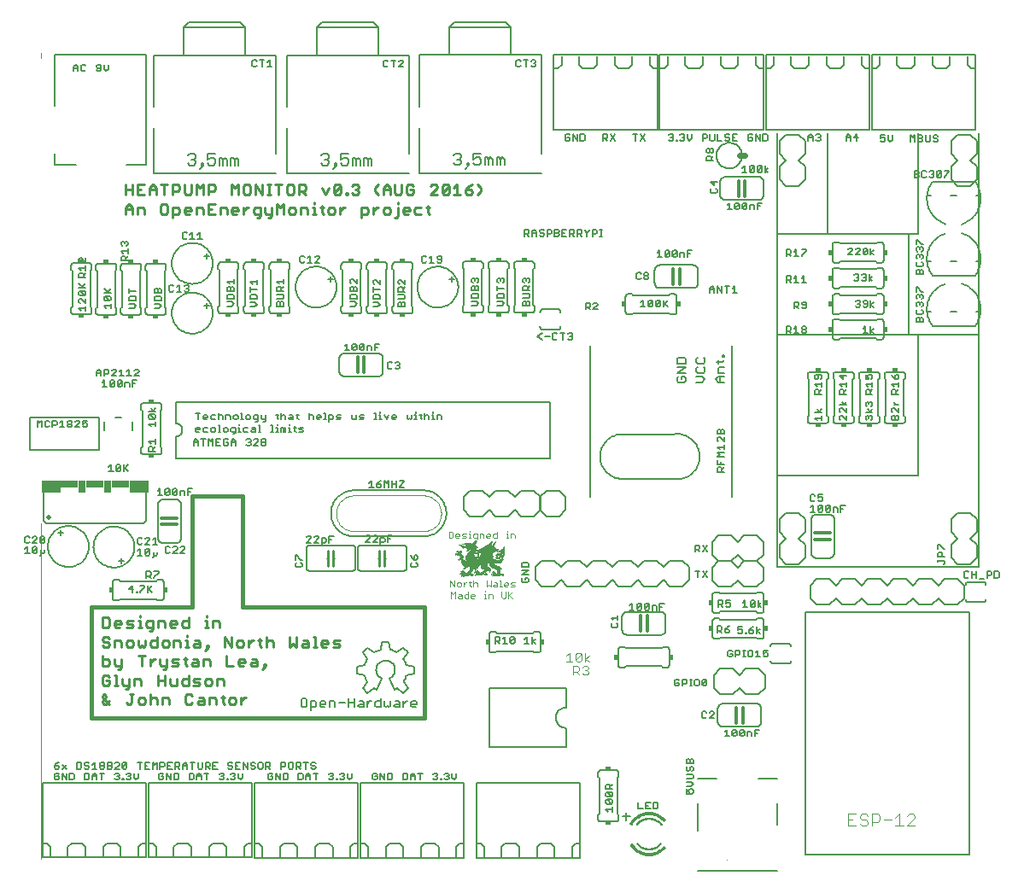
<source format=gto>
G75*
%MOIN*%
%OFA0B0*%
%FSLAX24Y24*%
%IPPOS*%
%LPD*%
%AMOC8*
5,1,8,0,0,1.08239X$1,22.5*
%
%ADD10C,0.0000*%
%ADD11C,0.0080*%
%ADD12C,0.0160*%
%ADD13C,0.0060*%
%ADD14C,0.0100*%
%ADD15C,0.0040*%
%ADD16R,0.0002X0.0003*%
%ADD17R,0.0005X0.0002*%
%ADD18R,0.0008X0.0003*%
%ADD19R,0.0010X0.0002*%
%ADD20R,0.0023X0.0002*%
%ADD21R,0.0010X0.0003*%
%ADD22R,0.0035X0.0003*%
%ADD23R,0.0015X0.0002*%
%ADD24R,0.0042X0.0002*%
%ADD25R,0.0018X0.0003*%
%ADD26R,0.0050X0.0003*%
%ADD27R,0.0020X0.0002*%
%ADD28R,0.0055X0.0002*%
%ADD29R,0.0002X0.0002*%
%ADD30R,0.0020X0.0003*%
%ADD31R,0.0060X0.0003*%
%ADD32R,0.0025X0.0002*%
%ADD33R,0.0068X0.0002*%
%ADD34R,0.0027X0.0003*%
%ADD35R,0.0072X0.0003*%
%ADD36R,0.0005X0.0003*%
%ADD37R,0.0032X0.0002*%
%ADD38R,0.0077X0.0002*%
%ADD39R,0.0007X0.0002*%
%ADD40R,0.0033X0.0002*%
%ADD41R,0.0083X0.0003*%
%ADD42R,0.0007X0.0003*%
%ADD43R,0.0045X0.0003*%
%ADD44R,0.0120X0.0002*%
%ADD45R,0.0027X0.0002*%
%ADD46R,0.0013X0.0002*%
%ADD47R,0.0012X0.0002*%
%ADD48R,0.0057X0.0002*%
%ADD49R,0.0060X0.0002*%
%ADD50R,0.0003X0.0002*%
%ADD51R,0.0122X0.0003*%
%ADD52R,0.0033X0.0003*%
%ADD53R,0.0015X0.0003*%
%ADD54R,0.0017X0.0003*%
%ADD55R,0.0065X0.0003*%
%ADD56R,0.0082X0.0003*%
%ADD57R,0.0123X0.0002*%
%ADD58R,0.0065X0.0002*%
%ADD59R,0.0035X0.0002*%
%ADD60R,0.0018X0.0002*%
%ADD61R,0.0097X0.0002*%
%ADD62R,0.0105X0.0002*%
%ADD63R,0.0125X0.0003*%
%ADD64R,0.0100X0.0003*%
%ADD65R,0.0040X0.0003*%
%ADD66R,0.0022X0.0003*%
%ADD67R,0.0118X0.0003*%
%ADD68R,0.0013X0.0003*%
%ADD69R,0.0133X0.0002*%
%ADD70R,0.0048X0.0002*%
%ADD71R,0.0103X0.0002*%
%ADD72R,0.0128X0.0002*%
%ADD73R,0.0037X0.0002*%
%ADD74R,0.0275X0.0003*%
%ADD75R,0.0090X0.0003*%
%ADD76R,0.0110X0.0003*%
%ADD77R,0.0140X0.0003*%
%ADD78R,0.0070X0.0003*%
%ADD79R,0.0277X0.0002*%
%ADD80R,0.0095X0.0002*%
%ADD81R,0.0118X0.0002*%
%ADD82R,0.0160X0.0002*%
%ADD83R,0.0073X0.0002*%
%ADD84R,0.0285X0.0003*%
%ADD85R,0.0282X0.0003*%
%ADD86R,0.0075X0.0003*%
%ADD87R,0.0290X0.0002*%
%ADD88R,0.0008X0.0002*%
%ADD89R,0.0285X0.0002*%
%ADD90R,0.0080X0.0002*%
%ADD91R,0.0300X0.0003*%
%ADD92R,0.0025X0.0003*%
%ADD93R,0.0085X0.0003*%
%ADD94R,0.0460X0.0002*%
%ADD95R,0.0088X0.0002*%
%ADD96R,0.0458X0.0003*%
%ADD97R,0.0087X0.0003*%
%ADD98R,0.0455X0.0002*%
%ADD99R,0.0078X0.0002*%
%ADD100R,0.0090X0.0002*%
%ADD101R,0.0447X0.0003*%
%ADD102R,0.0080X0.0003*%
%ADD103R,0.0443X0.0002*%
%ADD104R,0.0083X0.0002*%
%ADD105R,0.0017X0.0002*%
%ADD106R,0.0283X0.0002*%
%ADD107R,0.0093X0.0002*%
%ADD108R,0.0440X0.0003*%
%ADD109R,0.0280X0.0003*%
%ADD110R,0.0095X0.0003*%
%ADD111R,0.0435X0.0002*%
%ADD112R,0.0085X0.0002*%
%ADD113R,0.0075X0.0002*%
%ADD114R,0.0045X0.0002*%
%ADD115R,0.0400X0.0002*%
%ADD116R,0.0425X0.0003*%
%ADD117R,0.0102X0.0003*%
%ADD118R,0.0355X0.0003*%
%ADD119R,0.0415X0.0002*%
%ADD120R,0.0115X0.0002*%
%ADD121R,0.0108X0.0002*%
%ADD122R,0.0352X0.0002*%
%ADD123R,0.0398X0.0003*%
%ADD124R,0.0093X0.0003*%
%ADD125R,0.0128X0.0003*%
%ADD126R,0.0113X0.0003*%
%ADD127R,0.0353X0.0003*%
%ADD128R,0.0380X0.0002*%
%ADD129R,0.0242X0.0002*%
%ADD130R,0.0348X0.0002*%
%ADD131R,0.0253X0.0003*%
%ADD132R,0.0248X0.0003*%
%ADD133R,0.0133X0.0003*%
%ADD134R,0.0347X0.0003*%
%ADD135R,0.0227X0.0002*%
%ADD136R,0.0262X0.0002*%
%ADD137R,0.0157X0.0002*%
%ADD138R,0.0030X0.0002*%
%ADD139R,0.0275X0.0002*%
%ADD140R,0.0063X0.0002*%
%ADD141R,0.0195X0.0003*%
%ADD142R,0.0435X0.0003*%
%ADD143R,0.0305X0.0003*%
%ADD144R,0.0193X0.0002*%
%ADD145R,0.0432X0.0002*%
%ADD146R,0.0293X0.0002*%
%ADD147R,0.0198X0.0003*%
%ADD148R,0.0428X0.0003*%
%ADD149R,0.0293X0.0003*%
%ADD150R,0.0022X0.0002*%
%ADD151R,0.0210X0.0002*%
%ADD152R,0.0420X0.0002*%
%ADD153R,0.0325X0.0002*%
%ADD154R,0.0220X0.0003*%
%ADD155R,0.0415X0.0003*%
%ADD156R,0.0320X0.0003*%
%ADD157R,0.0245X0.0002*%
%ADD158R,0.0410X0.0002*%
%ADD159R,0.0320X0.0002*%
%ADD160R,0.0313X0.0003*%
%ADD161R,0.0317X0.0003*%
%ADD162R,0.0317X0.0002*%
%ADD163R,0.0375X0.0002*%
%ADD164R,0.0315X0.0002*%
%ADD165R,0.0323X0.0003*%
%ADD166R,0.0375X0.0003*%
%ADD167R,0.0315X0.0003*%
%ADD168R,0.0273X0.0002*%
%ADD169R,0.0328X0.0003*%
%ADD170R,0.0270X0.0003*%
%ADD171R,0.0182X0.0003*%
%ADD172R,0.0123X0.0003*%
%ADD173R,0.0330X0.0002*%
%ADD174R,0.0267X0.0002*%
%ADD175R,0.0373X0.0003*%
%ADD176R,0.0267X0.0003*%
%ADD177R,0.0108X0.0003*%
%ADD178R,0.0100X0.0002*%
%ADD179R,0.0277X0.0003*%
%ADD180R,0.0053X0.0003*%
%ADD181R,0.0378X0.0003*%
%ADD182R,0.0292X0.0003*%
%ADD183R,0.0030X0.0003*%
%ADD184R,0.0042X0.0003*%
%ADD185R,0.0377X0.0002*%
%ADD186R,0.0297X0.0002*%
%ADD187R,0.0043X0.0002*%
%ADD188R,0.0058X0.0003*%
%ADD189R,0.0310X0.0002*%
%ADD190R,0.0102X0.0002*%
%ADD191R,0.0067X0.0003*%
%ADD192R,0.0280X0.0002*%
%ADD193R,0.0322X0.0002*%
%ADD194R,0.0175X0.0003*%
%ADD195R,0.0327X0.0003*%
%ADD196R,0.0072X0.0002*%
%ADD197R,0.0158X0.0002*%
%ADD198R,0.0335X0.0002*%
%ADD199R,0.0070X0.0002*%
%ADD200R,0.0155X0.0003*%
%ADD201R,0.0157X0.0003*%
%ADD202R,0.0160X0.0003*%
%ADD203R,0.0150X0.0002*%
%ADD204R,0.0148X0.0002*%
%ADD205R,0.0155X0.0002*%
%ADD206R,0.0062X0.0003*%
%ADD207R,0.0148X0.0003*%
%ADD208R,0.0142X0.0003*%
%ADD209R,0.0145X0.0003*%
%ADD210R,0.0147X0.0002*%
%ADD211R,0.0142X0.0002*%
%ADD212R,0.0143X0.0002*%
%ADD213R,0.0067X0.0002*%
%ADD214R,0.0170X0.0003*%
%ADD215R,0.0143X0.0003*%
%ADD216R,0.0068X0.0003*%
%ADD217R,0.0145X0.0002*%
%ADD218R,0.0165X0.0002*%
%ADD219R,0.0140X0.0002*%
%ADD220R,0.0163X0.0003*%
%ADD221R,0.0150X0.0003*%
%ADD222R,0.0003X0.0003*%
%ADD223R,0.0063X0.0003*%
%ADD224R,0.0137X0.0003*%
%ADD225R,0.0082X0.0002*%
%ADD226R,0.0138X0.0003*%
%ADD227R,0.0062X0.0002*%
%ADD228R,0.0137X0.0002*%
%ADD229R,0.0077X0.0003*%
%ADD230R,0.0135X0.0002*%
%ADD231R,0.0135X0.0003*%
%ADD232R,0.0103X0.0003*%
%ADD233R,0.0058X0.0002*%
%ADD234R,0.0055X0.0003*%
%ADD235R,0.0047X0.0003*%
%ADD236R,0.0105X0.0003*%
%ADD237R,0.0053X0.0002*%
%ADD238R,0.0050X0.0002*%
%ADD239R,0.0132X0.0002*%
%ADD240R,0.0152X0.0002*%
%ADD241R,0.0130X0.0003*%
%ADD242R,0.0130X0.0002*%
%ADD243R,0.0028X0.0002*%
%ADD244R,0.0107X0.0002*%
%ADD245R,0.0028X0.0003*%
%ADD246R,0.0107X0.0003*%
%ADD247R,0.0167X0.0003*%
%ADD248R,0.0172X0.0002*%
%ADD249R,0.0023X0.0003*%
%ADD250R,0.0180X0.0002*%
%ADD251R,0.0110X0.0002*%
%ADD252R,0.0187X0.0002*%
%ADD253R,0.0132X0.0003*%
%ADD254R,0.0190X0.0003*%
%ADD255R,0.0200X0.0002*%
%ADD256R,0.0052X0.0002*%
%ADD257R,0.0112X0.0002*%
%ADD258R,0.0012X0.0003*%
%ADD259R,0.0272X0.0003*%
%ADD260R,0.0112X0.0003*%
%ADD261R,0.0272X0.0002*%
%ADD262R,0.0115X0.0003*%
%ADD263R,0.0268X0.0002*%
%ADD264R,0.0265X0.0003*%
%ADD265R,0.0265X0.0002*%
%ADD266R,0.0117X0.0003*%
%ADD267R,0.0260X0.0002*%
%ADD268R,0.0260X0.0003*%
%ADD269R,0.0120X0.0003*%
%ADD270R,0.0122X0.0002*%
%ADD271R,0.0038X0.0002*%
%ADD272R,0.0255X0.0002*%
%ADD273R,0.0127X0.0002*%
%ADD274R,0.0255X0.0003*%
%ADD275R,0.0040X0.0002*%
%ADD276R,0.0252X0.0002*%
%ADD277R,0.0043X0.0003*%
%ADD278R,0.0250X0.0003*%
%ADD279R,0.0248X0.0002*%
%ADD280R,0.0152X0.0003*%
%ADD281R,0.0245X0.0003*%
%ADD282R,0.0153X0.0002*%
%ADD283R,0.0243X0.0003*%
%ADD284R,0.0162X0.0002*%
%ADD285R,0.0243X0.0002*%
%ADD286R,0.0240X0.0003*%
%ADD287R,0.0147X0.0003*%
%ADD288R,0.0240X0.0002*%
%ADD289R,0.0158X0.0003*%
%ADD290R,0.0250X0.0002*%
%ADD291R,0.0305X0.0002*%
%ADD292R,0.0308X0.0003*%
%ADD293R,0.0228X0.0003*%
%ADD294R,0.0308X0.0002*%
%ADD295R,0.0307X0.0003*%
%ADD296R,0.0232X0.0003*%
%ADD297R,0.0253X0.0002*%
%ADD298R,0.0235X0.0002*%
%ADD299R,0.0310X0.0003*%
%ADD300R,0.0047X0.0002*%
%ADD301R,0.0313X0.0002*%
%ADD302R,0.0312X0.0003*%
%ADD303R,0.0287X0.0002*%
%ADD304R,0.0263X0.0003*%
%ADD305R,0.0288X0.0003*%
%ADD306R,0.0302X0.0002*%
%ADD307R,0.0057X0.0003*%
%ADD308R,0.0322X0.0003*%
%ADD309R,0.0307X0.0002*%
%ADD310R,0.0330X0.0003*%
%ADD311R,0.0312X0.0002*%
%ADD312R,0.0333X0.0002*%
%ADD313R,0.0337X0.0003*%
%ADD314R,0.0300X0.0002*%
%ADD315R,0.0340X0.0002*%
%ADD316R,0.0340X0.0003*%
%ADD317R,0.0342X0.0002*%
%ADD318R,0.0325X0.0003*%
%ADD319R,0.0295X0.0003*%
%ADD320R,0.0343X0.0003*%
%ADD321R,0.0328X0.0002*%
%ADD322R,0.0345X0.0002*%
%ADD323R,0.0290X0.0003*%
%ADD324R,0.0342X0.0003*%
%ADD325R,0.0333X0.0003*%
%ADD326R,0.0335X0.0003*%
%ADD327R,0.0338X0.0002*%
%ADD328R,0.0350X0.0003*%
%ADD329R,0.0332X0.0003*%
%ADD330R,0.0355X0.0002*%
%ADD331R,0.0362X0.0003*%
%ADD332R,0.0273X0.0003*%
%ADD333R,0.0365X0.0002*%
%ADD334R,0.0270X0.0002*%
%ADD335R,0.0162X0.0003*%
%ADD336R,0.0268X0.0003*%
%ADD337R,0.0168X0.0002*%
%ADD338R,0.0378X0.0002*%
%ADD339R,0.0172X0.0003*%
%ADD340R,0.0382X0.0003*%
%ADD341R,0.0178X0.0002*%
%ADD342R,0.0388X0.0002*%
%ADD343R,0.0292X0.0002*%
%ADD344R,0.0185X0.0003*%
%ADD345R,0.0392X0.0003*%
%ADD346R,0.0587X0.0002*%
%ADD347R,0.0258X0.0002*%
%ADD348R,0.0593X0.0003*%
%ADD349R,0.0257X0.0003*%
%ADD350R,0.0600X0.0002*%
%ADD351R,0.0257X0.0002*%
%ADD352R,0.0602X0.0003*%
%ADD353R,0.0608X0.0002*%
%ADD354R,0.0612X0.0003*%
%ADD355R,0.0620X0.0002*%
%ADD356R,0.0625X0.0003*%
%ADD357R,0.0630X0.0002*%
%ADD358R,0.0635X0.0003*%
%ADD359R,0.0258X0.0003*%
%ADD360R,0.0642X0.0002*%
%ADD361R,0.0645X0.0003*%
%ADD362R,0.0247X0.0003*%
%ADD363R,0.0650X0.0002*%
%ADD364R,0.0655X0.0003*%
%ADD365R,0.0663X0.0002*%
%ADD366R,0.0670X0.0003*%
%ADD367R,0.0678X0.0002*%
%ADD368R,0.0237X0.0002*%
%ADD369R,0.0685X0.0003*%
%ADD370R,0.0237X0.0003*%
%ADD371R,0.0690X0.0002*%
%ADD372R,0.0700X0.0003*%
%ADD373R,0.0235X0.0003*%
%ADD374R,0.0233X0.0003*%
%ADD375R,0.0712X0.0002*%
%ADD376R,0.0230X0.0002*%
%ADD377R,0.0952X0.0003*%
%ADD378R,0.0955X0.0002*%
%ADD379R,0.0225X0.0002*%
%ADD380R,0.0955X0.0003*%
%ADD381R,0.0222X0.0003*%
%ADD382R,0.0960X0.0002*%
%ADD383R,0.0222X0.0002*%
%ADD384R,0.0960X0.0003*%
%ADD385R,0.0963X0.0002*%
%ADD386R,0.0217X0.0002*%
%ADD387R,0.0963X0.0003*%
%ADD388R,0.0215X0.0003*%
%ADD389R,0.0967X0.0002*%
%ADD390R,0.0215X0.0002*%
%ADD391R,0.0967X0.0003*%
%ADD392R,0.0213X0.0003*%
%ADD393R,0.0970X0.0003*%
%ADD394R,0.0210X0.0003*%
%ADD395R,0.0973X0.0002*%
%ADD396R,0.0208X0.0002*%
%ADD397R,0.0975X0.0003*%
%ADD398R,0.0205X0.0003*%
%ADD399R,0.0977X0.0002*%
%ADD400R,0.0205X0.0002*%
%ADD401R,0.0977X0.0003*%
%ADD402R,0.0983X0.0002*%
%ADD403R,0.0983X0.0003*%
%ADD404R,0.0987X0.0002*%
%ADD405R,0.0990X0.0003*%
%ADD406R,0.0990X0.0002*%
%ADD407R,0.0995X0.0003*%
%ADD408R,0.0998X0.0002*%
%ADD409R,0.1003X0.0003*%
%ADD410R,0.1007X0.0002*%
%ADD411R,0.1010X0.0003*%
%ADD412R,0.0212X0.0003*%
%ADD413R,0.1012X0.0002*%
%ADD414R,0.0212X0.0002*%
%ADD415R,0.1018X0.0003*%
%ADD416R,0.1020X0.0002*%
%ADD417R,0.0218X0.0002*%
%ADD418R,0.1027X0.0003*%
%ADD419R,0.1032X0.0002*%
%ADD420R,0.1040X0.0003*%
%ADD421R,0.0230X0.0003*%
%ADD422R,0.1273X0.0002*%
%ADD423R,0.1273X0.0003*%
%ADD424R,0.0180X0.0003*%
%ADD425R,0.0203X0.0002*%
%ADD426R,0.1272X0.0002*%
%ADD427R,0.1522X0.0003*%
%ADD428R,0.1527X0.0002*%
%ADD429R,0.1532X0.0003*%
%ADD430R,0.1540X0.0002*%
%ADD431R,0.1543X0.0003*%
%ADD432R,0.1548X0.0002*%
%ADD433R,0.1550X0.0003*%
%ADD434R,0.1555X0.0002*%
%ADD435R,0.1560X0.0003*%
%ADD436R,0.1562X0.0002*%
%ADD437R,0.1565X0.0003*%
%ADD438R,0.1567X0.0002*%
%ADD439R,0.1575X0.0003*%
%ADD440R,0.1578X0.0002*%
%ADD441R,0.1580X0.0003*%
%ADD442R,0.1580X0.0002*%
%ADD443R,0.1583X0.0003*%
%ADD444R,0.1587X0.0002*%
%ADD445R,0.1590X0.0003*%
%ADD446R,0.1592X0.0002*%
%ADD447R,0.1592X0.0003*%
%ADD448R,0.0370X0.0002*%
%ADD449R,0.1225X0.0002*%
%ADD450R,0.1225X0.0003*%
%ADD451R,0.0373X0.0002*%
%ADD452R,0.1222X0.0002*%
%ADD453R,0.0377X0.0003*%
%ADD454R,0.0203X0.0003*%
%ADD455R,0.0207X0.0002*%
%ADD456R,0.0207X0.0003*%
%ADD457R,0.1223X0.0003*%
%ADD458R,0.1220X0.0002*%
%ADD459R,0.1222X0.0003*%
%ADD460R,0.1217X0.0003*%
%ADD461R,0.1218X0.0002*%
%ADD462R,0.0218X0.0003*%
%ADD463R,0.0968X0.0003*%
%ADD464R,0.0220X0.0002*%
%ADD465R,0.0032X0.0003*%
%ADD466R,0.0223X0.0003*%
%ADD467R,0.0937X0.0003*%
%ADD468R,0.0918X0.0002*%
%ADD469R,0.0052X0.0003*%
%ADD470R,0.0097X0.0003*%
%ADD471R,0.0898X0.0003*%
%ADD472R,0.0878X0.0002*%
%ADD473R,0.0823X0.0003*%
%ADD474R,0.0127X0.0003*%
%ADD475R,0.0092X0.0002*%
%ADD476R,0.0700X0.0002*%
%ADD477R,0.0670X0.0002*%
%ADD478R,0.0640X0.0002*%
%ADD479R,0.0627X0.0003*%
%ADD480R,0.0615X0.0002*%
%ADD481R,0.0605X0.0003*%
%ADD482R,0.0595X0.0002*%
%ADD483R,0.0588X0.0003*%
%ADD484R,0.0098X0.0003*%
%ADD485R,0.0362X0.0002*%
%ADD486R,0.0578X0.0002*%
%ADD487R,0.0395X0.0003*%
%ADD488R,0.0567X0.0003*%
%ADD489R,0.0422X0.0002*%
%ADD490R,0.0560X0.0002*%
%ADD491R,0.0432X0.0003*%
%ADD492R,0.0555X0.0003*%
%ADD493R,0.0442X0.0002*%
%ADD494R,0.0548X0.0002*%
%ADD495R,0.0450X0.0003*%
%ADD496R,0.0540X0.0003*%
%ADD497R,0.0092X0.0003*%
%ADD498R,0.0530X0.0002*%
%ADD499R,0.0462X0.0003*%
%ADD500R,0.0523X0.0003*%
%ADD501R,0.0467X0.0002*%
%ADD502R,0.0517X0.0002*%
%ADD503R,0.0472X0.0003*%
%ADD504R,0.0510X0.0003*%
%ADD505R,0.0475X0.0002*%
%ADD506R,0.0502X0.0002*%
%ADD507R,0.0480X0.0003*%
%ADD508R,0.0497X0.0003*%
%ADD509R,0.0482X0.0002*%
%ADD510R,0.0490X0.0002*%
%ADD511R,0.0485X0.0003*%
%ADD512R,0.0487X0.0002*%
%ADD513R,0.0488X0.0003*%
%ADD514R,0.0468X0.0003*%
%ADD515R,0.0153X0.0003*%
%ADD516R,0.0493X0.0003*%
%ADD517R,0.0453X0.0003*%
%ADD518R,0.0495X0.0002*%
%ADD519R,0.0448X0.0002*%
%ADD520R,0.0037X0.0003*%
%ADD521R,0.0495X0.0003*%
%ADD522R,0.0442X0.0003*%
%ADD523R,0.0498X0.0002*%
%ADD524R,0.0450X0.0002*%
%ADD525R,0.0038X0.0003*%
%ADD526R,0.0500X0.0003*%
%ADD527R,0.0165X0.0003*%
%ADD528R,0.0500X0.0002*%
%ADD529R,0.0512X0.0002*%
%ADD530R,0.0073X0.0003*%
%ADD531R,0.0502X0.0003*%
%ADD532R,0.0113X0.0002*%
%ADD533R,0.0505X0.0002*%
%ADD534R,0.0493X0.0002*%
%ADD535R,0.0505X0.0003*%
%ADD536R,0.0483X0.0003*%
%ADD537R,0.0358X0.0003*%
%ADD538R,0.0465X0.0003*%
%ADD539R,0.0457X0.0002*%
%ADD540R,0.0445X0.0003*%
%ADD541R,0.0438X0.0002*%
%ADD542R,0.0098X0.0002*%
%ADD543R,0.0417X0.0002*%
%ADD544R,0.0410X0.0003*%
%ADD545R,0.0402X0.0002*%
%ADD546R,0.0318X0.0002*%
%ADD547R,0.0318X0.0003*%
%ADD548R,0.0370X0.0003*%
%ADD549R,0.0363X0.0002*%
%ADD550R,0.0088X0.0003*%
%ADD551R,0.0283X0.0003*%
%ADD552R,0.0357X0.0002*%
%ADD553R,0.0087X0.0002*%
%ADD554R,0.0117X0.0002*%
%ADD555R,0.0350X0.0002*%
%ADD556R,0.0188X0.0003*%
%ADD557R,0.0195X0.0002*%
%ADD558R,0.0178X0.0003*%
%ADD559R,0.0327X0.0002*%
%ADD560R,0.0213X0.0002*%
%ADD561R,0.0233X0.0002*%
%ADD562R,0.0298X0.0002*%
%ADD563R,0.0138X0.0002*%
%ADD564R,0.0238X0.0003*%
%ADD565R,0.0202X0.0003*%
%ADD566R,0.0282X0.0002*%
%ADD567R,0.0358X0.0002*%
%ADD568R,0.0202X0.0002*%
%ADD569R,0.0420X0.0003*%
%ADD570R,0.0440X0.0002*%
%ADD571R,0.0225X0.0003*%
%ADD572R,0.0192X0.0002*%
%ADD573R,0.0217X0.0003*%
%ADD574R,0.0278X0.0003*%
%ADD575R,0.0457X0.0003*%
%ADD576R,0.0182X0.0002*%
%ADD577R,0.0452X0.0003*%
%ADD578R,0.0177X0.0003*%
%ADD579R,0.0438X0.0003*%
%ADD580R,0.0433X0.0002*%
%ADD581R,0.0405X0.0003*%
%ADD582R,0.0278X0.0002*%
%ADD583R,0.0393X0.0003*%
%ADD584R,0.0387X0.0002*%
%ADD585R,0.0380X0.0003*%
%ADD586R,0.0367X0.0002*%
%ADD587R,0.0363X0.0003*%
%ADD588R,0.0360X0.0002*%
%ADD589R,0.0288X0.0002*%
%ADD590R,0.0348X0.0003*%
%ADD591R,0.0338X0.0003*%
%ADD592R,0.0302X0.0003*%
%ADD593R,0.0295X0.0002*%
%ADD594R,0.0232X0.0002*%
%ADD595R,0.0188X0.0002*%
%ADD596R,0.0193X0.0003*%
%ADD597R,0.0125X0.0002*%
%ADD598R,0.0190X0.0002*%
%ADD599R,0.0187X0.0003*%
%ADD600R,0.0208X0.0003*%
%ADD601R,0.0170X0.0002*%
%ADD602R,0.0167X0.0002*%
%ADD603R,0.0173X0.0003*%
%ADD604R,0.0175X0.0002*%
%ADD605R,0.0393X0.0002*%
%ADD606R,0.0185X0.0002*%
%ADD607R,0.0477X0.0002*%
%ADD608R,0.0252X0.0003*%
%ADD609R,0.0197X0.0003*%
%ADD610R,0.0247X0.0002*%
%ADD611R,0.0503X0.0003*%
%ADD612R,0.0510X0.0002*%
%ADD613R,0.0518X0.0003*%
%ADD614R,0.0527X0.0002*%
%ADD615R,0.0535X0.0003*%
%ADD616R,0.0537X0.0002*%
%ADD617R,0.0508X0.0003*%
%ADD618R,0.0472X0.0002*%
%ADD619R,0.0200X0.0003*%
%ADD620R,0.0433X0.0003*%
%ADD621R,0.0197X0.0002*%
%ADD622R,0.0423X0.0002*%
%ADD623R,0.0413X0.0003*%
%ADD624R,0.0405X0.0002*%
%ADD625R,0.0397X0.0003*%
%ADD626R,0.0332X0.0002*%
%ADD627R,0.0287X0.0003*%
%ADD628R,0.0183X0.0002*%
%ADD629R,0.0183X0.0003*%
%ADD630R,0.0227X0.0003*%
%ADD631R,0.0048X0.0003*%
%ADD632R,0.0518X0.0002*%
%ADD633R,0.0533X0.0003*%
%ADD634R,0.0598X0.0002*%
%ADD635R,0.0173X0.0002*%
%ADD636R,0.0600X0.0003*%
%ADD637R,0.0412X0.0003*%
%ADD638R,0.0168X0.0003*%
%ADD639R,0.0003X0.0003*%
%ADD640R,0.0163X0.0002*%
%ADD641R,0.0177X0.0002*%
%ADD642R,0.0418X0.0003*%
%ADD643R,0.0200X0.0150*%
%ADD644C,0.0120*%
%ADD645C,0.0020*%
%ADD646C,0.0050*%
%ADD647R,0.0150X0.0200*%
%ADD648C,0.0240*%
%ADD649C,0.0006*%
%ADD650C,0.0010*%
%ADD651C,0.0200*%
%ADD652R,0.0750X0.0500*%
%ADD653R,0.0700X0.0300*%
%ADD654R,0.0300X0.0500*%
%ADD655C,0.0080*%
D10*
X001361Y000984D02*
X001361Y014081D01*
X001361Y032244D02*
X001361Y032441D01*
D11*
X001908Y032385D02*
X005452Y032385D01*
X005452Y028094D01*
X004704Y028094D01*
X002735Y028094D02*
X001908Y028094D01*
X001908Y028527D01*
X001908Y030377D02*
X001908Y032385D01*
X004274Y018203D02*
X004486Y018203D01*
X004940Y018053D02*
X004940Y017715D01*
X003820Y017715D02*
X003820Y018053D01*
X017857Y015112D02*
X017857Y014612D01*
X018107Y014362D01*
X018607Y014362D01*
X018857Y014612D01*
X019107Y014362D01*
X019607Y014362D01*
X019857Y014612D01*
X020107Y014362D01*
X020607Y014362D01*
X020857Y014612D01*
X020857Y015112D01*
X020607Y015362D01*
X020107Y015362D01*
X019857Y015112D01*
X019607Y015362D01*
X019107Y015362D01*
X018857Y015112D01*
X018607Y015362D01*
X018107Y015362D01*
X017857Y015112D01*
X020841Y015112D02*
X020841Y014612D01*
X021091Y014362D01*
X021591Y014362D01*
X021841Y014612D01*
X021841Y015112D01*
X021591Y015362D01*
X021091Y015362D01*
X020841Y015112D01*
X027555Y013359D02*
X027555Y012859D01*
X027805Y012609D01*
X028305Y012609D01*
X028555Y012359D01*
X028805Y012609D01*
X029305Y012609D01*
X029555Y012359D01*
X029555Y011859D01*
X029305Y011609D01*
X028805Y011609D01*
X028555Y011859D01*
X028305Y011609D01*
X027805Y011609D01*
X027555Y011859D01*
X027555Y012359D01*
X027805Y012609D01*
X028305Y012609D01*
X028555Y012859D01*
X028805Y012609D01*
X029305Y012609D01*
X029555Y012859D01*
X029555Y013359D01*
X029305Y013609D01*
X028805Y013609D01*
X028555Y013359D01*
X028305Y013609D01*
X027805Y013609D01*
X027555Y013359D01*
X030101Y012402D02*
X030101Y015945D01*
X035613Y015945D01*
X035613Y021457D01*
X035219Y021457D01*
X035219Y025394D01*
X032070Y025394D01*
X030101Y025394D01*
X030101Y029331D01*
X030192Y029006D02*
X030442Y029256D01*
X030942Y029256D01*
X031192Y029006D01*
X031192Y028506D01*
X030942Y028256D01*
X031192Y028006D01*
X031192Y027506D01*
X030942Y027256D01*
X030442Y027256D01*
X030192Y027506D01*
X030192Y028006D01*
X030442Y028256D01*
X030192Y028506D01*
X030192Y029006D01*
X029649Y029469D02*
X029649Y032382D01*
X033704Y032382D01*
X033704Y029469D01*
X029649Y029469D01*
X029570Y029469D02*
X029570Y032382D01*
X025515Y032382D01*
X025515Y029469D01*
X029570Y029469D01*
X032070Y029331D02*
X032070Y025394D01*
X030101Y025394D02*
X030101Y021457D01*
X035219Y021457D01*
X035613Y021457D02*
X037975Y021457D01*
X037975Y012402D01*
X030101Y012402D01*
X030192Y012742D02*
X030442Y012492D01*
X030942Y012492D01*
X031192Y012742D01*
X031192Y013242D01*
X030942Y013492D01*
X031192Y013742D01*
X031192Y014242D01*
X030942Y014492D01*
X030442Y014492D01*
X030192Y014242D01*
X030192Y013742D01*
X030442Y013492D01*
X030192Y013242D01*
X030192Y012742D01*
X030101Y015945D02*
X030101Y021457D01*
X035219Y025394D02*
X035613Y025394D01*
X035613Y029331D01*
X036885Y029006D02*
X036885Y028506D01*
X037135Y028256D01*
X036885Y028006D01*
X036885Y027506D01*
X037135Y027256D01*
X037635Y027256D01*
X037885Y027506D01*
X037885Y028006D01*
X037635Y028256D01*
X037885Y028506D01*
X037885Y029006D01*
X037635Y029256D01*
X037135Y029256D01*
X036885Y029006D01*
X037837Y029469D02*
X037837Y032382D01*
X033782Y032382D01*
X033782Y029469D01*
X037837Y029469D01*
X037975Y029331D02*
X037975Y021457D01*
X037635Y014492D02*
X037135Y014492D01*
X036885Y014242D01*
X036885Y013742D01*
X037135Y013492D01*
X036885Y013242D01*
X036885Y012742D01*
X037135Y012492D01*
X037635Y012492D01*
X037885Y012742D01*
X037885Y013242D01*
X037635Y013492D01*
X037885Y013742D01*
X037885Y014242D01*
X037635Y014492D01*
X037537Y011801D02*
X038167Y011801D01*
X038167Y011800D02*
X038183Y011795D01*
X038199Y011787D01*
X038213Y011777D01*
X038225Y011765D01*
X038235Y011750D01*
X038242Y011734D01*
X038246Y011717D01*
X038247Y011700D01*
X038245Y011682D01*
X038245Y011132D02*
X038247Y011114D01*
X038246Y011097D01*
X038242Y011080D01*
X038235Y011064D01*
X038225Y011049D01*
X038213Y011037D01*
X038199Y011027D01*
X038183Y011019D01*
X038167Y011014D01*
X038167Y011013D02*
X037537Y011013D01*
X037536Y011014D02*
X037520Y011019D01*
X037504Y011027D01*
X037490Y011037D01*
X037478Y011049D01*
X037468Y011064D01*
X037461Y011080D01*
X037457Y011097D01*
X037456Y011114D01*
X037458Y011132D01*
X037458Y011682D02*
X037456Y011700D01*
X037457Y011717D01*
X037461Y011734D01*
X037468Y011750D01*
X037478Y011765D01*
X037490Y011777D01*
X037504Y011787D01*
X037520Y011795D01*
X037536Y011800D01*
X030549Y009401D02*
X029919Y009401D01*
X029919Y009400D02*
X029903Y009395D01*
X029887Y009387D01*
X029873Y009377D01*
X029861Y009365D01*
X029851Y009350D01*
X029844Y009334D01*
X029840Y009317D01*
X029839Y009300D01*
X029841Y009282D01*
X030550Y009400D02*
X030566Y009395D01*
X030582Y009387D01*
X030596Y009377D01*
X030608Y009365D01*
X030618Y009350D01*
X030625Y009334D01*
X030629Y009317D01*
X030630Y009300D01*
X030628Y009282D01*
X030628Y008732D02*
X030630Y008714D01*
X030629Y008697D01*
X030625Y008680D01*
X030618Y008664D01*
X030608Y008649D01*
X030596Y008637D01*
X030582Y008627D01*
X030566Y008619D01*
X030550Y008614D01*
X030549Y008613D02*
X029919Y008613D01*
X029919Y008614D02*
X029903Y008619D01*
X029887Y008627D01*
X029873Y008637D01*
X029861Y008649D01*
X029851Y008664D01*
X029844Y008680D01*
X029840Y008697D01*
X029839Y008714D01*
X029841Y008732D01*
X029369Y008405D02*
X029619Y008155D01*
X029619Y007655D01*
X029369Y007405D01*
X028869Y007405D01*
X028619Y007655D01*
X028369Y007405D01*
X027869Y007405D01*
X027619Y007655D01*
X027619Y008155D01*
X027869Y008405D01*
X028369Y008405D01*
X028619Y008155D01*
X028869Y008405D01*
X029369Y008405D01*
X022404Y003949D02*
X022404Y001035D01*
X018349Y001035D01*
X018349Y003949D01*
X022404Y003949D01*
X022375Y001577D02*
X022237Y001577D01*
X022099Y001439D01*
X022099Y001094D01*
X021410Y001094D02*
X021410Y001439D01*
X021273Y001577D01*
X020859Y001577D01*
X020721Y001439D01*
X020721Y001094D01*
X020032Y001094D02*
X020032Y001439D01*
X019895Y001577D01*
X019481Y001577D01*
X019343Y001439D01*
X019343Y001094D01*
X018654Y001094D02*
X018654Y001439D01*
X018517Y001577D01*
X018379Y001577D01*
X017847Y001577D02*
X017710Y001577D01*
X017572Y001439D01*
X017572Y001094D01*
X017877Y001035D02*
X013822Y001035D01*
X013822Y003949D01*
X017877Y003949D01*
X017877Y001035D01*
X016883Y001094D02*
X016883Y001439D01*
X016745Y001577D01*
X016332Y001577D01*
X016194Y001439D01*
X016194Y001094D01*
X015505Y001094D02*
X015505Y001439D01*
X015367Y001577D01*
X014954Y001577D01*
X014816Y001439D01*
X014816Y001094D01*
X014127Y001094D02*
X014127Y001439D01*
X013989Y001577D01*
X013851Y001577D01*
X013713Y001577D02*
X013576Y001577D01*
X013438Y001439D01*
X013438Y001094D01*
X013743Y001035D02*
X009688Y001035D01*
X009688Y003949D01*
X013743Y003949D01*
X013743Y001035D01*
X012749Y001094D02*
X012749Y001439D01*
X012611Y001577D01*
X012198Y001577D01*
X012060Y001439D01*
X012060Y001094D01*
X011371Y001094D02*
X011371Y001439D01*
X011233Y001577D01*
X010820Y001577D01*
X010682Y001439D01*
X010682Y001094D01*
X009993Y001094D02*
X009993Y001439D01*
X009855Y001577D01*
X009717Y001577D01*
X009580Y001585D02*
X009442Y001585D01*
X009304Y001447D01*
X009304Y001102D01*
X009609Y001043D02*
X005554Y001043D01*
X005554Y003957D01*
X009609Y003957D01*
X009609Y001043D01*
X008615Y001102D02*
X008615Y001447D01*
X008477Y001585D01*
X008064Y001585D01*
X007926Y001447D01*
X007926Y001102D01*
X007237Y001102D02*
X007237Y001447D01*
X007099Y001585D01*
X006686Y001585D01*
X006548Y001447D01*
X006548Y001102D01*
X005859Y001102D02*
X005859Y001447D01*
X005721Y001585D01*
X005584Y001585D01*
X005446Y001585D02*
X005308Y001585D01*
X005170Y001447D01*
X005170Y001102D01*
X005475Y001043D02*
X001420Y001043D01*
X001420Y003957D01*
X005475Y003957D01*
X005475Y001043D01*
X004481Y001102D02*
X004481Y001447D01*
X004343Y001585D01*
X003930Y001585D01*
X003792Y001447D01*
X003792Y001102D01*
X003103Y001102D02*
X003103Y001447D01*
X002965Y001585D01*
X002552Y001585D01*
X002414Y001447D01*
X002414Y001102D01*
X001725Y001102D02*
X001725Y001447D01*
X001587Y001585D01*
X001450Y001585D01*
X020928Y021654D02*
X021558Y021654D01*
X021574Y021659D01*
X021590Y021667D01*
X021604Y021677D01*
X021616Y021689D01*
X021626Y021704D01*
X021633Y021720D01*
X021637Y021737D01*
X021638Y021754D01*
X021636Y021772D01*
X021636Y022323D02*
X021638Y022341D01*
X021637Y022358D01*
X021633Y022375D01*
X021626Y022391D01*
X021616Y022406D01*
X021604Y022418D01*
X021590Y022428D01*
X021574Y022436D01*
X021558Y022441D01*
X020928Y022441D01*
X020912Y022436D01*
X020896Y022428D01*
X020882Y022418D01*
X020870Y022406D01*
X020860Y022391D01*
X020853Y022375D01*
X020849Y022358D01*
X020848Y022341D01*
X020850Y022323D01*
X020850Y021772D02*
X020848Y021754D01*
X020849Y021737D01*
X020853Y021720D01*
X020860Y021704D01*
X020870Y021689D01*
X020882Y021677D01*
X020896Y021667D01*
X020912Y021659D01*
X020928Y021654D01*
X021381Y029469D02*
X021381Y032382D01*
X025436Y032382D01*
X025436Y029469D01*
X021381Y029469D01*
X021410Y031841D02*
X021548Y031841D01*
X021686Y031978D01*
X021686Y032323D01*
X022375Y032323D02*
X022375Y031978D01*
X022513Y031841D01*
X022926Y031841D01*
X023064Y031978D01*
X023064Y032323D01*
X023753Y032323D02*
X023753Y031978D01*
X023891Y031841D01*
X024304Y031841D01*
X024442Y031978D01*
X024442Y032323D01*
X025131Y032323D02*
X025131Y031978D01*
X025269Y031841D01*
X025406Y031841D01*
X025544Y031841D02*
X025682Y031841D01*
X025820Y031978D01*
X025820Y032323D01*
X026509Y032323D02*
X026509Y031978D01*
X026647Y031841D01*
X027060Y031841D01*
X027198Y031978D01*
X027198Y032323D01*
X027887Y032323D02*
X027887Y031978D01*
X028024Y031841D01*
X028438Y031841D01*
X028576Y031978D01*
X028576Y032323D01*
X029265Y032323D02*
X029265Y031978D01*
X029402Y031841D01*
X029540Y031841D01*
X029678Y031841D02*
X029816Y031841D01*
X029954Y031978D01*
X029954Y032323D01*
X030643Y032323D02*
X030643Y031978D01*
X030780Y031841D01*
X031194Y031841D01*
X031332Y031978D01*
X031332Y032323D01*
X032021Y032323D02*
X032021Y031978D01*
X032158Y031841D01*
X032572Y031841D01*
X032710Y031978D01*
X032710Y032323D01*
X033399Y032323D02*
X033399Y031978D01*
X033536Y031841D01*
X033674Y031841D01*
X033812Y031841D02*
X033950Y031841D01*
X034087Y031978D01*
X034087Y032323D01*
X034776Y032323D02*
X034776Y031978D01*
X034914Y031841D01*
X035328Y031841D01*
X035465Y031978D01*
X035465Y032323D01*
X036154Y032323D02*
X036154Y031978D01*
X036292Y031841D01*
X036706Y031841D01*
X036843Y031978D01*
X036843Y032323D01*
X037532Y032323D02*
X037532Y031978D01*
X037670Y031841D01*
X037808Y031841D01*
D12*
X016322Y010827D02*
X016322Y006496D01*
X003330Y006496D01*
X003330Y010827D01*
X007267Y010827D01*
X007267Y015157D01*
X009235Y015157D01*
X009235Y010827D01*
X016322Y010827D01*
D13*
X015530Y012234D02*
X013830Y012234D01*
X013813Y012236D01*
X013796Y012240D01*
X013780Y012247D01*
X013766Y012257D01*
X013753Y012270D01*
X013743Y012284D01*
X013736Y012300D01*
X013732Y012317D01*
X013730Y012334D01*
X013730Y013134D01*
X013732Y013151D01*
X013736Y013168D01*
X013743Y013184D01*
X013753Y013198D01*
X013766Y013211D01*
X013780Y013221D01*
X013796Y013228D01*
X013813Y013232D01*
X013830Y013234D01*
X015530Y013234D01*
X015547Y013232D01*
X015564Y013228D01*
X015580Y013221D01*
X015594Y013211D01*
X015607Y013198D01*
X015617Y013184D01*
X015624Y013168D01*
X015628Y013151D01*
X015630Y013134D01*
X015630Y012334D01*
X015628Y012317D01*
X015624Y012300D01*
X015617Y012284D01*
X015607Y012270D01*
X015594Y012257D01*
X015580Y012247D01*
X015564Y012240D01*
X015547Y012236D01*
X015530Y012234D01*
X015792Y012415D02*
X015836Y012372D01*
X016009Y012372D01*
X016053Y012415D01*
X016053Y012502D01*
X016009Y012545D01*
X016009Y012666D02*
X016053Y012710D01*
X016053Y012797D01*
X016009Y012840D01*
X015966Y012840D01*
X015923Y012797D01*
X015923Y012666D01*
X016009Y012666D01*
X015923Y012666D02*
X015836Y012753D01*
X015792Y012840D01*
X015836Y012545D02*
X015792Y012502D01*
X015792Y012415D01*
X014830Y012734D02*
X014780Y012734D01*
X014580Y012734D02*
X014530Y012734D01*
X014610Y013268D02*
X014610Y013528D01*
X014740Y013528D01*
X014784Y013485D01*
X014784Y013398D01*
X014740Y013355D01*
X014610Y013355D01*
X014489Y013355D02*
X014316Y013355D01*
X014489Y013528D01*
X014489Y013572D01*
X014446Y013615D01*
X014359Y013615D01*
X014316Y013572D01*
X014195Y013572D02*
X014151Y013615D01*
X014064Y013615D01*
X014021Y013572D01*
X014195Y013572D02*
X014195Y013528D01*
X014021Y013355D01*
X014195Y013355D01*
X013630Y013134D02*
X013630Y012334D01*
X013628Y012317D01*
X013624Y012300D01*
X013617Y012284D01*
X013607Y012270D01*
X013594Y012257D01*
X013580Y012247D01*
X013564Y012240D01*
X013547Y012236D01*
X013530Y012234D01*
X011830Y012234D01*
X011813Y012236D01*
X011796Y012240D01*
X011780Y012247D01*
X011766Y012257D01*
X011753Y012270D01*
X011743Y012284D01*
X011736Y012300D01*
X011732Y012317D01*
X011730Y012334D01*
X011730Y013134D01*
X011732Y013151D01*
X011736Y013168D01*
X011743Y013184D01*
X011753Y013198D01*
X011766Y013211D01*
X011780Y013221D01*
X011796Y013228D01*
X011813Y013232D01*
X011830Y013234D01*
X013530Y013234D01*
X013547Y013232D01*
X013564Y013228D01*
X013580Y013221D01*
X013594Y013211D01*
X013607Y013198D01*
X013617Y013184D01*
X013624Y013168D01*
X013628Y013151D01*
X013630Y013134D01*
X013584Y013576D02*
X016284Y013576D01*
X016343Y013578D01*
X016401Y013584D01*
X016460Y013593D01*
X016517Y013607D01*
X016573Y013624D01*
X016628Y013645D01*
X016682Y013669D01*
X016734Y013697D01*
X016784Y013728D01*
X016832Y013762D01*
X016877Y013799D01*
X016920Y013840D01*
X016961Y013883D01*
X016998Y013928D01*
X017032Y013976D01*
X017063Y014026D01*
X017091Y014078D01*
X017115Y014132D01*
X017136Y014187D01*
X017153Y014243D01*
X017167Y014300D01*
X017176Y014359D01*
X017182Y014417D01*
X017184Y014476D01*
X017182Y014535D01*
X017176Y014593D01*
X017167Y014652D01*
X017153Y014709D01*
X017136Y014765D01*
X017115Y014820D01*
X017091Y014874D01*
X017063Y014926D01*
X017032Y014976D01*
X016998Y015024D01*
X016961Y015069D01*
X016920Y015112D01*
X016877Y015153D01*
X016832Y015190D01*
X016784Y015224D01*
X016734Y015255D01*
X016682Y015283D01*
X016628Y015307D01*
X016573Y015328D01*
X016517Y015345D01*
X016460Y015359D01*
X016401Y015368D01*
X016343Y015374D01*
X016284Y015376D01*
X013584Y015376D01*
X014177Y015491D02*
X014350Y015491D01*
X014263Y015491D02*
X014263Y015751D01*
X014177Y015664D01*
X014471Y015621D02*
X014601Y015621D01*
X014645Y015577D01*
X014645Y015534D01*
X014601Y015491D01*
X014515Y015491D01*
X014471Y015534D01*
X014471Y015621D01*
X014558Y015707D01*
X014645Y015751D01*
X014766Y015751D02*
X014853Y015664D01*
X014939Y015751D01*
X014939Y015491D01*
X015060Y015491D02*
X015060Y015751D01*
X015060Y015621D02*
X015234Y015621D01*
X015234Y015751D02*
X015234Y015491D01*
X015355Y015491D02*
X015529Y015491D01*
X015355Y015491D02*
X015355Y015534D01*
X015529Y015707D01*
X015529Y015751D01*
X015355Y015751D01*
X014766Y015751D02*
X014766Y015491D01*
X013584Y015376D02*
X013525Y015374D01*
X013467Y015368D01*
X013408Y015359D01*
X013351Y015345D01*
X013295Y015328D01*
X013240Y015307D01*
X013186Y015283D01*
X013134Y015255D01*
X013084Y015224D01*
X013036Y015190D01*
X012991Y015153D01*
X012948Y015112D01*
X012907Y015069D01*
X012870Y015024D01*
X012836Y014976D01*
X012805Y014926D01*
X012777Y014874D01*
X012753Y014820D01*
X012732Y014765D01*
X012715Y014709D01*
X012701Y014652D01*
X012692Y014593D01*
X012686Y014535D01*
X012684Y014476D01*
X012686Y014417D01*
X012692Y014359D01*
X012701Y014300D01*
X012715Y014243D01*
X012732Y014187D01*
X012753Y014132D01*
X012777Y014078D01*
X012805Y014026D01*
X012836Y013976D01*
X012870Y013928D01*
X012907Y013883D01*
X012948Y013840D01*
X012991Y013799D01*
X013036Y013762D01*
X013084Y013728D01*
X013134Y013697D01*
X013186Y013669D01*
X013240Y013645D01*
X013295Y013624D01*
X013351Y013607D01*
X013408Y013593D01*
X013467Y013584D01*
X013525Y013578D01*
X013584Y013576D01*
X012786Y013590D02*
X012612Y013590D01*
X012612Y013330D01*
X012491Y013373D02*
X012448Y013330D01*
X012318Y013330D01*
X012318Y013243D02*
X012318Y013504D01*
X012448Y013504D01*
X012491Y013460D01*
X012491Y013373D01*
X012612Y013460D02*
X012699Y013460D01*
X012196Y013504D02*
X012023Y013330D01*
X012196Y013330D01*
X012196Y013504D02*
X012196Y013547D01*
X012153Y013590D01*
X012066Y013590D01*
X012023Y013547D01*
X011902Y013547D02*
X011858Y013590D01*
X011772Y013590D01*
X011728Y013547D01*
X011902Y013547D02*
X011902Y013504D01*
X011728Y013330D01*
X011902Y013330D01*
X011336Y012840D02*
X011509Y012666D01*
X011553Y012666D01*
X011509Y012545D02*
X011553Y012502D01*
X011553Y012415D01*
X011509Y012372D01*
X011336Y012372D01*
X011292Y012415D01*
X011292Y012502D01*
X011336Y012545D01*
X011292Y012666D02*
X011292Y012840D01*
X011336Y012840D01*
X012530Y012734D02*
X012580Y012734D01*
X012780Y012734D02*
X012830Y012734D01*
X014905Y013355D02*
X014905Y013615D01*
X015078Y013615D01*
X014992Y013485D02*
X014905Y013485D01*
X018865Y009749D02*
X018865Y009149D01*
X018867Y009132D01*
X018871Y009115D01*
X018878Y009099D01*
X018888Y009085D01*
X018901Y009072D01*
X018915Y009062D01*
X018931Y009055D01*
X018948Y009051D01*
X018965Y009049D01*
X019115Y009049D01*
X019165Y009099D01*
X020565Y009099D01*
X020615Y009049D01*
X020765Y009049D01*
X020782Y009051D01*
X020799Y009055D01*
X020815Y009062D01*
X020829Y009072D01*
X020842Y009085D01*
X020852Y009099D01*
X020859Y009115D01*
X020863Y009132D01*
X020865Y009149D01*
X020865Y009749D01*
X020863Y009766D01*
X020859Y009783D01*
X020852Y009799D01*
X020842Y009813D01*
X020829Y009826D01*
X020815Y009836D01*
X020799Y009843D01*
X020782Y009847D01*
X020765Y009849D01*
X020615Y009849D01*
X020565Y009799D01*
X019165Y009799D01*
X019115Y009849D01*
X018965Y009849D01*
X018948Y009847D01*
X018931Y009843D01*
X018915Y009836D01*
X018901Y009826D01*
X018888Y009813D01*
X018878Y009799D01*
X018871Y009783D01*
X018867Y009766D01*
X018865Y009749D01*
X019092Y009658D02*
X019092Y009398D01*
X019092Y009485D02*
X019222Y009485D01*
X019265Y009528D01*
X019265Y009615D01*
X019222Y009658D01*
X019092Y009658D01*
X019179Y009485D02*
X019265Y009398D01*
X019387Y009398D02*
X019560Y009398D01*
X019473Y009398D02*
X019473Y009658D01*
X019387Y009572D01*
X019681Y009615D02*
X019681Y009442D01*
X019855Y009615D01*
X019855Y009442D01*
X019811Y009398D01*
X019725Y009398D01*
X019681Y009442D01*
X019681Y009615D02*
X019725Y009658D01*
X019811Y009658D01*
X019855Y009615D01*
X020239Y009561D02*
X020326Y009647D01*
X020326Y009387D01*
X020239Y009387D02*
X020413Y009387D01*
X020534Y009387D02*
X020534Y009647D01*
X020664Y009561D02*
X020534Y009474D01*
X020664Y009387D01*
X021857Y007646D02*
X018857Y007646D01*
X018857Y005346D01*
X021857Y005346D01*
X021857Y006096D01*
X021818Y006098D01*
X021779Y006104D01*
X021741Y006113D01*
X021704Y006126D01*
X021668Y006143D01*
X021635Y006163D01*
X021603Y006187D01*
X021574Y006213D01*
X021548Y006242D01*
X021524Y006274D01*
X021504Y006307D01*
X021487Y006343D01*
X021474Y006380D01*
X021465Y006418D01*
X021459Y006457D01*
X021457Y006496D01*
X021459Y006535D01*
X021465Y006574D01*
X021474Y006612D01*
X021487Y006649D01*
X021504Y006685D01*
X021524Y006718D01*
X021548Y006750D01*
X021574Y006779D01*
X021603Y006805D01*
X021635Y006829D01*
X021668Y006849D01*
X021704Y006866D01*
X021741Y006879D01*
X021779Y006888D01*
X021818Y006894D01*
X021857Y006896D01*
X021857Y007646D01*
X023885Y008558D02*
X023885Y009158D01*
X023887Y009175D01*
X023891Y009192D01*
X023898Y009208D01*
X023908Y009222D01*
X023921Y009235D01*
X023935Y009245D01*
X023951Y009252D01*
X023968Y009256D01*
X023985Y009258D01*
X024135Y009258D01*
X024185Y009208D01*
X025585Y009208D01*
X025635Y009258D01*
X025785Y009258D01*
X025802Y009256D01*
X025819Y009252D01*
X025835Y009245D01*
X025849Y009235D01*
X025862Y009222D01*
X025872Y009208D01*
X025879Y009192D01*
X025883Y009175D01*
X025885Y009158D01*
X025885Y008558D01*
X025883Y008541D01*
X025879Y008524D01*
X025872Y008508D01*
X025862Y008494D01*
X025849Y008481D01*
X025835Y008471D01*
X025819Y008464D01*
X025802Y008460D01*
X025785Y008458D01*
X025635Y008458D01*
X025585Y008508D01*
X024185Y008508D01*
X024135Y008458D01*
X023985Y008458D01*
X023968Y008460D01*
X023951Y008464D01*
X023935Y008471D01*
X023921Y008481D01*
X023908Y008494D01*
X023898Y008508D01*
X023891Y008524D01*
X023887Y008541D01*
X023885Y008558D01*
X024246Y009730D02*
X025546Y009730D01*
X025572Y009732D01*
X025598Y009737D01*
X025623Y009745D01*
X025646Y009757D01*
X025668Y009771D01*
X025687Y009789D01*
X025705Y009808D01*
X025719Y009830D01*
X025731Y009853D01*
X025739Y009878D01*
X025744Y009904D01*
X025746Y009930D01*
X025746Y010430D01*
X025744Y010456D01*
X025739Y010482D01*
X025731Y010507D01*
X025719Y010530D01*
X025705Y010552D01*
X025687Y010571D01*
X025668Y010589D01*
X025646Y010603D01*
X025623Y010615D01*
X025598Y010623D01*
X025572Y010628D01*
X025546Y010630D01*
X024246Y010630D01*
X024335Y010702D02*
X024508Y010702D01*
X024422Y010702D02*
X024422Y010962D01*
X024335Y010876D01*
X024630Y010919D02*
X024673Y010962D01*
X024760Y010962D01*
X024803Y010919D01*
X024630Y010746D01*
X024673Y010702D01*
X024760Y010702D01*
X024803Y010746D01*
X024803Y010919D01*
X024924Y010919D02*
X024968Y010962D01*
X025054Y010962D01*
X025098Y010919D01*
X024924Y010746D01*
X024968Y010702D01*
X025054Y010702D01*
X025098Y010746D01*
X025098Y010919D01*
X025219Y010876D02*
X025349Y010876D01*
X025392Y010832D01*
X025392Y010702D01*
X025514Y010702D02*
X025514Y010962D01*
X025687Y010962D01*
X025600Y010832D02*
X025514Y010832D01*
X025219Y010876D02*
X025219Y010702D01*
X024924Y010746D02*
X024924Y010919D01*
X024630Y010919D02*
X024630Y010746D01*
X024246Y010630D02*
X024220Y010628D01*
X024194Y010623D01*
X024169Y010615D01*
X024146Y010603D01*
X024124Y010589D01*
X024105Y010571D01*
X024087Y010552D01*
X024073Y010530D01*
X024061Y010507D01*
X024053Y010482D01*
X024048Y010456D01*
X024046Y010430D01*
X024046Y009930D01*
X024048Y009904D01*
X024053Y009878D01*
X024061Y009853D01*
X024073Y009830D01*
X024087Y009808D01*
X024105Y009789D01*
X024124Y009771D01*
X024146Y009757D01*
X024169Y009745D01*
X024194Y009737D01*
X024220Y009732D01*
X024246Y009730D01*
X023881Y010057D02*
X023881Y010143D01*
X023838Y010187D01*
X023881Y010308D02*
X023881Y010481D01*
X023881Y010395D02*
X023621Y010395D01*
X023708Y010308D01*
X023664Y010187D02*
X023621Y010143D01*
X023621Y010057D01*
X023664Y010013D01*
X023838Y010013D01*
X023881Y010057D01*
X023899Y011627D02*
X023649Y011877D01*
X023399Y011627D01*
X022899Y011627D01*
X022649Y011877D01*
X022399Y011627D01*
X021899Y011627D01*
X021649Y011877D01*
X021399Y011627D01*
X020899Y011627D01*
X020649Y011877D01*
X020649Y012377D01*
X020899Y012627D01*
X021399Y012627D01*
X021649Y012377D01*
X021899Y012627D01*
X022399Y012627D01*
X022649Y012377D01*
X022899Y012627D01*
X023399Y012627D01*
X023649Y012377D01*
X023899Y012627D01*
X024399Y012627D01*
X024649Y012377D01*
X024899Y012627D01*
X025399Y012627D01*
X025649Y012377D01*
X025899Y012627D01*
X026399Y012627D01*
X026649Y012377D01*
X026649Y011877D01*
X026399Y011627D01*
X025899Y011627D01*
X025649Y011877D01*
X025399Y011627D01*
X024899Y011627D01*
X024649Y011877D01*
X024399Y011627D01*
X023899Y011627D01*
X026901Y012234D02*
X027074Y012234D01*
X026987Y012234D02*
X026987Y011974D01*
X027195Y011974D02*
X027369Y012234D01*
X027195Y012234D02*
X027369Y011974D01*
X027675Y011391D02*
X027825Y011391D01*
X027875Y011341D01*
X029275Y011341D01*
X029325Y011391D01*
X029475Y011391D01*
X029492Y011389D01*
X029509Y011385D01*
X029525Y011378D01*
X029539Y011368D01*
X029552Y011355D01*
X029562Y011341D01*
X029569Y011325D01*
X029573Y011308D01*
X029575Y011291D01*
X029575Y010691D01*
X029573Y010674D01*
X029569Y010657D01*
X029562Y010641D01*
X029552Y010627D01*
X029539Y010614D01*
X029525Y010604D01*
X029509Y010597D01*
X029492Y010593D01*
X029475Y010591D01*
X029325Y010591D01*
X029275Y010641D01*
X027875Y010641D01*
X027825Y010591D01*
X027675Y010591D01*
X027658Y010593D01*
X027641Y010597D01*
X027625Y010604D01*
X027611Y010614D01*
X027598Y010627D01*
X027588Y010641D01*
X027581Y010657D01*
X027577Y010674D01*
X027575Y010691D01*
X027575Y011291D01*
X027577Y011308D01*
X027581Y011325D01*
X027588Y011341D01*
X027598Y011355D01*
X027611Y011368D01*
X027625Y011378D01*
X027641Y011385D01*
X027658Y011389D01*
X027675Y011391D01*
X027799Y011082D02*
X027929Y011082D01*
X027972Y011039D01*
X027972Y010952D01*
X027929Y010909D01*
X027799Y010909D01*
X027885Y010909D02*
X027972Y010822D01*
X028093Y010865D02*
X028137Y010822D01*
X028223Y010822D01*
X028267Y010865D01*
X028267Y010952D01*
X028223Y010996D01*
X028180Y010996D01*
X028093Y010952D01*
X028093Y011082D01*
X028267Y011082D01*
X027799Y011082D02*
X027799Y010822D01*
X027825Y010382D02*
X027675Y010382D01*
X027658Y010380D01*
X027641Y010376D01*
X027625Y010369D01*
X027611Y010359D01*
X027598Y010346D01*
X027588Y010332D01*
X027581Y010316D01*
X027577Y010299D01*
X027575Y010282D01*
X027575Y009682D01*
X027577Y009665D01*
X027581Y009648D01*
X027588Y009632D01*
X027598Y009618D01*
X027611Y009605D01*
X027625Y009595D01*
X027641Y009588D01*
X027658Y009584D01*
X027675Y009582D01*
X027825Y009582D01*
X027875Y009632D01*
X029275Y009632D01*
X029325Y009582D01*
X029475Y009582D01*
X029492Y009584D01*
X029509Y009588D01*
X029525Y009595D01*
X029539Y009605D01*
X029552Y009618D01*
X029562Y009632D01*
X029569Y009648D01*
X029573Y009665D01*
X029575Y009682D01*
X029575Y010282D01*
X029573Y010299D01*
X029569Y010316D01*
X029562Y010332D01*
X029552Y010346D01*
X029539Y010359D01*
X029525Y010369D01*
X029509Y010376D01*
X029492Y010380D01*
X029475Y010382D01*
X029325Y010382D01*
X029275Y010332D01*
X027875Y010332D01*
X027825Y010382D01*
X027760Y010074D02*
X027890Y010074D01*
X027933Y010031D01*
X027933Y009944D01*
X027890Y009901D01*
X027760Y009901D01*
X027847Y009901D02*
X027933Y009814D01*
X028055Y009858D02*
X028098Y009814D01*
X028185Y009814D01*
X028228Y009858D01*
X028228Y009901D01*
X028185Y009944D01*
X028055Y009944D01*
X028055Y009858D01*
X028055Y009944D02*
X028141Y010031D01*
X028228Y010074D01*
X028560Y010049D02*
X028560Y009919D01*
X028647Y009963D01*
X028690Y009963D01*
X028733Y009919D01*
X028733Y009833D01*
X028690Y009789D01*
X028603Y009789D01*
X028560Y009833D01*
X028560Y010049D02*
X028733Y010049D01*
X028855Y009833D02*
X028898Y009833D01*
X028898Y009789D01*
X028855Y009789D01*
X028855Y009833D01*
X029002Y009833D02*
X029002Y009919D01*
X029132Y009919D01*
X029175Y009876D01*
X029175Y009833D01*
X029132Y009789D01*
X029045Y009789D01*
X029002Y009833D01*
X029002Y009919D02*
X029089Y010006D01*
X029175Y010049D01*
X029297Y010049D02*
X029297Y009789D01*
X029297Y009876D02*
X029427Y009963D01*
X029297Y009876D02*
X029427Y009789D01*
X029346Y009131D02*
X029346Y008871D01*
X029259Y008871D02*
X029433Y008871D01*
X029554Y008914D02*
X029597Y008871D01*
X029684Y008871D01*
X029727Y008914D01*
X029727Y009001D01*
X029684Y009044D01*
X029640Y009044D01*
X029554Y009001D01*
X029554Y009131D01*
X029727Y009131D01*
X029346Y009131D02*
X029259Y009044D01*
X029138Y009088D02*
X029095Y009131D01*
X029008Y009131D01*
X028964Y009088D01*
X028964Y008914D01*
X029008Y008871D01*
X029095Y008871D01*
X029138Y008914D01*
X029138Y009088D01*
X028855Y009131D02*
X028768Y009131D01*
X028811Y009131D02*
X028811Y008871D01*
X028768Y008871D02*
X028855Y008871D01*
X028647Y009001D02*
X028603Y008958D01*
X028473Y008958D01*
X028473Y008871D02*
X028473Y009131D01*
X028603Y009131D01*
X028647Y009088D01*
X028647Y009001D01*
X028352Y009001D02*
X028265Y009001D01*
X028352Y009001D02*
X028352Y008914D01*
X028309Y008871D01*
X028222Y008871D01*
X028179Y008914D01*
X028179Y009088D01*
X028222Y009131D01*
X028309Y009131D01*
X028352Y009088D01*
X027760Y009814D02*
X027760Y010074D01*
X028760Y010814D02*
X028933Y010814D01*
X028847Y010814D02*
X028847Y011074D01*
X028760Y010988D01*
X029055Y011031D02*
X029055Y010858D01*
X029228Y011031D01*
X029228Y010858D01*
X029185Y010814D01*
X029098Y010814D01*
X029055Y010858D01*
X029055Y011031D02*
X029098Y011074D01*
X029185Y011074D01*
X029228Y011031D01*
X029349Y011074D02*
X029349Y010814D01*
X029349Y010901D02*
X029479Y010988D01*
X029349Y010901D02*
X029479Y010814D01*
X031393Y011167D02*
X031643Y010917D01*
X032143Y010917D01*
X032393Y011167D01*
X032643Y010917D01*
X033143Y010917D01*
X033393Y011167D01*
X033643Y010917D01*
X034143Y010917D01*
X034393Y011167D01*
X034643Y010917D01*
X035143Y010917D01*
X035393Y011167D01*
X035643Y010917D01*
X036143Y010917D01*
X036393Y011167D01*
X036643Y010917D01*
X037143Y010917D01*
X037393Y011167D01*
X037393Y011667D01*
X037143Y011917D01*
X036643Y011917D01*
X036393Y011667D01*
X036143Y011917D01*
X035643Y011917D01*
X035393Y011667D01*
X035143Y011917D01*
X034643Y011917D01*
X034393Y011667D01*
X034143Y011917D01*
X033643Y011917D01*
X033393Y011667D01*
X033143Y011917D01*
X032643Y011917D01*
X032393Y011667D01*
X032143Y011917D01*
X031643Y011917D01*
X031393Y011667D01*
X031393Y011167D01*
X031623Y012733D02*
X032123Y012733D01*
X032149Y012735D01*
X032175Y012740D01*
X032200Y012748D01*
X032223Y012760D01*
X032245Y012774D01*
X032264Y012792D01*
X032282Y012811D01*
X032296Y012833D01*
X032308Y012856D01*
X032316Y012881D01*
X032321Y012907D01*
X032323Y012933D01*
X032323Y014233D01*
X032321Y014259D01*
X032316Y014285D01*
X032308Y014310D01*
X032296Y014333D01*
X032282Y014355D01*
X032264Y014374D01*
X032245Y014392D01*
X032223Y014406D01*
X032200Y014418D01*
X032175Y014426D01*
X032149Y014431D01*
X032123Y014433D01*
X031623Y014433D01*
X031573Y014531D02*
X031400Y014531D01*
X031487Y014531D02*
X031487Y014791D01*
X031400Y014705D01*
X031443Y014950D02*
X031530Y014950D01*
X031573Y014993D01*
X031694Y014993D02*
X031738Y014950D01*
X031825Y014950D01*
X031868Y014993D01*
X031868Y015080D01*
X031825Y015124D01*
X031781Y015124D01*
X031694Y015080D01*
X031694Y015210D01*
X031868Y015210D01*
X031573Y015167D02*
X031530Y015210D01*
X031443Y015210D01*
X031400Y015167D01*
X031400Y014993D01*
X031443Y014950D01*
X031694Y014748D02*
X031738Y014791D01*
X031825Y014791D01*
X031868Y014748D01*
X031694Y014575D01*
X031738Y014531D01*
X031825Y014531D01*
X031868Y014575D01*
X031868Y014748D01*
X031989Y014748D02*
X032032Y014791D01*
X032119Y014791D01*
X032163Y014748D01*
X031989Y014575D01*
X032032Y014531D01*
X032119Y014531D01*
X032163Y014575D01*
X032163Y014748D01*
X032284Y014705D02*
X032414Y014705D01*
X032457Y014661D01*
X032457Y014531D01*
X032578Y014531D02*
X032578Y014791D01*
X032752Y014791D01*
X032665Y014661D02*
X032578Y014661D01*
X032284Y014705D02*
X032284Y014531D01*
X031989Y014575D02*
X031989Y014748D01*
X031694Y014748D02*
X031694Y014575D01*
X031623Y014433D02*
X031597Y014431D01*
X031571Y014426D01*
X031546Y014418D01*
X031523Y014406D01*
X031501Y014392D01*
X031482Y014374D01*
X031464Y014355D01*
X031450Y014333D01*
X031438Y014310D01*
X031430Y014285D01*
X031425Y014259D01*
X031423Y014233D01*
X031423Y012933D01*
X031425Y012907D01*
X031430Y012881D01*
X031438Y012856D01*
X031450Y012833D01*
X031464Y012811D01*
X031482Y012792D01*
X031501Y012774D01*
X031523Y012760D01*
X031546Y012748D01*
X031571Y012740D01*
X031597Y012735D01*
X031623Y012733D01*
X027369Y012974D02*
X027195Y013234D01*
X027074Y013191D02*
X027074Y013104D01*
X027031Y013061D01*
X026901Y013061D01*
X026987Y013061D02*
X027074Y012974D01*
X027195Y012974D02*
X027369Y013234D01*
X027074Y013191D02*
X027031Y013234D01*
X026901Y013234D01*
X026901Y012974D01*
X027770Y016098D02*
X027770Y016228D01*
X027813Y016271D01*
X027900Y016271D01*
X027943Y016228D01*
X027943Y016098D01*
X027943Y016185D02*
X028030Y016271D01*
X028030Y016393D02*
X027770Y016393D01*
X027770Y016566D01*
X027770Y016687D02*
X027856Y016774D01*
X027770Y016861D01*
X028030Y016861D01*
X028030Y016982D02*
X028030Y017155D01*
X028030Y017069D02*
X027770Y017069D01*
X027856Y016982D01*
X027813Y017277D02*
X027770Y017320D01*
X027770Y017407D01*
X027813Y017450D01*
X027856Y017450D01*
X028030Y017277D01*
X028030Y017450D01*
X028030Y017571D02*
X028030Y017701D01*
X027987Y017745D01*
X027943Y017745D01*
X027900Y017701D01*
X027900Y017571D01*
X028030Y017571D02*
X027770Y017571D01*
X027770Y017701D01*
X027813Y017745D01*
X027856Y017745D01*
X027900Y017701D01*
X028030Y016687D02*
X027770Y016687D01*
X027900Y016479D02*
X027900Y016393D01*
X028030Y016098D02*
X027770Y016098D01*
X031290Y018098D02*
X031290Y018248D01*
X031340Y018298D01*
X031340Y019698D01*
X031290Y019748D01*
X031290Y019898D01*
X031292Y019915D01*
X031296Y019932D01*
X031303Y019948D01*
X031313Y019962D01*
X031326Y019975D01*
X031340Y019985D01*
X031356Y019992D01*
X031373Y019996D01*
X031390Y019998D01*
X031990Y019998D01*
X032007Y019996D01*
X032024Y019992D01*
X032040Y019985D01*
X032054Y019975D01*
X032067Y019962D01*
X032077Y019948D01*
X032084Y019932D01*
X032088Y019915D01*
X032090Y019898D01*
X032090Y019748D01*
X032040Y019698D01*
X032040Y018298D01*
X032090Y018248D01*
X032090Y018098D01*
X032088Y018081D01*
X032084Y018064D01*
X032077Y018048D01*
X032067Y018034D01*
X032054Y018021D01*
X032040Y018011D01*
X032024Y018004D01*
X032007Y018000D01*
X031990Y017998D01*
X031390Y017998D01*
X031373Y018000D01*
X031356Y018004D01*
X031340Y018011D01*
X031326Y018021D01*
X031313Y018034D01*
X031303Y018048D01*
X031296Y018064D01*
X031292Y018081D01*
X031290Y018098D01*
X031570Y018201D02*
X031830Y018201D01*
X031830Y018114D02*
X031830Y018288D01*
X031830Y018409D02*
X031570Y018409D01*
X031657Y018539D02*
X031743Y018409D01*
X031830Y018539D01*
X031570Y018201D02*
X031657Y018114D01*
X032290Y018098D02*
X032290Y018248D01*
X032340Y018298D01*
X032340Y019698D01*
X032290Y019748D01*
X032290Y019898D01*
X032292Y019915D01*
X032296Y019932D01*
X032303Y019948D01*
X032313Y019962D01*
X032326Y019975D01*
X032340Y019985D01*
X032356Y019992D01*
X032373Y019996D01*
X032390Y019998D01*
X032990Y019998D01*
X033007Y019996D01*
X033024Y019992D01*
X033040Y019985D01*
X033054Y019975D01*
X033067Y019962D01*
X033077Y019948D01*
X033084Y019932D01*
X033088Y019915D01*
X033090Y019898D01*
X033090Y019748D01*
X033040Y019698D01*
X033040Y018298D01*
X033090Y018248D01*
X033090Y018098D01*
X033088Y018081D01*
X033084Y018064D01*
X033077Y018048D01*
X033067Y018034D01*
X033054Y018021D01*
X033040Y018011D01*
X033024Y018004D01*
X033007Y018000D01*
X032990Y017998D01*
X032390Y017998D01*
X032373Y018000D01*
X032356Y018004D01*
X032340Y018011D01*
X032326Y018021D01*
X032313Y018034D01*
X032303Y018048D01*
X032296Y018064D01*
X032292Y018081D01*
X032290Y018098D01*
X032530Y018158D02*
X032573Y018114D01*
X032530Y018158D02*
X032530Y018244D01*
X032573Y018288D01*
X032617Y018288D01*
X032790Y018114D01*
X032790Y018288D01*
X032790Y018409D02*
X032617Y018582D01*
X032573Y018582D01*
X032530Y018539D01*
X032530Y018452D01*
X032573Y018409D01*
X032790Y018409D02*
X032790Y018582D01*
X032790Y018704D02*
X032530Y018704D01*
X032617Y018834D02*
X032703Y018704D01*
X032790Y018834D01*
X032790Y019134D02*
X032530Y019134D01*
X032530Y019264D01*
X032573Y019308D01*
X032660Y019308D01*
X032703Y019264D01*
X032703Y019134D01*
X032703Y019221D02*
X032790Y019308D01*
X032790Y019429D02*
X032790Y019602D01*
X032790Y019516D02*
X032530Y019516D01*
X032617Y019429D01*
X032660Y019724D02*
X032660Y019897D01*
X032790Y019854D02*
X032530Y019854D01*
X032660Y019724D01*
X033290Y019748D02*
X033290Y019898D01*
X033292Y019915D01*
X033296Y019932D01*
X033303Y019948D01*
X033313Y019962D01*
X033326Y019975D01*
X033340Y019985D01*
X033356Y019992D01*
X033373Y019996D01*
X033390Y019998D01*
X033990Y019998D01*
X034007Y019996D01*
X034024Y019992D01*
X034040Y019985D01*
X034054Y019975D01*
X034067Y019962D01*
X034077Y019948D01*
X034084Y019932D01*
X034088Y019915D01*
X034090Y019898D01*
X034090Y019748D01*
X034040Y019698D01*
X034040Y018298D01*
X034090Y018248D01*
X034090Y018098D01*
X034088Y018081D01*
X034084Y018064D01*
X034077Y018048D01*
X034067Y018034D01*
X034054Y018021D01*
X034040Y018011D01*
X034024Y018004D01*
X034007Y018000D01*
X033990Y017998D01*
X033390Y017998D01*
X033373Y018000D01*
X033356Y018004D01*
X033340Y018011D01*
X033326Y018021D01*
X033313Y018034D01*
X033303Y018048D01*
X033296Y018064D01*
X033292Y018081D01*
X033290Y018098D01*
X033290Y018248D01*
X033340Y018298D01*
X033340Y019698D01*
X033290Y019748D01*
X033550Y019724D02*
X033550Y019897D01*
X033637Y019854D02*
X033680Y019897D01*
X033767Y019897D01*
X033810Y019854D01*
X033810Y019767D01*
X033767Y019724D01*
X033680Y019724D02*
X033637Y019810D01*
X033637Y019854D01*
X033680Y019724D02*
X033550Y019724D01*
X033550Y019516D02*
X033810Y019516D01*
X033810Y019602D02*
X033810Y019429D01*
X033810Y019308D02*
X033723Y019221D01*
X033723Y019264D02*
X033723Y019134D01*
X033810Y019134D02*
X033550Y019134D01*
X033550Y019264D01*
X033593Y019308D01*
X033680Y019308D01*
X033723Y019264D01*
X033637Y019429D02*
X033550Y019516D01*
X033593Y018828D02*
X033637Y018828D01*
X033680Y018785D01*
X033723Y018828D01*
X033767Y018828D01*
X033810Y018785D01*
X033810Y018698D01*
X033767Y018654D01*
X033810Y018539D02*
X033723Y018409D01*
X033637Y018539D01*
X033593Y018654D02*
X033550Y018698D01*
X033550Y018785D01*
X033593Y018828D01*
X033680Y018785D02*
X033680Y018741D01*
X033810Y018409D02*
X033550Y018409D01*
X033593Y018288D02*
X033637Y018288D01*
X033680Y018244D01*
X033723Y018288D01*
X033767Y018288D01*
X033810Y018244D01*
X033810Y018158D01*
X033767Y018114D01*
X033680Y018201D02*
X033680Y018244D01*
X033593Y018288D02*
X033550Y018244D01*
X033550Y018158D01*
X033593Y018114D01*
X034290Y018098D02*
X034290Y018248D01*
X034340Y018298D01*
X034340Y019698D01*
X034290Y019748D01*
X034290Y019898D01*
X034292Y019915D01*
X034296Y019932D01*
X034303Y019948D01*
X034313Y019962D01*
X034326Y019975D01*
X034340Y019985D01*
X034356Y019992D01*
X034373Y019996D01*
X034390Y019998D01*
X034990Y019998D01*
X035007Y019996D01*
X035024Y019992D01*
X035040Y019985D01*
X035054Y019975D01*
X035067Y019962D01*
X035077Y019948D01*
X035084Y019932D01*
X035088Y019915D01*
X035090Y019898D01*
X035090Y019748D01*
X035040Y019698D01*
X035040Y018298D01*
X035090Y018248D01*
X035090Y018098D01*
X035088Y018081D01*
X035084Y018064D01*
X035077Y018048D01*
X035067Y018034D01*
X035054Y018021D01*
X035040Y018011D01*
X035024Y018004D01*
X035007Y018000D01*
X034990Y017998D01*
X034390Y017998D01*
X034373Y018000D01*
X034356Y018004D01*
X034340Y018011D01*
X034326Y018021D01*
X034313Y018034D01*
X034303Y018048D01*
X034296Y018064D01*
X034292Y018081D01*
X034290Y018098D01*
X034570Y018158D02*
X034570Y018244D01*
X034613Y018288D01*
X034657Y018288D01*
X034700Y018244D01*
X034700Y018158D01*
X034657Y018114D01*
X034613Y018114D01*
X034570Y018158D01*
X034700Y018158D02*
X034743Y018114D01*
X034787Y018114D01*
X034830Y018158D01*
X034830Y018244D01*
X034787Y018288D01*
X034743Y018288D01*
X034700Y018244D01*
X034613Y018409D02*
X034570Y018452D01*
X034570Y018539D01*
X034613Y018582D01*
X034657Y018582D01*
X034830Y018409D01*
X034830Y018582D01*
X034830Y018704D02*
X034657Y018704D01*
X034743Y018704D02*
X034657Y018790D01*
X034657Y018834D01*
X034743Y019134D02*
X034743Y019264D01*
X034700Y019308D01*
X034613Y019308D01*
X034570Y019264D01*
X034570Y019134D01*
X034830Y019134D01*
X034743Y019221D02*
X034830Y019308D01*
X034830Y019429D02*
X034830Y019602D01*
X034830Y019516D02*
X034570Y019516D01*
X034657Y019429D01*
X034700Y019724D02*
X034700Y019854D01*
X034743Y019897D01*
X034787Y019897D01*
X034830Y019854D01*
X034830Y019767D01*
X034787Y019724D01*
X034700Y019724D01*
X034613Y019810D01*
X034570Y019897D01*
X034153Y021267D02*
X034003Y021267D01*
X033953Y021317D01*
X032553Y021317D01*
X032503Y021267D01*
X032353Y021267D01*
X032336Y021269D01*
X032319Y021273D01*
X032303Y021280D01*
X032289Y021290D01*
X032276Y021303D01*
X032266Y021317D01*
X032259Y021333D01*
X032255Y021350D01*
X032253Y021367D01*
X032253Y021967D01*
X032255Y021984D01*
X032259Y022001D01*
X032266Y022017D01*
X032276Y022031D01*
X032289Y022044D01*
X032303Y022054D01*
X032319Y022061D01*
X032336Y022065D01*
X032353Y022067D01*
X032503Y022067D01*
X032553Y022017D01*
X033953Y022017D01*
X034003Y022067D01*
X034153Y022067D01*
X034170Y022065D01*
X034187Y022061D01*
X034203Y022054D01*
X034217Y022044D01*
X034230Y022031D01*
X034240Y022017D01*
X034247Y022001D01*
X034251Y021984D01*
X034253Y021967D01*
X034253Y021367D01*
X034251Y021350D01*
X034247Y021333D01*
X034240Y021317D01*
X034230Y021303D01*
X034217Y021290D01*
X034203Y021280D01*
X034187Y021273D01*
X034170Y021269D01*
X034153Y021267D01*
X033875Y021514D02*
X033744Y021601D01*
X033875Y021688D01*
X033744Y021774D02*
X033744Y021514D01*
X033623Y021514D02*
X033450Y021514D01*
X033537Y021514D02*
X033537Y021774D01*
X033450Y021688D01*
X034001Y022238D02*
X033951Y022288D01*
X032551Y022288D01*
X032501Y022238D01*
X032351Y022238D01*
X032334Y022240D01*
X032317Y022244D01*
X032301Y022251D01*
X032287Y022261D01*
X032274Y022274D01*
X032264Y022288D01*
X032257Y022304D01*
X032253Y022321D01*
X032251Y022338D01*
X032251Y022938D01*
X032253Y022955D01*
X032257Y022972D01*
X032264Y022988D01*
X032274Y023002D01*
X032287Y023015D01*
X032301Y023025D01*
X032317Y023032D01*
X032334Y023036D01*
X032351Y023038D01*
X032501Y023038D01*
X032551Y022988D01*
X033951Y022988D01*
X034001Y023038D01*
X034151Y023038D01*
X034168Y023036D01*
X034185Y023032D01*
X034201Y023025D01*
X034215Y023015D01*
X034228Y023002D01*
X034238Y022988D01*
X034245Y022972D01*
X034249Y022955D01*
X034251Y022938D01*
X034251Y022338D01*
X034249Y022321D01*
X034245Y022304D01*
X034238Y022288D01*
X034228Y022274D01*
X034215Y022261D01*
X034201Y022251D01*
X034185Y022244D01*
X034168Y022240D01*
X034151Y022238D01*
X034001Y022238D01*
X033875Y022534D02*
X033744Y022621D01*
X033875Y022708D01*
X033744Y022794D02*
X033744Y022534D01*
X033623Y022578D02*
X033623Y022751D01*
X033580Y022794D01*
X033493Y022794D01*
X033450Y022751D01*
X033450Y022708D01*
X033493Y022664D01*
X033623Y022664D01*
X033623Y022578D02*
X033580Y022534D01*
X033493Y022534D01*
X033450Y022578D01*
X033329Y022578D02*
X033285Y022534D01*
X033199Y022534D01*
X033155Y022578D01*
X033242Y022664D02*
X033285Y022664D01*
X033329Y022621D01*
X033329Y022578D01*
X033285Y022664D02*
X033329Y022708D01*
X033329Y022751D01*
X033285Y022794D01*
X033199Y022794D01*
X033155Y022751D01*
X033139Y023554D02*
X033095Y023598D01*
X033139Y023554D02*
X033225Y023554D01*
X033269Y023598D01*
X033269Y023641D01*
X033225Y023684D01*
X033182Y023684D01*
X033225Y023684D02*
X033269Y023728D01*
X033269Y023771D01*
X033225Y023814D01*
X033139Y023814D01*
X033095Y023771D01*
X033390Y023771D02*
X033433Y023814D01*
X033520Y023814D01*
X033563Y023771D01*
X033563Y023728D01*
X033520Y023684D01*
X033563Y023641D01*
X033563Y023598D01*
X033520Y023554D01*
X033433Y023554D01*
X033390Y023598D01*
X033477Y023684D02*
X033520Y023684D01*
X033684Y023641D02*
X033815Y023728D01*
X033684Y023814D02*
X033684Y023554D01*
X033684Y023641D02*
X033815Y023554D01*
X033953Y023317D02*
X032553Y023317D01*
X032503Y023267D01*
X032353Y023267D01*
X032336Y023269D01*
X032319Y023273D01*
X032303Y023280D01*
X032289Y023290D01*
X032276Y023303D01*
X032266Y023317D01*
X032259Y023333D01*
X032255Y023350D01*
X032253Y023367D01*
X032253Y023967D01*
X032255Y023984D01*
X032259Y024001D01*
X032266Y024017D01*
X032276Y024031D01*
X032289Y024044D01*
X032303Y024054D01*
X032319Y024061D01*
X032336Y024065D01*
X032353Y024067D01*
X032503Y024067D01*
X032553Y024017D01*
X033953Y024017D01*
X034003Y024067D01*
X034153Y024067D01*
X034170Y024065D01*
X034187Y024061D01*
X034203Y024054D01*
X034217Y024044D01*
X034230Y024031D01*
X034240Y024017D01*
X034247Y024001D01*
X034251Y023984D01*
X034253Y023967D01*
X034253Y023367D01*
X034251Y023350D01*
X034247Y023333D01*
X034240Y023317D01*
X034230Y023303D01*
X034217Y023290D01*
X034203Y023280D01*
X034187Y023273D01*
X034170Y023269D01*
X034153Y023267D01*
X034003Y023267D01*
X033953Y023317D01*
X034003Y024267D02*
X033953Y024317D01*
X032553Y024317D01*
X032503Y024267D01*
X032353Y024267D01*
X032336Y024269D01*
X032319Y024273D01*
X032303Y024280D01*
X032289Y024290D01*
X032276Y024303D01*
X032266Y024317D01*
X032259Y024333D01*
X032255Y024350D01*
X032253Y024367D01*
X032253Y024967D01*
X032255Y024984D01*
X032259Y025001D01*
X032266Y025017D01*
X032276Y025031D01*
X032289Y025044D01*
X032303Y025054D01*
X032319Y025061D01*
X032336Y025065D01*
X032353Y025067D01*
X032503Y025067D01*
X032553Y025017D01*
X033953Y025017D01*
X034003Y025067D01*
X034153Y025067D01*
X034170Y025065D01*
X034187Y025061D01*
X034203Y025054D01*
X034217Y025044D01*
X034230Y025031D01*
X034240Y025017D01*
X034247Y025001D01*
X034251Y024984D01*
X034253Y024967D01*
X034253Y024367D01*
X034251Y024350D01*
X034247Y024333D01*
X034240Y024317D01*
X034230Y024303D01*
X034217Y024290D01*
X034203Y024280D01*
X034187Y024273D01*
X034170Y024269D01*
X034153Y024267D01*
X034003Y024267D01*
X033875Y024574D02*
X033744Y024661D01*
X033875Y024748D01*
X033744Y024834D02*
X033744Y024574D01*
X033623Y024618D02*
X033580Y024574D01*
X033493Y024574D01*
X033450Y024618D01*
X033623Y024791D01*
X033623Y024618D01*
X033623Y024791D02*
X033580Y024834D01*
X033493Y024834D01*
X033450Y024791D01*
X033450Y024618D01*
X033329Y024574D02*
X033155Y024574D01*
X033329Y024748D01*
X033329Y024791D01*
X033285Y024834D01*
X033199Y024834D01*
X033155Y024791D01*
X033034Y024791D02*
X032991Y024834D01*
X032904Y024834D01*
X032861Y024791D01*
X033034Y024791D02*
X033034Y024748D01*
X032861Y024574D01*
X033034Y024574D01*
X031229Y024731D02*
X031055Y024558D01*
X031055Y024514D01*
X030934Y024514D02*
X030761Y024514D01*
X030847Y024514D02*
X030847Y024774D01*
X030761Y024688D01*
X030640Y024731D02*
X030640Y024644D01*
X030596Y024601D01*
X030466Y024601D01*
X030466Y024514D02*
X030466Y024774D01*
X030596Y024774D01*
X030640Y024731D01*
X030553Y024601D02*
X030640Y024514D01*
X031055Y024774D02*
X031229Y024774D01*
X031229Y024731D01*
X031142Y023754D02*
X031142Y023494D01*
X031055Y023494D02*
X031229Y023494D01*
X031055Y023668D02*
X031142Y023754D01*
X030847Y023754D02*
X030847Y023494D01*
X030761Y023494D02*
X030934Y023494D01*
X030761Y023668D02*
X030847Y023754D01*
X030640Y023711D02*
X030640Y023624D01*
X030596Y023581D01*
X030466Y023581D01*
X030466Y023494D02*
X030466Y023754D01*
X030596Y023754D01*
X030640Y023711D01*
X030553Y023581D02*
X030640Y023494D01*
X030761Y022734D02*
X030891Y022734D01*
X030934Y022691D01*
X030934Y022604D01*
X030891Y022561D01*
X030761Y022561D01*
X030847Y022561D02*
X030934Y022474D01*
X031055Y022518D02*
X031099Y022474D01*
X031185Y022474D01*
X031229Y022518D01*
X031229Y022691D01*
X031185Y022734D01*
X031099Y022734D01*
X031055Y022691D01*
X031055Y022648D01*
X031099Y022604D01*
X031229Y022604D01*
X030761Y022474D02*
X030761Y022734D01*
X030847Y021774D02*
X030847Y021514D01*
X030761Y021514D02*
X030934Y021514D01*
X031055Y021558D02*
X031055Y021601D01*
X031099Y021644D01*
X031185Y021644D01*
X031229Y021601D01*
X031229Y021558D01*
X031185Y021514D01*
X031099Y021514D01*
X031055Y021558D01*
X031099Y021644D02*
X031055Y021688D01*
X031055Y021731D01*
X031099Y021774D01*
X031185Y021774D01*
X031229Y021731D01*
X031229Y021688D01*
X031185Y021644D01*
X030847Y021774D02*
X030761Y021688D01*
X030640Y021731D02*
X030640Y021644D01*
X030596Y021601D01*
X030466Y021601D01*
X030466Y021514D02*
X030466Y021774D01*
X030596Y021774D01*
X030640Y021731D01*
X030553Y021601D02*
X030640Y021514D01*
X031613Y019897D02*
X031570Y019854D01*
X031570Y019767D01*
X031613Y019724D01*
X031657Y019724D01*
X031700Y019767D01*
X031700Y019897D01*
X031787Y019897D02*
X031613Y019897D01*
X031787Y019897D02*
X031830Y019854D01*
X031830Y019767D01*
X031787Y019724D01*
X031830Y019602D02*
X031830Y019429D01*
X031830Y019516D02*
X031570Y019516D01*
X031657Y019429D01*
X031700Y019308D02*
X031743Y019264D01*
X031743Y019134D01*
X031743Y019221D02*
X031830Y019308D01*
X031700Y019308D02*
X031613Y019308D01*
X031570Y019264D01*
X031570Y019134D01*
X031830Y019134D01*
X035530Y021954D02*
X035530Y022084D01*
X035573Y022128D01*
X035617Y022128D01*
X035660Y022084D01*
X035660Y021954D01*
X035790Y021954D02*
X035530Y021954D01*
X035660Y022084D02*
X035703Y022128D01*
X035747Y022128D01*
X035790Y022084D01*
X035790Y021954D01*
X035747Y022249D02*
X035573Y022249D01*
X035530Y022292D01*
X035530Y022379D01*
X035573Y022422D01*
X035573Y022544D02*
X035530Y022587D01*
X035530Y022674D01*
X035573Y022717D01*
X035617Y022717D01*
X035660Y022674D01*
X035703Y022717D01*
X035747Y022717D01*
X035790Y022674D01*
X035790Y022587D01*
X035747Y022544D01*
X035747Y022422D02*
X035790Y022379D01*
X035790Y022292D01*
X035747Y022249D01*
X035660Y022630D02*
X035660Y022674D01*
X035747Y022838D02*
X035790Y022882D01*
X035790Y022968D01*
X035747Y023012D01*
X035703Y023012D01*
X035660Y022968D01*
X035660Y022925D01*
X035660Y022968D02*
X035617Y023012D01*
X035573Y023012D01*
X035530Y022968D01*
X035530Y022882D01*
X035573Y022838D01*
X035530Y023133D02*
X035530Y023306D01*
X035573Y023306D01*
X035747Y023133D01*
X035790Y023133D01*
X035790Y023814D02*
X035530Y023814D01*
X035530Y023944D01*
X035573Y023988D01*
X035617Y023988D01*
X035660Y023944D01*
X035660Y023814D01*
X035790Y023814D02*
X035790Y023944D01*
X035747Y023988D01*
X035703Y023988D01*
X035660Y023944D01*
X035573Y024109D02*
X035747Y024109D01*
X035790Y024152D01*
X035790Y024239D01*
X035747Y024282D01*
X035747Y024404D02*
X035790Y024447D01*
X035790Y024534D01*
X035747Y024577D01*
X035703Y024577D01*
X035660Y024534D01*
X035660Y024490D01*
X035660Y024534D02*
X035617Y024577D01*
X035573Y024577D01*
X035530Y024534D01*
X035530Y024447D01*
X035573Y024404D01*
X035573Y024282D02*
X035530Y024239D01*
X035530Y024152D01*
X035573Y024109D01*
X035573Y024698D02*
X035530Y024742D01*
X035530Y024828D01*
X035573Y024872D01*
X035617Y024872D01*
X035660Y024828D01*
X035703Y024872D01*
X035747Y024872D01*
X035790Y024828D01*
X035790Y024742D01*
X035747Y024698D01*
X035660Y024785D02*
X035660Y024828D01*
X035747Y024993D02*
X035573Y025166D01*
X035530Y025166D01*
X035530Y024993D01*
X035747Y024993D02*
X035790Y024993D01*
X035946Y026872D02*
X036104Y026872D01*
X036878Y026872D02*
X037104Y026872D01*
X037816Y027422D02*
X037853Y027371D01*
X037888Y027318D01*
X037920Y027262D01*
X037948Y027205D01*
X037972Y027146D01*
X037993Y027086D01*
X038010Y027025D01*
X038024Y026963D01*
X038033Y026900D01*
X038039Y026837D01*
X038041Y026773D01*
X038039Y026709D01*
X038033Y026646D01*
X038024Y026583D01*
X038011Y026521D01*
X037993Y026460D01*
X037973Y026400D01*
X037948Y026341D01*
X037920Y026284D01*
X037889Y026228D01*
X037855Y026175D01*
X037817Y026124D01*
X037776Y026075D01*
X037732Y026029D01*
X037686Y025985D01*
X037637Y025944D01*
X037586Y025907D01*
X037532Y025872D01*
X037477Y025841D01*
X037420Y025813D01*
X037361Y025789D01*
X037301Y025769D01*
X036681Y025769D02*
X036621Y025789D01*
X036562Y025813D01*
X036505Y025841D01*
X036450Y025872D01*
X036396Y025907D01*
X036345Y025944D01*
X036296Y025985D01*
X036250Y026029D01*
X036206Y026075D01*
X036165Y026124D01*
X036127Y026175D01*
X036093Y026228D01*
X036061Y026284D01*
X036034Y026341D01*
X036009Y026400D01*
X035989Y026460D01*
X035971Y026521D01*
X035958Y026583D01*
X035949Y026646D01*
X035943Y026709D01*
X035941Y026773D01*
X035943Y026837D01*
X035949Y026900D01*
X035958Y026963D01*
X035972Y027025D01*
X035989Y027086D01*
X036010Y027146D01*
X036034Y027205D01*
X036062Y027262D01*
X036094Y027318D01*
X036129Y027371D01*
X036166Y027422D01*
X037816Y027422D01*
X037878Y026872D02*
X038036Y026872D01*
X036801Y027804D02*
X036628Y027630D01*
X036628Y027587D01*
X036506Y027630D02*
X036463Y027587D01*
X036376Y027587D01*
X036333Y027630D01*
X036506Y027804D01*
X036506Y027630D01*
X036333Y027630D02*
X036333Y027804D01*
X036376Y027847D01*
X036463Y027847D01*
X036506Y027804D01*
X036628Y027847D02*
X036801Y027847D01*
X036801Y027804D01*
X036212Y027804D02*
X036212Y027760D01*
X036168Y027717D01*
X036212Y027674D01*
X036212Y027630D01*
X036168Y027587D01*
X036082Y027587D01*
X036038Y027630D01*
X035917Y027630D02*
X035874Y027587D01*
X035787Y027587D01*
X035744Y027630D01*
X035744Y027804D01*
X035787Y027847D01*
X035874Y027847D01*
X035917Y027804D01*
X036038Y027804D02*
X036082Y027847D01*
X036168Y027847D01*
X036212Y027804D01*
X036168Y027717D02*
X036125Y027717D01*
X035622Y027760D02*
X035579Y027717D01*
X035449Y027717D01*
X035449Y027847D02*
X035579Y027847D01*
X035622Y027804D01*
X035622Y027760D01*
X035579Y027717D02*
X035622Y027674D01*
X035622Y027630D01*
X035579Y027587D01*
X035449Y027587D01*
X035449Y027847D01*
X035476Y028976D02*
X035476Y029236D01*
X035390Y029149D01*
X035303Y029236D01*
X035303Y028976D01*
X035598Y028976D02*
X035728Y028976D01*
X035771Y029019D01*
X035771Y029063D01*
X035728Y029106D01*
X035598Y029106D01*
X035728Y029106D02*
X035771Y029149D01*
X035771Y029193D01*
X035728Y029236D01*
X035598Y029236D01*
X035598Y028976D01*
X035892Y029019D02*
X035892Y029236D01*
X036066Y029236D02*
X036066Y029019D01*
X036022Y028976D01*
X035936Y028976D01*
X035892Y029019D01*
X036187Y029019D02*
X036230Y028976D01*
X036317Y028976D01*
X036360Y029019D01*
X036360Y029063D01*
X036317Y029106D01*
X036230Y029106D01*
X036187Y029149D01*
X036187Y029193D01*
X036230Y029236D01*
X036317Y029236D01*
X036360Y029193D01*
X034592Y029236D02*
X034592Y029063D01*
X034506Y028976D01*
X034419Y029063D01*
X034419Y029236D01*
X034298Y029236D02*
X034124Y029236D01*
X034124Y029106D01*
X034211Y029149D01*
X034254Y029149D01*
X034298Y029106D01*
X034298Y029019D01*
X034254Y028976D01*
X034168Y028976D01*
X034124Y029019D01*
X033256Y029155D02*
X033082Y029155D01*
X033212Y029285D01*
X033212Y029025D01*
X032961Y029025D02*
X032961Y029199D01*
X032874Y029285D01*
X032787Y029199D01*
X032787Y029025D01*
X032787Y029155D02*
X032961Y029155D01*
X031782Y029112D02*
X031782Y029068D01*
X031739Y029025D01*
X031652Y029025D01*
X031609Y029068D01*
X031696Y029155D02*
X031739Y029155D01*
X031782Y029112D01*
X031739Y029155D02*
X031782Y029199D01*
X031782Y029242D01*
X031739Y029285D01*
X031652Y029285D01*
X031609Y029242D01*
X031488Y029199D02*
X031488Y029025D01*
X031488Y029155D02*
X031314Y029155D01*
X031314Y029199D02*
X031401Y029285D01*
X031488Y029199D01*
X031314Y029199D02*
X031314Y029025D01*
X029747Y027965D02*
X029617Y027878D01*
X029747Y027792D01*
X029617Y027792D02*
X029617Y028052D01*
X029496Y028009D02*
X029453Y028052D01*
X029366Y028052D01*
X029323Y028009D01*
X029323Y027835D01*
X029496Y028009D01*
X029496Y027835D01*
X029453Y027792D01*
X029366Y027792D01*
X029323Y027835D01*
X029201Y027835D02*
X029158Y027792D01*
X029071Y027792D01*
X029028Y027835D01*
X029201Y028009D01*
X029201Y027835D01*
X029028Y027835D02*
X029028Y028009D01*
X029071Y028052D01*
X029158Y028052D01*
X029201Y028009D01*
X028907Y027792D02*
X028733Y027792D01*
X028820Y027792D02*
X028820Y028052D01*
X028733Y027965D01*
X027723Y028445D02*
X027725Y028489D01*
X027731Y028533D01*
X027741Y028576D01*
X027754Y028618D01*
X027771Y028659D01*
X027792Y028698D01*
X027816Y028735D01*
X027843Y028770D01*
X027873Y028802D01*
X027906Y028832D01*
X027942Y028858D01*
X027979Y028882D01*
X028019Y028901D01*
X028060Y028918D01*
X028103Y028930D01*
X028146Y028939D01*
X028190Y028944D01*
X028234Y028945D01*
X028278Y028942D01*
X028322Y028935D01*
X028365Y028924D01*
X028407Y028910D01*
X028447Y028892D01*
X028486Y028870D01*
X028522Y028846D01*
X028556Y028818D01*
X028588Y028787D01*
X028617Y028753D01*
X028643Y028717D01*
X028665Y028679D01*
X028684Y028639D01*
X028699Y028597D01*
X028711Y028555D01*
X028719Y028511D01*
X028723Y028467D01*
X028723Y028423D01*
X028719Y028379D01*
X028711Y028335D01*
X028699Y028293D01*
X028684Y028251D01*
X028665Y028211D01*
X028643Y028173D01*
X028617Y028137D01*
X028588Y028103D01*
X028556Y028072D01*
X028522Y028044D01*
X028486Y028020D01*
X028447Y027998D01*
X028407Y027980D01*
X028365Y027966D01*
X028322Y027955D01*
X028278Y027948D01*
X028234Y027945D01*
X028190Y027946D01*
X028146Y027951D01*
X028103Y027960D01*
X028060Y027972D01*
X028019Y027989D01*
X027979Y028008D01*
X027942Y028032D01*
X027906Y028058D01*
X027873Y028088D01*
X027843Y028120D01*
X027816Y028155D01*
X027792Y028192D01*
X027771Y028231D01*
X027754Y028272D01*
X027741Y028314D01*
X027731Y028357D01*
X027725Y028401D01*
X027723Y028445D01*
X027604Y028432D02*
X027518Y028345D01*
X027518Y028388D02*
X027518Y028258D01*
X027604Y028258D02*
X027344Y028258D01*
X027344Y028388D01*
X027387Y028432D01*
X027474Y028432D01*
X027518Y028388D01*
X027518Y028553D02*
X027474Y028596D01*
X027474Y028683D01*
X027518Y028726D01*
X027561Y028726D01*
X027604Y028683D01*
X027604Y028596D01*
X027561Y028553D01*
X027518Y028553D01*
X027474Y028596D02*
X027431Y028553D01*
X027387Y028553D01*
X027344Y028596D01*
X027344Y028683D01*
X027387Y028726D01*
X027431Y028726D01*
X027474Y028683D01*
X027520Y029025D02*
X027607Y029025D01*
X027651Y029068D01*
X027651Y029285D01*
X027772Y029285D02*
X027772Y029025D01*
X027945Y029025D01*
X028066Y029068D02*
X028110Y029025D01*
X028197Y029025D01*
X028240Y029068D01*
X028240Y029112D01*
X028197Y029155D01*
X028110Y029155D01*
X028066Y029199D01*
X028066Y029242D01*
X028110Y029285D01*
X028197Y029285D01*
X028240Y029242D01*
X028361Y029285D02*
X028361Y029025D01*
X028535Y029025D01*
X028448Y029155D02*
X028361Y029155D01*
X028361Y029285D02*
X028535Y029285D01*
X028957Y029242D02*
X028957Y029068D01*
X029000Y029025D01*
X029087Y029025D01*
X029130Y029068D01*
X029130Y029155D01*
X029044Y029155D01*
X029130Y029242D02*
X029087Y029285D01*
X029000Y029285D01*
X028957Y029242D01*
X029252Y029285D02*
X029425Y029025D01*
X029425Y029285D01*
X029546Y029285D02*
X029676Y029285D01*
X029720Y029242D01*
X029720Y029068D01*
X029676Y029025D01*
X029546Y029025D01*
X029546Y029285D01*
X029252Y029285D02*
X029252Y029025D01*
X029373Y027615D02*
X028073Y027615D01*
X028047Y027613D01*
X028021Y027608D01*
X027996Y027600D01*
X027973Y027588D01*
X027951Y027574D01*
X027932Y027556D01*
X027914Y027537D01*
X027900Y027515D01*
X027888Y027492D01*
X027880Y027467D01*
X027875Y027441D01*
X027873Y027415D01*
X027873Y026915D01*
X027750Y027031D02*
X027750Y027118D01*
X027706Y027161D01*
X027750Y027031D02*
X027706Y026987D01*
X027533Y026987D01*
X027489Y027031D01*
X027489Y027118D01*
X027533Y027161D01*
X027619Y027282D02*
X027619Y027456D01*
X027489Y027412D02*
X027619Y027282D01*
X027489Y027412D02*
X027750Y027412D01*
X027873Y026915D02*
X027875Y026889D01*
X027880Y026863D01*
X027888Y026838D01*
X027900Y026815D01*
X027914Y026793D01*
X027932Y026774D01*
X027951Y026756D01*
X027973Y026742D01*
X027996Y026730D01*
X028021Y026722D01*
X028047Y026717D01*
X028073Y026715D01*
X029373Y026715D01*
X029330Y026602D02*
X029504Y026602D01*
X029417Y026472D02*
X029330Y026472D01*
X029209Y026472D02*
X029209Y026342D01*
X029330Y026342D02*
X029330Y026602D01*
X029209Y026472D02*
X029166Y026516D01*
X029036Y026516D01*
X029036Y026342D01*
X028915Y026386D02*
X028871Y026342D01*
X028784Y026342D01*
X028741Y026386D01*
X028915Y026559D01*
X028915Y026386D01*
X028915Y026559D02*
X028871Y026602D01*
X028784Y026602D01*
X028741Y026559D01*
X028741Y026386D01*
X028620Y026386D02*
X028576Y026342D01*
X028490Y026342D01*
X028446Y026386D01*
X028620Y026559D01*
X028620Y026386D01*
X028620Y026559D02*
X028576Y026602D01*
X028490Y026602D01*
X028446Y026559D01*
X028446Y026386D01*
X028325Y026342D02*
X028152Y026342D01*
X028238Y026342D02*
X028238Y026602D01*
X028152Y026516D01*
X029373Y026715D02*
X029399Y026717D01*
X029425Y026722D01*
X029450Y026730D01*
X029473Y026742D01*
X029495Y026756D01*
X029514Y026774D01*
X029532Y026793D01*
X029546Y026815D01*
X029558Y026838D01*
X029566Y026863D01*
X029571Y026889D01*
X029573Y026915D01*
X029573Y027415D01*
X029571Y027441D01*
X029566Y027467D01*
X029558Y027492D01*
X029546Y027515D01*
X029532Y027537D01*
X029514Y027556D01*
X029495Y027574D01*
X029473Y027588D01*
X029450Y027600D01*
X029425Y027608D01*
X029399Y027613D01*
X029373Y027615D01*
X027520Y029025D02*
X027477Y029068D01*
X027477Y029285D01*
X027356Y029242D02*
X027356Y029155D01*
X027313Y029112D01*
X027182Y029112D01*
X027182Y029025D02*
X027182Y029285D01*
X027313Y029285D01*
X027356Y029242D01*
X026767Y029285D02*
X026767Y029112D01*
X026680Y029025D01*
X026593Y029112D01*
X026593Y029285D01*
X026472Y029242D02*
X026472Y029199D01*
X026429Y029155D01*
X026472Y029112D01*
X026472Y029068D01*
X026429Y029025D01*
X026342Y029025D01*
X026299Y029068D01*
X026195Y029068D02*
X026195Y029025D01*
X026151Y029025D01*
X026151Y029068D01*
X026195Y029068D01*
X026030Y029068D02*
X025987Y029025D01*
X025900Y029025D01*
X025857Y029068D01*
X025943Y029155D02*
X025987Y029155D01*
X026030Y029112D01*
X026030Y029068D01*
X025987Y029155D02*
X026030Y029199D01*
X026030Y029242D01*
X025987Y029285D01*
X025900Y029285D01*
X025857Y029242D01*
X026299Y029242D02*
X026342Y029285D01*
X026429Y029285D01*
X026472Y029242D01*
X026429Y029155D02*
X026385Y029155D01*
X024941Y029025D02*
X024768Y029285D01*
X024646Y029285D02*
X024473Y029285D01*
X024560Y029285D02*
X024560Y029025D01*
X024768Y029025D02*
X024941Y029285D01*
X023762Y029285D02*
X023589Y029025D01*
X023468Y029025D02*
X023381Y029112D01*
X023424Y029112D02*
X023294Y029112D01*
X023294Y029025D02*
X023294Y029285D01*
X023424Y029285D01*
X023468Y029242D01*
X023468Y029155D01*
X023424Y029112D01*
X023589Y029285D02*
X023762Y029025D01*
X022584Y029068D02*
X022541Y029025D01*
X022410Y029025D01*
X022410Y029285D01*
X022541Y029285D01*
X022584Y029242D01*
X022584Y029068D01*
X022289Y029025D02*
X022289Y029285D01*
X022116Y029285D02*
X022116Y029025D01*
X021995Y029068D02*
X021951Y029025D01*
X021864Y029025D01*
X021821Y029068D01*
X021821Y029242D01*
X021864Y029285D01*
X021951Y029285D01*
X021995Y029242D01*
X021995Y029155D02*
X021908Y029155D01*
X021995Y029155D02*
X021995Y029068D01*
X022116Y029285D02*
X022289Y029025D01*
X020891Y028512D02*
X020891Y032377D01*
X019712Y032377D01*
X017312Y032377D01*
X017312Y033459D01*
X019712Y033459D01*
X019512Y033659D01*
X017512Y033659D01*
X017312Y033459D01*
X017312Y032377D02*
X016133Y032377D01*
X016133Y030362D01*
X016133Y029512D02*
X016133Y027761D01*
X020891Y027761D01*
X020891Y027762D01*
X020865Y025558D02*
X020822Y025515D01*
X020822Y025472D01*
X020865Y025428D01*
X020952Y025428D01*
X020995Y025385D01*
X020995Y025341D01*
X020952Y025298D01*
X020865Y025298D01*
X020822Y025341D01*
X020701Y025298D02*
X020701Y025472D01*
X020614Y025558D01*
X020527Y025472D01*
X020527Y025298D01*
X020406Y025298D02*
X020319Y025385D01*
X020363Y025385D02*
X020232Y025385D01*
X020232Y025298D02*
X020232Y025558D01*
X020363Y025558D01*
X020406Y025515D01*
X020406Y025428D01*
X020363Y025385D01*
X020527Y025428D02*
X020701Y025428D01*
X020865Y025558D02*
X020952Y025558D01*
X020995Y025515D01*
X021116Y025558D02*
X021247Y025558D01*
X021290Y025515D01*
X021290Y025428D01*
X021247Y025385D01*
X021116Y025385D01*
X021116Y025298D02*
X021116Y025558D01*
X021411Y025558D02*
X021541Y025558D01*
X021585Y025515D01*
X021585Y025472D01*
X021541Y025428D01*
X021411Y025428D01*
X021411Y025298D02*
X021541Y025298D01*
X021585Y025341D01*
X021585Y025385D01*
X021541Y025428D01*
X021706Y025428D02*
X021792Y025428D01*
X021706Y025298D02*
X021879Y025298D01*
X022000Y025298D02*
X022000Y025558D01*
X022130Y025558D01*
X022174Y025515D01*
X022174Y025428D01*
X022130Y025385D01*
X022000Y025385D01*
X022087Y025385D02*
X022174Y025298D01*
X022295Y025298D02*
X022295Y025558D01*
X022425Y025558D01*
X022468Y025515D01*
X022468Y025428D01*
X022425Y025385D01*
X022295Y025385D01*
X022382Y025385D02*
X022468Y025298D01*
X022676Y025298D02*
X022676Y025428D01*
X022763Y025515D01*
X022763Y025558D01*
X022884Y025558D02*
X023014Y025558D01*
X023058Y025515D01*
X023058Y025428D01*
X023014Y025385D01*
X022884Y025385D01*
X022884Y025298D02*
X022884Y025558D01*
X022676Y025428D02*
X022590Y025515D01*
X022590Y025558D01*
X021879Y025558D02*
X021706Y025558D01*
X021706Y025298D01*
X021411Y025298D02*
X021411Y025558D01*
X020525Y024309D02*
X019925Y024309D01*
X019908Y024307D01*
X019891Y024303D01*
X019875Y024296D01*
X019861Y024286D01*
X019848Y024273D01*
X019838Y024259D01*
X019831Y024243D01*
X019827Y024226D01*
X019825Y024209D01*
X019825Y024059D01*
X019875Y024009D01*
X019875Y022609D01*
X019825Y022559D01*
X019825Y022409D01*
X019827Y022392D01*
X019831Y022375D01*
X019838Y022359D01*
X019848Y022345D01*
X019861Y022332D01*
X019875Y022322D01*
X019891Y022315D01*
X019908Y022311D01*
X019925Y022309D01*
X020525Y022309D01*
X020542Y022311D01*
X020559Y022315D01*
X020575Y022322D01*
X020589Y022332D01*
X020602Y022345D01*
X020612Y022359D01*
X020619Y022375D01*
X020623Y022392D01*
X020625Y022409D01*
X020625Y022559D01*
X020575Y022609D01*
X020575Y024009D01*
X020625Y024059D01*
X020625Y024209D01*
X020623Y024226D01*
X020619Y024243D01*
X020612Y024259D01*
X020602Y024273D01*
X020589Y024286D01*
X020575Y024296D01*
X020559Y024303D01*
X020542Y024307D01*
X020525Y024309D01*
X020392Y023646D02*
X020435Y023603D01*
X020435Y023516D01*
X020392Y023473D01*
X020305Y023560D02*
X020305Y023603D01*
X020349Y023646D01*
X020392Y023646D01*
X020305Y023603D02*
X020262Y023646D01*
X020218Y023646D01*
X020175Y023603D01*
X020175Y023516D01*
X020218Y023473D01*
X020218Y023352D02*
X020305Y023352D01*
X020349Y023308D01*
X020349Y023178D01*
X020435Y023178D02*
X020175Y023178D01*
X020175Y023308D01*
X020218Y023352D01*
X020349Y023265D02*
X020435Y023352D01*
X020392Y023057D02*
X020175Y023057D01*
X020175Y022884D02*
X020392Y022884D01*
X020435Y022927D01*
X020435Y023014D01*
X020392Y023057D01*
X020392Y022763D02*
X020435Y022719D01*
X020435Y022589D01*
X020175Y022589D01*
X020175Y022719D01*
X020218Y022763D01*
X020262Y022763D01*
X020305Y022719D01*
X020305Y022589D01*
X020305Y022719D02*
X020349Y022763D01*
X020392Y022763D01*
X019625Y022559D02*
X019625Y022409D01*
X019623Y022392D01*
X019619Y022375D01*
X019612Y022359D01*
X019602Y022345D01*
X019589Y022332D01*
X019575Y022322D01*
X019559Y022315D01*
X019542Y022311D01*
X019525Y022309D01*
X018925Y022309D01*
X018908Y022311D01*
X018891Y022315D01*
X018875Y022322D01*
X018861Y022332D01*
X018848Y022345D01*
X018838Y022359D01*
X018831Y022375D01*
X018827Y022392D01*
X018825Y022409D01*
X018825Y022559D01*
X018875Y022609D01*
X018875Y024009D01*
X018825Y024059D01*
X018825Y024209D01*
X018827Y024226D01*
X018831Y024243D01*
X018838Y024259D01*
X018848Y024273D01*
X018861Y024286D01*
X018875Y024296D01*
X018891Y024303D01*
X018908Y024307D01*
X018925Y024309D01*
X019525Y024309D01*
X019542Y024307D01*
X019559Y024303D01*
X019575Y024296D01*
X019589Y024286D01*
X019602Y024273D01*
X019612Y024259D01*
X019619Y024243D01*
X019623Y024226D01*
X019625Y024209D01*
X019625Y024059D01*
X019575Y024009D01*
X019575Y022609D01*
X019625Y022559D01*
X019435Y022676D02*
X019349Y022763D01*
X019175Y022763D01*
X019175Y022884D02*
X019175Y023014D01*
X019218Y023057D01*
X019392Y023057D01*
X019435Y023014D01*
X019435Y022884D01*
X019175Y022884D01*
X019175Y023178D02*
X019175Y023352D01*
X019175Y023265D02*
X019435Y023265D01*
X019392Y023473D02*
X019435Y023516D01*
X019435Y023603D01*
X019392Y023646D01*
X019349Y023646D01*
X019305Y023603D01*
X019305Y023560D01*
X019305Y023603D02*
X019262Y023646D01*
X019218Y023646D01*
X019175Y023603D01*
X019175Y023516D01*
X019218Y023473D01*
X018435Y023516D02*
X018392Y023473D01*
X018435Y023516D02*
X018435Y023603D01*
X018392Y023646D01*
X018349Y023646D01*
X018305Y023603D01*
X018305Y023560D01*
X018305Y023603D02*
X018262Y023646D01*
X018218Y023646D01*
X018175Y023603D01*
X018175Y023516D01*
X018218Y023473D01*
X018218Y023352D02*
X018262Y023352D01*
X018305Y023308D01*
X018305Y023178D01*
X018435Y023178D02*
X018175Y023178D01*
X018175Y023308D01*
X018218Y023352D01*
X018305Y023308D02*
X018349Y023352D01*
X018392Y023352D01*
X018435Y023308D01*
X018435Y023178D01*
X018392Y023057D02*
X018218Y023057D01*
X018175Y023014D01*
X018175Y022884D01*
X018435Y022884D01*
X018435Y023014D01*
X018392Y023057D01*
X018349Y022763D02*
X018175Y022763D01*
X018349Y022763D02*
X018435Y022676D01*
X018349Y022589D01*
X018175Y022589D01*
X017875Y022609D02*
X017875Y024009D01*
X017825Y024059D01*
X017825Y024209D01*
X017827Y024226D01*
X017831Y024243D01*
X017838Y024259D01*
X017848Y024273D01*
X017861Y024286D01*
X017875Y024296D01*
X017891Y024303D01*
X017908Y024307D01*
X017925Y024309D01*
X018525Y024309D01*
X018542Y024307D01*
X018559Y024303D01*
X018575Y024296D01*
X018589Y024286D01*
X018602Y024273D01*
X018612Y024259D01*
X018619Y024243D01*
X018623Y024226D01*
X018625Y024209D01*
X018625Y024059D01*
X018575Y024009D01*
X018575Y022609D01*
X018625Y022559D01*
X018625Y022409D01*
X018623Y022392D01*
X018619Y022375D01*
X018612Y022359D01*
X018602Y022345D01*
X018589Y022332D01*
X018575Y022322D01*
X018559Y022315D01*
X018542Y022311D01*
X018525Y022309D01*
X017925Y022309D01*
X017908Y022311D01*
X017891Y022315D01*
X017875Y022322D01*
X017861Y022332D01*
X017848Y022345D01*
X017838Y022359D01*
X017831Y022375D01*
X017827Y022392D01*
X017825Y022409D01*
X017825Y022559D01*
X017875Y022609D01*
X017400Y023509D02*
X017400Y023709D01*
X017300Y023609D02*
X017500Y023609D01*
X016050Y023309D02*
X016052Y023365D01*
X016058Y023422D01*
X016068Y023477D01*
X016082Y023532D01*
X016099Y023586D01*
X016121Y023638D01*
X016146Y023688D01*
X016174Y023737D01*
X016206Y023784D01*
X016241Y023828D01*
X016279Y023870D01*
X016320Y023909D01*
X016364Y023944D01*
X016410Y023977D01*
X016458Y024006D01*
X016508Y024032D01*
X016560Y024055D01*
X016614Y024073D01*
X016668Y024088D01*
X016723Y024099D01*
X016779Y024106D01*
X016836Y024109D01*
X016892Y024108D01*
X016949Y024103D01*
X017004Y024094D01*
X017059Y024081D01*
X017113Y024064D01*
X017166Y024044D01*
X017217Y024020D01*
X017266Y023992D01*
X017313Y023961D01*
X017358Y023927D01*
X017401Y023889D01*
X017440Y023849D01*
X017477Y023806D01*
X017510Y023761D01*
X017540Y023713D01*
X017567Y023663D01*
X017590Y023612D01*
X017610Y023559D01*
X017626Y023505D01*
X017638Y023449D01*
X017646Y023394D01*
X017650Y023337D01*
X017650Y023281D01*
X017646Y023224D01*
X017638Y023169D01*
X017626Y023113D01*
X017610Y023059D01*
X017590Y023006D01*
X017567Y022955D01*
X017540Y022905D01*
X017510Y022857D01*
X017477Y022812D01*
X017440Y022769D01*
X017401Y022729D01*
X017358Y022691D01*
X017313Y022657D01*
X017266Y022626D01*
X017217Y022598D01*
X017166Y022574D01*
X017113Y022554D01*
X017059Y022537D01*
X017004Y022524D01*
X016949Y022515D01*
X016892Y022510D01*
X016836Y022509D01*
X016779Y022512D01*
X016723Y022519D01*
X016668Y022530D01*
X016614Y022545D01*
X016560Y022563D01*
X016508Y022586D01*
X016458Y022612D01*
X016410Y022641D01*
X016364Y022674D01*
X016320Y022709D01*
X016279Y022748D01*
X016241Y022790D01*
X016206Y022834D01*
X016174Y022881D01*
X016146Y022930D01*
X016121Y022980D01*
X016099Y023032D01*
X016082Y023086D01*
X016068Y023141D01*
X016058Y023196D01*
X016052Y023253D01*
X016050Y023309D01*
X015570Y023307D02*
X015483Y023220D01*
X015483Y023264D02*
X015483Y023134D01*
X015570Y023134D02*
X015310Y023134D01*
X015310Y023264D01*
X015353Y023307D01*
X015440Y023307D01*
X015483Y023264D01*
X015570Y023428D02*
X015397Y023602D01*
X015353Y023602D01*
X015310Y023558D01*
X015310Y023472D01*
X015353Y023428D01*
X015570Y023428D02*
X015570Y023602D01*
X015830Y023984D02*
X015830Y022584D01*
X015880Y022534D01*
X015880Y022384D01*
X015878Y022367D01*
X015874Y022350D01*
X015867Y022334D01*
X015857Y022320D01*
X015844Y022307D01*
X015830Y022297D01*
X015814Y022290D01*
X015797Y022286D01*
X015780Y022284D01*
X015180Y022284D01*
X015163Y022286D01*
X015146Y022290D01*
X015130Y022297D01*
X015116Y022307D01*
X015103Y022320D01*
X015093Y022334D01*
X015086Y022350D01*
X015082Y022367D01*
X015080Y022384D01*
X015080Y022534D01*
X015130Y022584D01*
X015130Y023984D01*
X015080Y024034D01*
X015080Y024184D01*
X015082Y024201D01*
X015086Y024218D01*
X015093Y024234D01*
X015103Y024248D01*
X015116Y024261D01*
X015130Y024271D01*
X015146Y024278D01*
X015163Y024282D01*
X015180Y024284D01*
X015780Y024284D01*
X015797Y024282D01*
X015814Y024278D01*
X015830Y024271D01*
X015844Y024261D01*
X015857Y024248D01*
X015867Y024234D01*
X015874Y024218D01*
X015878Y024201D01*
X015880Y024184D01*
X015880Y024034D01*
X015830Y023984D01*
X016230Y024307D02*
X016274Y024264D01*
X016360Y024264D01*
X016404Y024307D01*
X016525Y024264D02*
X016698Y024264D01*
X016612Y024264D02*
X016612Y024524D01*
X016525Y024438D01*
X016404Y024481D02*
X016360Y024524D01*
X016274Y024524D01*
X016230Y024481D01*
X016230Y024307D01*
X016820Y024307D02*
X016863Y024264D01*
X016950Y024264D01*
X016993Y024307D01*
X016993Y024481D01*
X016950Y024524D01*
X016863Y024524D01*
X016820Y024481D01*
X016820Y024438D01*
X016863Y024394D01*
X016993Y024394D01*
X015570Y022969D02*
X015527Y023012D01*
X015310Y023012D01*
X015310Y022839D02*
X015527Y022839D01*
X015570Y022882D01*
X015570Y022969D01*
X015527Y022718D02*
X015570Y022674D01*
X015570Y022544D01*
X015310Y022544D01*
X015310Y022674D01*
X015353Y022718D01*
X015397Y022718D01*
X015440Y022674D01*
X015440Y022544D01*
X015440Y022674D02*
X015483Y022718D01*
X015527Y022718D01*
X014880Y022534D02*
X014880Y022384D01*
X014878Y022367D01*
X014874Y022350D01*
X014867Y022334D01*
X014857Y022320D01*
X014844Y022307D01*
X014830Y022297D01*
X014814Y022290D01*
X014797Y022286D01*
X014780Y022284D01*
X014180Y022284D01*
X014163Y022286D01*
X014146Y022290D01*
X014130Y022297D01*
X014116Y022307D01*
X014103Y022320D01*
X014093Y022334D01*
X014086Y022350D01*
X014082Y022367D01*
X014080Y022384D01*
X014080Y022534D01*
X014130Y022584D01*
X014130Y023984D01*
X014080Y024034D01*
X014080Y024184D01*
X014082Y024201D01*
X014086Y024218D01*
X014093Y024234D01*
X014103Y024248D01*
X014116Y024261D01*
X014130Y024271D01*
X014146Y024278D01*
X014163Y024282D01*
X014180Y024284D01*
X014780Y024284D01*
X014797Y024282D01*
X014814Y024278D01*
X014830Y024271D01*
X014844Y024261D01*
X014857Y024248D01*
X014867Y024234D01*
X014874Y024218D01*
X014878Y024201D01*
X014880Y024184D01*
X014880Y024034D01*
X014830Y023984D01*
X014830Y022584D01*
X014880Y022534D01*
X014590Y022631D02*
X014503Y022718D01*
X014330Y022718D01*
X014330Y022839D02*
X014330Y022969D01*
X014373Y023012D01*
X014547Y023012D01*
X014590Y022969D01*
X014590Y022839D01*
X014330Y022839D01*
X014330Y023134D02*
X014330Y023307D01*
X014330Y023220D02*
X014590Y023220D01*
X014590Y023428D02*
X014417Y023602D01*
X014373Y023602D01*
X014330Y023558D01*
X014330Y023472D01*
X014373Y023428D01*
X014590Y023428D02*
X014590Y023602D01*
X013880Y024034D02*
X013880Y024184D01*
X013878Y024201D01*
X013874Y024218D01*
X013867Y024234D01*
X013857Y024248D01*
X013844Y024261D01*
X013830Y024271D01*
X013814Y024278D01*
X013797Y024282D01*
X013780Y024284D01*
X013180Y024284D01*
X013163Y024282D01*
X013146Y024278D01*
X013130Y024271D01*
X013116Y024261D01*
X013103Y024248D01*
X013093Y024234D01*
X013086Y024218D01*
X013082Y024201D01*
X013080Y024184D01*
X013080Y024034D01*
X013130Y023984D01*
X013130Y022584D01*
X013080Y022534D01*
X013080Y022384D01*
X013082Y022367D01*
X013086Y022350D01*
X013093Y022334D01*
X013103Y022320D01*
X013116Y022307D01*
X013130Y022297D01*
X013146Y022290D01*
X013163Y022286D01*
X013180Y022284D01*
X013780Y022284D01*
X013797Y022286D01*
X013814Y022290D01*
X013830Y022297D01*
X013844Y022307D01*
X013857Y022320D01*
X013867Y022334D01*
X013874Y022350D01*
X013878Y022367D01*
X013880Y022384D01*
X013880Y022534D01*
X013830Y022584D01*
X013830Y023984D01*
X013880Y024034D01*
X013690Y023622D02*
X013690Y023448D01*
X013517Y023622D01*
X013473Y023622D01*
X013430Y023578D01*
X013430Y023492D01*
X013473Y023448D01*
X013473Y023327D02*
X013517Y023327D01*
X013560Y023284D01*
X013560Y023154D01*
X013560Y023284D02*
X013603Y023327D01*
X013647Y023327D01*
X013690Y023284D01*
X013690Y023154D01*
X013430Y023154D01*
X013430Y023284D01*
X013473Y023327D01*
X013473Y023032D02*
X013430Y022989D01*
X013430Y022859D01*
X013690Y022859D01*
X013690Y022989D01*
X013647Y023032D01*
X013473Y023032D01*
X013430Y022738D02*
X013603Y022738D01*
X013690Y022651D01*
X013603Y022564D01*
X013430Y022564D01*
X012650Y023509D02*
X012650Y023709D01*
X012550Y023609D02*
X012750Y023609D01*
X011300Y023309D02*
X011302Y023365D01*
X011308Y023422D01*
X011318Y023477D01*
X011332Y023532D01*
X011349Y023586D01*
X011371Y023638D01*
X011396Y023688D01*
X011424Y023737D01*
X011456Y023784D01*
X011491Y023828D01*
X011529Y023870D01*
X011570Y023909D01*
X011614Y023944D01*
X011660Y023977D01*
X011708Y024006D01*
X011758Y024032D01*
X011810Y024055D01*
X011864Y024073D01*
X011918Y024088D01*
X011973Y024099D01*
X012029Y024106D01*
X012086Y024109D01*
X012142Y024108D01*
X012199Y024103D01*
X012254Y024094D01*
X012309Y024081D01*
X012363Y024064D01*
X012416Y024044D01*
X012467Y024020D01*
X012516Y023992D01*
X012563Y023961D01*
X012608Y023927D01*
X012651Y023889D01*
X012690Y023849D01*
X012727Y023806D01*
X012760Y023761D01*
X012790Y023713D01*
X012817Y023663D01*
X012840Y023612D01*
X012860Y023559D01*
X012876Y023505D01*
X012888Y023449D01*
X012896Y023394D01*
X012900Y023337D01*
X012900Y023281D01*
X012896Y023224D01*
X012888Y023169D01*
X012876Y023113D01*
X012860Y023059D01*
X012840Y023006D01*
X012817Y022955D01*
X012790Y022905D01*
X012760Y022857D01*
X012727Y022812D01*
X012690Y022769D01*
X012651Y022729D01*
X012608Y022691D01*
X012563Y022657D01*
X012516Y022626D01*
X012467Y022598D01*
X012416Y022574D01*
X012363Y022554D01*
X012309Y022537D01*
X012254Y022524D01*
X012199Y022515D01*
X012142Y022510D01*
X012086Y022509D01*
X012029Y022512D01*
X011973Y022519D01*
X011918Y022530D01*
X011864Y022545D01*
X011810Y022563D01*
X011758Y022586D01*
X011708Y022612D01*
X011660Y022641D01*
X011614Y022674D01*
X011570Y022709D01*
X011529Y022748D01*
X011491Y022790D01*
X011456Y022834D01*
X011424Y022881D01*
X011396Y022930D01*
X011371Y022980D01*
X011349Y023032D01*
X011332Y023086D01*
X011318Y023141D01*
X011308Y023196D01*
X011302Y023253D01*
X011300Y023309D01*
X010830Y023327D02*
X010743Y023240D01*
X010743Y023284D02*
X010743Y023154D01*
X010830Y023154D02*
X010570Y023154D01*
X010570Y023284D01*
X010613Y023327D01*
X010700Y023327D01*
X010743Y023284D01*
X010657Y023448D02*
X010570Y023535D01*
X010830Y023535D01*
X010830Y023448D02*
X010830Y023622D01*
X011030Y023984D02*
X011030Y022584D01*
X011080Y022534D01*
X011080Y022384D01*
X011078Y022367D01*
X011074Y022350D01*
X011067Y022334D01*
X011057Y022320D01*
X011044Y022307D01*
X011030Y022297D01*
X011014Y022290D01*
X010997Y022286D01*
X010980Y022284D01*
X010380Y022284D01*
X010363Y022286D01*
X010346Y022290D01*
X010330Y022297D01*
X010316Y022307D01*
X010303Y022320D01*
X010293Y022334D01*
X010286Y022350D01*
X010282Y022367D01*
X010280Y022384D01*
X010280Y022534D01*
X010330Y022584D01*
X010330Y023984D01*
X010280Y024034D01*
X010280Y024184D01*
X010282Y024201D01*
X010286Y024218D01*
X010293Y024234D01*
X010303Y024248D01*
X010316Y024261D01*
X010330Y024271D01*
X010346Y024278D01*
X010363Y024282D01*
X010380Y024284D01*
X010980Y024284D01*
X010997Y024282D01*
X011014Y024278D01*
X011030Y024271D01*
X011044Y024261D01*
X011057Y024248D01*
X011067Y024234D01*
X011074Y024218D01*
X011078Y024201D01*
X011080Y024184D01*
X011080Y024034D01*
X011030Y023984D01*
X011480Y024307D02*
X011524Y024264D01*
X011610Y024264D01*
X011654Y024307D01*
X011775Y024264D02*
X011948Y024264D01*
X011862Y024264D02*
X011862Y024524D01*
X011775Y024438D01*
X011654Y024481D02*
X011610Y024524D01*
X011524Y024524D01*
X011480Y024481D01*
X011480Y024307D01*
X012070Y024264D02*
X012243Y024438D01*
X012243Y024481D01*
X012200Y024524D01*
X012113Y024524D01*
X012070Y024481D01*
X012070Y024264D02*
X012243Y024264D01*
X010830Y022989D02*
X010787Y023032D01*
X010570Y023032D01*
X010570Y022859D02*
X010787Y022859D01*
X010830Y022902D01*
X010830Y022989D01*
X010787Y022738D02*
X010830Y022694D01*
X010830Y022564D01*
X010570Y022564D01*
X010570Y022694D01*
X010613Y022738D01*
X010657Y022738D01*
X010700Y022694D01*
X010700Y022564D01*
X010700Y022694D02*
X010743Y022738D01*
X010787Y022738D01*
X010080Y022534D02*
X010080Y022384D01*
X010078Y022367D01*
X010074Y022350D01*
X010067Y022334D01*
X010057Y022320D01*
X010044Y022307D01*
X010030Y022297D01*
X010014Y022290D01*
X009997Y022286D01*
X009980Y022284D01*
X009380Y022284D01*
X009363Y022286D01*
X009346Y022290D01*
X009330Y022297D01*
X009316Y022307D01*
X009303Y022320D01*
X009293Y022334D01*
X009286Y022350D01*
X009282Y022367D01*
X009280Y022384D01*
X009280Y022534D01*
X009330Y022584D01*
X009330Y023984D01*
X009280Y024034D01*
X009280Y024184D01*
X009282Y024201D01*
X009286Y024218D01*
X009293Y024234D01*
X009303Y024248D01*
X009316Y024261D01*
X009330Y024271D01*
X009346Y024278D01*
X009363Y024282D01*
X009380Y024284D01*
X009980Y024284D01*
X009997Y024282D01*
X010014Y024278D01*
X010030Y024271D01*
X010044Y024261D01*
X010057Y024248D01*
X010067Y024234D01*
X010074Y024218D01*
X010078Y024201D01*
X010080Y024184D01*
X010080Y024034D01*
X010030Y023984D01*
X010030Y022584D01*
X010080Y022534D01*
X009790Y022631D02*
X009703Y022718D01*
X009530Y022718D01*
X009530Y022839D02*
X009530Y022969D01*
X009573Y023012D01*
X009747Y023012D01*
X009790Y022969D01*
X009790Y022839D01*
X009530Y022839D01*
X009530Y023134D02*
X009530Y023307D01*
X009530Y023220D02*
X009790Y023220D01*
X009790Y023428D02*
X009790Y023602D01*
X009790Y023515D02*
X009530Y023515D01*
X009617Y023428D01*
X008890Y023448D02*
X008890Y023622D01*
X008890Y023535D02*
X008630Y023535D01*
X008717Y023448D01*
X008717Y023327D02*
X008760Y023284D01*
X008760Y023154D01*
X008760Y023284D02*
X008803Y023327D01*
X008847Y023327D01*
X008890Y023284D01*
X008890Y023154D01*
X008630Y023154D01*
X008630Y023284D01*
X008673Y023327D01*
X008717Y023327D01*
X008673Y023032D02*
X008630Y022989D01*
X008630Y022859D01*
X008890Y022859D01*
X008890Y022989D01*
X008847Y023032D01*
X008673Y023032D01*
X008630Y022738D02*
X008803Y022738D01*
X008890Y022651D01*
X008803Y022564D01*
X008630Y022564D01*
X008330Y022584D02*
X008330Y023984D01*
X008280Y024034D01*
X008280Y024184D01*
X008282Y024201D01*
X008286Y024218D01*
X008293Y024234D01*
X008303Y024248D01*
X008316Y024261D01*
X008330Y024271D01*
X008346Y024278D01*
X008363Y024282D01*
X008380Y024284D01*
X008980Y024284D01*
X008997Y024282D01*
X009014Y024278D01*
X009030Y024271D01*
X009044Y024261D01*
X009057Y024248D01*
X009067Y024234D01*
X009074Y024218D01*
X009078Y024201D01*
X009080Y024184D01*
X009080Y024034D01*
X009030Y023984D01*
X009030Y022584D01*
X009080Y022534D01*
X009080Y022384D01*
X009078Y022367D01*
X009074Y022350D01*
X009067Y022334D01*
X009057Y022320D01*
X009044Y022307D01*
X009030Y022297D01*
X009014Y022290D01*
X008997Y022286D01*
X008980Y022284D01*
X008380Y022284D01*
X008363Y022286D01*
X008346Y022290D01*
X008330Y022297D01*
X008316Y022307D01*
X008303Y022320D01*
X008293Y022334D01*
X008286Y022350D01*
X008282Y022367D01*
X008280Y022384D01*
X008280Y022534D01*
X008330Y022584D01*
X007917Y022593D02*
X007717Y022593D01*
X007817Y022693D02*
X007817Y022493D01*
X006467Y022293D02*
X006469Y022349D01*
X006475Y022406D01*
X006485Y022461D01*
X006499Y022516D01*
X006516Y022570D01*
X006538Y022622D01*
X006563Y022672D01*
X006591Y022721D01*
X006623Y022768D01*
X006658Y022812D01*
X006696Y022854D01*
X006737Y022893D01*
X006781Y022928D01*
X006827Y022961D01*
X006875Y022990D01*
X006925Y023016D01*
X006977Y023039D01*
X007031Y023057D01*
X007085Y023072D01*
X007140Y023083D01*
X007196Y023090D01*
X007253Y023093D01*
X007309Y023092D01*
X007366Y023087D01*
X007421Y023078D01*
X007476Y023065D01*
X007530Y023048D01*
X007583Y023028D01*
X007634Y023004D01*
X007683Y022976D01*
X007730Y022945D01*
X007775Y022911D01*
X007818Y022873D01*
X007857Y022833D01*
X007894Y022790D01*
X007927Y022745D01*
X007957Y022697D01*
X007984Y022647D01*
X008007Y022596D01*
X008027Y022543D01*
X008043Y022489D01*
X008055Y022433D01*
X008063Y022378D01*
X008067Y022321D01*
X008067Y022265D01*
X008063Y022208D01*
X008055Y022153D01*
X008043Y022097D01*
X008027Y022043D01*
X008007Y021990D01*
X007984Y021939D01*
X007957Y021889D01*
X007927Y021841D01*
X007894Y021796D01*
X007857Y021753D01*
X007818Y021713D01*
X007775Y021675D01*
X007730Y021641D01*
X007683Y021610D01*
X007634Y021582D01*
X007583Y021558D01*
X007530Y021538D01*
X007476Y021521D01*
X007421Y021508D01*
X007366Y021499D01*
X007309Y021494D01*
X007253Y021493D01*
X007196Y021496D01*
X007140Y021503D01*
X007085Y021514D01*
X007031Y021529D01*
X006977Y021547D01*
X006925Y021570D01*
X006875Y021596D01*
X006827Y021625D01*
X006781Y021658D01*
X006737Y021693D01*
X006696Y021732D01*
X006658Y021774D01*
X006623Y021818D01*
X006591Y021865D01*
X006563Y021914D01*
X006538Y021964D01*
X006516Y022016D01*
X006499Y022070D01*
X006485Y022125D01*
X006475Y022180D01*
X006469Y022237D01*
X006467Y022293D01*
X006245Y022333D02*
X006245Y022483D01*
X006195Y022533D01*
X006195Y023933D01*
X006245Y023983D01*
X006245Y024133D01*
X006243Y024150D01*
X006239Y024167D01*
X006232Y024183D01*
X006222Y024197D01*
X006209Y024210D01*
X006195Y024220D01*
X006179Y024227D01*
X006162Y024231D01*
X006145Y024233D01*
X005545Y024233D01*
X005528Y024231D01*
X005511Y024227D01*
X005495Y024220D01*
X005481Y024210D01*
X005468Y024197D01*
X005458Y024183D01*
X005451Y024167D01*
X005447Y024150D01*
X005445Y024133D01*
X005445Y023983D01*
X005495Y023933D01*
X005495Y022533D01*
X005445Y022483D01*
X005445Y022333D01*
X005447Y022316D01*
X005451Y022299D01*
X005458Y022283D01*
X005468Y022269D01*
X005481Y022256D01*
X005495Y022246D01*
X005511Y022239D01*
X005528Y022235D01*
X005545Y022233D01*
X006145Y022233D01*
X006162Y022235D01*
X006179Y022239D01*
X006195Y022246D01*
X006209Y022256D01*
X006222Y022269D01*
X006232Y022283D01*
X006239Y022299D01*
X006243Y022316D01*
X006245Y022333D01*
X006056Y022580D02*
X005969Y022493D01*
X005795Y022493D01*
X005795Y022666D02*
X005969Y022666D01*
X006056Y022580D01*
X006056Y022788D02*
X006056Y022918D01*
X006012Y022961D01*
X005839Y022961D01*
X005795Y022918D01*
X005795Y022788D01*
X006056Y022788D01*
X006056Y023082D02*
X005795Y023082D01*
X005795Y023212D01*
X005839Y023256D01*
X005882Y023256D01*
X005925Y023212D01*
X005925Y023082D01*
X005925Y023212D02*
X005969Y023256D01*
X006012Y023256D01*
X006056Y023212D01*
X006056Y023082D01*
X006372Y023176D02*
X006372Y023350D01*
X006415Y023393D01*
X006502Y023393D01*
X006545Y023350D01*
X006666Y023306D02*
X006753Y023393D01*
X006753Y023133D01*
X006666Y023133D02*
X006840Y023133D01*
X006961Y023176D02*
X007004Y023133D01*
X007091Y023133D01*
X007134Y023176D01*
X007134Y023219D01*
X007091Y023263D01*
X007048Y023263D01*
X007091Y023263D02*
X007134Y023306D01*
X007134Y023350D01*
X007091Y023393D01*
X007004Y023393D01*
X006961Y023350D01*
X006545Y023176D02*
X006502Y023133D01*
X006415Y023133D01*
X006372Y023176D01*
X005277Y022483D02*
X005277Y022333D01*
X005275Y022316D01*
X005271Y022299D01*
X005264Y022283D01*
X005254Y022269D01*
X005241Y022256D01*
X005227Y022246D01*
X005211Y022239D01*
X005194Y022235D01*
X005177Y022233D01*
X004577Y022233D01*
X004560Y022235D01*
X004543Y022239D01*
X004527Y022246D01*
X004513Y022256D01*
X004500Y022269D01*
X004490Y022283D01*
X004483Y022299D01*
X004479Y022316D01*
X004477Y022333D01*
X004477Y022483D01*
X004527Y022533D01*
X004527Y023933D01*
X004477Y023983D01*
X004477Y024133D01*
X004479Y024150D01*
X004483Y024167D01*
X004490Y024183D01*
X004500Y024197D01*
X004513Y024210D01*
X004527Y024220D01*
X004543Y024227D01*
X004560Y024231D01*
X004577Y024233D01*
X005177Y024233D01*
X005194Y024231D01*
X005211Y024227D01*
X005227Y024220D01*
X005241Y024210D01*
X005254Y024197D01*
X005264Y024183D01*
X005271Y024167D01*
X005275Y024150D01*
X005277Y024133D01*
X005277Y023983D01*
X005227Y023933D01*
X005227Y022533D01*
X005277Y022483D01*
X005071Y022580D02*
X004985Y022666D01*
X004811Y022666D01*
X004811Y022788D02*
X004811Y022918D01*
X004854Y022961D01*
X005028Y022961D01*
X005071Y022918D01*
X005071Y022788D01*
X004811Y022788D01*
X004811Y023082D02*
X004811Y023256D01*
X004811Y023169D02*
X005071Y023169D01*
X005071Y022580D02*
X004985Y022493D01*
X004811Y022493D01*
X004308Y022483D02*
X004258Y022533D01*
X004258Y023933D01*
X004308Y023983D01*
X004308Y024133D01*
X004306Y024150D01*
X004302Y024167D01*
X004295Y024183D01*
X004285Y024197D01*
X004272Y024210D01*
X004258Y024220D01*
X004242Y024227D01*
X004225Y024231D01*
X004208Y024233D01*
X003608Y024233D01*
X003591Y024231D01*
X003574Y024227D01*
X003558Y024220D01*
X003544Y024210D01*
X003531Y024197D01*
X003521Y024183D01*
X003514Y024167D01*
X003510Y024150D01*
X003508Y024133D01*
X003508Y023983D01*
X003558Y023933D01*
X003558Y022533D01*
X003508Y022483D01*
X003508Y022333D01*
X003510Y022316D01*
X003514Y022299D01*
X003521Y022283D01*
X003531Y022269D01*
X003544Y022256D01*
X003558Y022246D01*
X003574Y022239D01*
X003591Y022235D01*
X003608Y022233D01*
X004208Y022233D01*
X004225Y022235D01*
X004242Y022239D01*
X004258Y022246D01*
X004272Y022256D01*
X004285Y022269D01*
X004295Y022283D01*
X004302Y022299D01*
X004306Y022316D01*
X004308Y022333D01*
X004308Y022483D01*
X004087Y022493D02*
X004087Y022666D01*
X004087Y022580D02*
X003827Y022580D01*
X003914Y022493D01*
X003870Y022788D02*
X003827Y022831D01*
X003827Y022918D01*
X003870Y022961D01*
X004044Y022788D01*
X004087Y022831D01*
X004087Y022918D01*
X004044Y022961D01*
X003870Y022961D01*
X003827Y023082D02*
X004087Y023082D01*
X004000Y023082D02*
X003827Y023256D01*
X003957Y023126D02*
X004087Y023256D01*
X004044Y022788D02*
X003870Y022788D01*
X003336Y022500D02*
X003336Y022350D01*
X003334Y022333D01*
X003330Y022316D01*
X003323Y022300D01*
X003313Y022286D01*
X003300Y022273D01*
X003286Y022263D01*
X003270Y022256D01*
X003253Y022252D01*
X003236Y022250D01*
X002636Y022250D01*
X002619Y022252D01*
X002602Y022256D01*
X002586Y022263D01*
X002572Y022273D01*
X002559Y022286D01*
X002549Y022300D01*
X002542Y022316D01*
X002538Y022333D01*
X002536Y022350D01*
X002536Y022500D01*
X002586Y022550D01*
X002586Y023950D01*
X002536Y024000D01*
X002536Y024150D01*
X002538Y024167D01*
X002542Y024184D01*
X002549Y024200D01*
X002559Y024214D01*
X002572Y024227D01*
X002586Y024237D01*
X002602Y024244D01*
X002619Y024248D01*
X002636Y024250D01*
X003236Y024250D01*
X003253Y024248D01*
X003270Y024244D01*
X003286Y024237D01*
X003300Y024227D01*
X003313Y024214D01*
X003323Y024200D01*
X003330Y024184D01*
X003334Y024167D01*
X003336Y024150D01*
X003336Y024000D01*
X003286Y023950D01*
X003286Y022550D01*
X003336Y022500D01*
X003103Y022481D02*
X002843Y022481D01*
X002929Y022395D01*
X003103Y022395D02*
X003103Y022568D01*
X003103Y022689D02*
X002929Y022863D01*
X002886Y022863D01*
X002843Y022819D01*
X002843Y022733D01*
X002886Y022689D01*
X003103Y022689D02*
X003103Y022863D01*
X003059Y022984D02*
X002886Y023157D01*
X003059Y023157D01*
X003103Y023114D01*
X003103Y023027D01*
X003059Y022984D01*
X002886Y022984D01*
X002843Y023027D01*
X002843Y023114D01*
X002886Y023157D01*
X002843Y023279D02*
X003103Y023279D01*
X003016Y023279D02*
X002843Y023452D01*
X002973Y023322D02*
X003103Y023452D01*
X003103Y023674D02*
X002843Y023674D01*
X002843Y023804D01*
X002886Y023848D01*
X002973Y023848D01*
X003016Y023804D01*
X003016Y023674D01*
X003016Y023761D02*
X003103Y023848D01*
X003103Y023969D02*
X003103Y024142D01*
X003103Y024055D02*
X002843Y024055D01*
X002929Y023969D01*
X002886Y024263D02*
X002843Y024307D01*
X002843Y024394D01*
X002886Y024437D01*
X002929Y024437D01*
X003103Y024263D01*
X003103Y024437D01*
X004493Y024468D02*
X004536Y024511D01*
X004623Y024511D01*
X004667Y024468D01*
X004667Y024337D01*
X004753Y024337D02*
X004493Y024337D01*
X004493Y024468D01*
X004667Y024424D02*
X004753Y024511D01*
X004753Y024632D02*
X004753Y024806D01*
X004753Y024719D02*
X004493Y024719D01*
X004580Y024632D01*
X004536Y024927D02*
X004493Y024970D01*
X004493Y025057D01*
X004536Y025100D01*
X004580Y025100D01*
X004623Y025057D01*
X004667Y025100D01*
X004710Y025100D01*
X004753Y025057D01*
X004753Y024970D01*
X004710Y024927D01*
X004623Y025014D02*
X004623Y025057D01*
X006887Y025233D02*
X006930Y025190D01*
X007017Y025190D01*
X007060Y025233D01*
X007181Y025190D02*
X007355Y025190D01*
X007268Y025190D02*
X007268Y025450D01*
X007181Y025363D01*
X007060Y025406D02*
X007017Y025450D01*
X006930Y025450D01*
X006887Y025406D01*
X006887Y025233D01*
X007476Y025190D02*
X007649Y025190D01*
X007563Y025190D02*
X007563Y025450D01*
X007476Y025363D01*
X007817Y024635D02*
X007817Y024435D01*
X007717Y024535D02*
X007917Y024535D01*
X006467Y024235D02*
X006469Y024291D01*
X006475Y024348D01*
X006485Y024403D01*
X006499Y024458D01*
X006516Y024512D01*
X006538Y024564D01*
X006563Y024614D01*
X006591Y024663D01*
X006623Y024710D01*
X006658Y024754D01*
X006696Y024796D01*
X006737Y024835D01*
X006781Y024870D01*
X006827Y024903D01*
X006875Y024932D01*
X006925Y024958D01*
X006977Y024981D01*
X007031Y024999D01*
X007085Y025014D01*
X007140Y025025D01*
X007196Y025032D01*
X007253Y025035D01*
X007309Y025034D01*
X007366Y025029D01*
X007421Y025020D01*
X007476Y025007D01*
X007530Y024990D01*
X007583Y024970D01*
X007634Y024946D01*
X007683Y024918D01*
X007730Y024887D01*
X007775Y024853D01*
X007818Y024815D01*
X007857Y024775D01*
X007894Y024732D01*
X007927Y024687D01*
X007957Y024639D01*
X007984Y024589D01*
X008007Y024538D01*
X008027Y024485D01*
X008043Y024431D01*
X008055Y024375D01*
X008063Y024320D01*
X008067Y024263D01*
X008067Y024207D01*
X008063Y024150D01*
X008055Y024095D01*
X008043Y024039D01*
X008027Y023985D01*
X008007Y023932D01*
X007984Y023881D01*
X007957Y023831D01*
X007927Y023783D01*
X007894Y023738D01*
X007857Y023695D01*
X007818Y023655D01*
X007775Y023617D01*
X007730Y023583D01*
X007683Y023552D01*
X007634Y023524D01*
X007583Y023500D01*
X007530Y023480D01*
X007476Y023463D01*
X007421Y023450D01*
X007366Y023441D01*
X007309Y023436D01*
X007253Y023435D01*
X007196Y023438D01*
X007140Y023445D01*
X007085Y023456D01*
X007031Y023471D01*
X006977Y023489D01*
X006925Y023512D01*
X006875Y023538D01*
X006827Y023567D01*
X006781Y023600D01*
X006737Y023635D01*
X006696Y023674D01*
X006658Y023716D01*
X006623Y023760D01*
X006591Y023807D01*
X006563Y023856D01*
X006538Y023906D01*
X006516Y023958D01*
X006499Y024012D01*
X006485Y024067D01*
X006475Y024122D01*
X006469Y024179D01*
X006467Y024235D01*
X009530Y022544D02*
X009703Y022544D01*
X009790Y022631D01*
X013011Y020526D02*
X013011Y020026D01*
X013013Y020000D01*
X013018Y019974D01*
X013026Y019949D01*
X013038Y019926D01*
X013052Y019904D01*
X013070Y019885D01*
X013089Y019867D01*
X013111Y019853D01*
X013134Y019841D01*
X013159Y019833D01*
X013185Y019828D01*
X013211Y019826D01*
X014511Y019826D01*
X014537Y019828D01*
X014563Y019833D01*
X014588Y019841D01*
X014611Y019853D01*
X014633Y019867D01*
X014652Y019885D01*
X014670Y019904D01*
X014684Y019926D01*
X014696Y019949D01*
X014704Y019974D01*
X014709Y020000D01*
X014711Y020026D01*
X014711Y020526D01*
X014709Y020552D01*
X014704Y020578D01*
X014696Y020603D01*
X014684Y020626D01*
X014670Y020648D01*
X014652Y020667D01*
X014633Y020685D01*
X014611Y020699D01*
X014588Y020711D01*
X014563Y020719D01*
X014537Y020724D01*
X014511Y020726D01*
X013211Y020726D01*
X013216Y020839D02*
X013390Y020839D01*
X013303Y020839D02*
X013303Y021099D01*
X013216Y021012D01*
X013511Y021056D02*
X013554Y021099D01*
X013641Y021099D01*
X013684Y021056D01*
X013511Y020882D01*
X013554Y020839D01*
X013641Y020839D01*
X013684Y020882D01*
X013684Y021056D01*
X013806Y021056D02*
X013849Y021099D01*
X013936Y021099D01*
X013979Y021056D01*
X013806Y020882D01*
X013849Y020839D01*
X013936Y020839D01*
X013979Y020882D01*
X013979Y021056D01*
X014100Y021012D02*
X014230Y021012D01*
X014274Y020969D01*
X014274Y020839D01*
X014395Y020839D02*
X014395Y021099D01*
X014568Y021099D01*
X014482Y020969D02*
X014395Y020969D01*
X014100Y021012D02*
X014100Y020839D01*
X013806Y020882D02*
X013806Y021056D01*
X013511Y021056D02*
X013511Y020882D01*
X013211Y020726D02*
X013185Y020724D01*
X013159Y020719D01*
X013134Y020711D01*
X013111Y020699D01*
X013089Y020685D01*
X013070Y020667D01*
X013052Y020648D01*
X013038Y020626D01*
X013026Y020603D01*
X013018Y020578D01*
X013013Y020552D01*
X013011Y020526D01*
X014888Y020341D02*
X014888Y020168D01*
X014931Y020125D01*
X015018Y020125D01*
X015061Y020168D01*
X015182Y020168D02*
X015226Y020125D01*
X015312Y020125D01*
X015356Y020168D01*
X015356Y020211D01*
X015312Y020255D01*
X015269Y020255D01*
X015312Y020255D02*
X015356Y020298D01*
X015356Y020341D01*
X015312Y020385D01*
X015226Y020385D01*
X015182Y020341D01*
X015061Y020341D02*
X015018Y020385D01*
X014931Y020385D01*
X014888Y020341D01*
X014615Y018441D02*
X014615Y018397D01*
X014615Y018310D02*
X014615Y018137D01*
X014572Y018137D02*
X014658Y018137D01*
X014615Y018310D02*
X014572Y018310D01*
X014419Y018397D02*
X014419Y018137D01*
X014462Y018137D02*
X014375Y018137D01*
X014375Y018397D02*
X014419Y018397D01*
X014768Y018310D02*
X014855Y018137D01*
X014942Y018310D01*
X015063Y018267D02*
X015106Y018310D01*
X015193Y018310D01*
X015236Y018267D01*
X015236Y018224D01*
X015063Y018224D01*
X015063Y018267D02*
X015063Y018180D01*
X015106Y018137D01*
X015193Y018137D01*
X015652Y018180D02*
X015695Y018137D01*
X015739Y018180D01*
X015782Y018137D01*
X015826Y018180D01*
X015826Y018310D01*
X015947Y018310D02*
X015990Y018310D01*
X015990Y018137D01*
X015947Y018137D02*
X016033Y018137D01*
X016187Y018180D02*
X016230Y018137D01*
X016187Y018180D02*
X016187Y018354D01*
X016230Y018310D02*
X016143Y018310D01*
X015990Y018397D02*
X015990Y018441D01*
X016340Y018397D02*
X016340Y018137D01*
X016340Y018267D02*
X016383Y018310D01*
X016470Y018310D01*
X016513Y018267D01*
X016513Y018137D01*
X016634Y018137D02*
X016721Y018137D01*
X016678Y018137D02*
X016678Y018310D01*
X016634Y018310D01*
X016678Y018397D02*
X016678Y018441D01*
X016831Y018310D02*
X016961Y018310D01*
X017004Y018267D01*
X017004Y018137D01*
X016831Y018137D02*
X016831Y018310D01*
X015652Y018310D02*
X015652Y018180D01*
X013959Y018180D02*
X013916Y018224D01*
X013829Y018224D01*
X013786Y018267D01*
X013829Y018310D01*
X013959Y018310D01*
X013959Y018180D02*
X013916Y018137D01*
X013786Y018137D01*
X013665Y018137D02*
X013665Y018310D01*
X013665Y018137D02*
X013535Y018137D01*
X013491Y018180D01*
X013491Y018310D01*
X013075Y018310D02*
X012945Y018310D01*
X012902Y018267D01*
X012945Y018224D01*
X013032Y018224D01*
X013075Y018180D01*
X013032Y018137D01*
X012902Y018137D01*
X012781Y018180D02*
X012737Y018137D01*
X012607Y018137D01*
X012607Y018050D02*
X012607Y018310D01*
X012737Y018310D01*
X012781Y018267D01*
X012781Y018180D01*
X012498Y018137D02*
X012411Y018137D01*
X012454Y018137D02*
X012454Y018397D01*
X012411Y018397D01*
X012290Y018267D02*
X012290Y018224D01*
X012116Y018224D01*
X012116Y018267D02*
X012160Y018310D01*
X012246Y018310D01*
X012290Y018267D01*
X012246Y018137D02*
X012160Y018137D01*
X012116Y018180D01*
X012116Y018267D01*
X011995Y018267D02*
X011995Y018137D01*
X011995Y018267D02*
X011952Y018310D01*
X011865Y018310D01*
X011822Y018267D01*
X011822Y018397D02*
X011822Y018137D01*
X011602Y017830D02*
X011472Y017830D01*
X011429Y017787D01*
X011472Y017744D01*
X011559Y017744D01*
X011602Y017700D01*
X011559Y017657D01*
X011429Y017657D01*
X011319Y017657D02*
X011276Y017700D01*
X011276Y017874D01*
X011319Y017830D02*
X011232Y017830D01*
X011079Y017830D02*
X011079Y017657D01*
X011036Y017657D02*
X011123Y017657D01*
X011079Y017830D02*
X011036Y017830D01*
X011079Y017917D02*
X011079Y017961D01*
X011079Y018137D02*
X011036Y018180D01*
X011079Y018224D01*
X011209Y018224D01*
X011209Y018267D02*
X011209Y018137D01*
X011079Y018137D01*
X010915Y018137D02*
X010915Y018267D01*
X010871Y018310D01*
X010785Y018310D01*
X010741Y018267D01*
X010632Y018310D02*
X010545Y018310D01*
X010588Y018354D02*
X010588Y018180D01*
X010632Y018137D01*
X010741Y018137D02*
X010741Y018397D01*
X011079Y018310D02*
X011166Y018310D01*
X011209Y018267D01*
X011331Y018310D02*
X011417Y018310D01*
X011374Y018354D02*
X011374Y018180D01*
X011417Y018137D01*
X010915Y017787D02*
X010915Y017657D01*
X010828Y017657D02*
X010828Y017787D01*
X010871Y017830D01*
X010915Y017787D01*
X010828Y017787D02*
X010785Y017830D01*
X010741Y017830D01*
X010741Y017657D01*
X010632Y017657D02*
X010545Y017657D01*
X010588Y017657D02*
X010588Y017830D01*
X010545Y017830D01*
X010588Y017917D02*
X010588Y017961D01*
X010392Y017917D02*
X010392Y017657D01*
X010435Y017657D02*
X010348Y017657D01*
X010348Y017917D02*
X010392Y017917D01*
X010129Y018094D02*
X010129Y018310D01*
X010129Y018137D02*
X009999Y018137D01*
X009955Y018180D01*
X009955Y018310D01*
X009834Y018310D02*
X009834Y018094D01*
X009791Y018050D01*
X009748Y018050D01*
X009704Y018137D02*
X009834Y018137D01*
X009704Y018137D02*
X009661Y018180D01*
X009661Y018267D01*
X009704Y018310D01*
X009834Y018310D01*
X009540Y018267D02*
X009496Y018310D01*
X009410Y018310D01*
X009366Y018267D01*
X009366Y018180D01*
X009410Y018137D01*
X009496Y018137D01*
X009540Y018180D01*
X009540Y018267D01*
X009256Y018137D02*
X009170Y018137D01*
X009213Y018137D02*
X009213Y018397D01*
X009170Y018397D01*
X009049Y018267D02*
X009005Y018310D01*
X008918Y018310D01*
X008875Y018267D01*
X008875Y018180D01*
X008918Y018137D01*
X009005Y018137D01*
X009049Y018180D01*
X009049Y018267D01*
X008754Y018267D02*
X008754Y018137D01*
X008754Y018267D02*
X008711Y018310D01*
X008580Y018310D01*
X008580Y018137D01*
X008459Y018137D02*
X008459Y018267D01*
X008416Y018310D01*
X008329Y018310D01*
X008286Y018267D01*
X008165Y018310D02*
X008034Y018310D01*
X007991Y018267D01*
X007991Y018180D01*
X008034Y018137D01*
X008165Y018137D01*
X008286Y018137D02*
X008286Y018397D01*
X007870Y018267D02*
X007870Y018224D01*
X007696Y018224D01*
X007696Y018267D02*
X007740Y018310D01*
X007827Y018310D01*
X007870Y018267D01*
X007827Y018137D02*
X007740Y018137D01*
X007696Y018180D01*
X007696Y018267D01*
X007575Y018397D02*
X007402Y018397D01*
X007489Y018397D02*
X007489Y018137D01*
X007532Y017830D02*
X007575Y017787D01*
X007575Y017744D01*
X007402Y017744D01*
X007402Y017787D02*
X007402Y017700D01*
X007445Y017657D01*
X007532Y017657D01*
X007696Y017700D02*
X007696Y017787D01*
X007740Y017830D01*
X007870Y017830D01*
X007991Y017787D02*
X007991Y017700D01*
X008034Y017657D01*
X008121Y017657D01*
X008165Y017700D01*
X008165Y017787D01*
X008121Y017830D01*
X008034Y017830D01*
X007991Y017787D01*
X007870Y017657D02*
X007740Y017657D01*
X007696Y017700D01*
X007532Y017830D02*
X007445Y017830D01*
X007402Y017787D01*
X007403Y017381D02*
X007490Y017294D01*
X007490Y017121D01*
X007490Y017251D02*
X007316Y017251D01*
X007316Y017294D02*
X007403Y017381D01*
X007316Y017294D02*
X007316Y017121D01*
X007698Y017121D02*
X007698Y017381D01*
X007784Y017381D02*
X007611Y017381D01*
X007906Y017381D02*
X007992Y017294D01*
X008079Y017381D01*
X008079Y017121D01*
X008200Y017121D02*
X008374Y017121D01*
X008495Y017164D02*
X008538Y017121D01*
X008625Y017121D01*
X008668Y017164D01*
X008668Y017251D01*
X008582Y017251D01*
X008668Y017337D02*
X008625Y017381D01*
X008538Y017381D01*
X008495Y017337D01*
X008495Y017164D01*
X008287Y017251D02*
X008200Y017251D01*
X008200Y017381D02*
X008200Y017121D01*
X008200Y017381D02*
X008374Y017381D01*
X008373Y017657D02*
X008286Y017657D01*
X008329Y017657D02*
X008329Y017917D01*
X008286Y017917D01*
X008482Y017787D02*
X008482Y017700D01*
X008526Y017657D01*
X008612Y017657D01*
X008656Y017700D01*
X008656Y017787D01*
X008612Y017830D01*
X008526Y017830D01*
X008482Y017787D01*
X008777Y017787D02*
X008777Y017700D01*
X008820Y017657D01*
X008950Y017657D01*
X008950Y017614D02*
X008950Y017830D01*
X008820Y017830D01*
X008777Y017787D01*
X008864Y017570D02*
X008907Y017570D01*
X008950Y017614D01*
X009072Y017657D02*
X009158Y017657D01*
X009115Y017657D02*
X009115Y017830D01*
X009072Y017830D01*
X009115Y017917D02*
X009115Y017961D01*
X009268Y017787D02*
X009268Y017700D01*
X009311Y017657D01*
X009441Y017657D01*
X009563Y017700D02*
X009606Y017744D01*
X009736Y017744D01*
X009736Y017787D02*
X009736Y017657D01*
X009606Y017657D01*
X009563Y017700D01*
X009606Y017830D02*
X009693Y017830D01*
X009736Y017787D01*
X009857Y017657D02*
X009944Y017657D01*
X009901Y017657D02*
X009901Y017917D01*
X009857Y017917D01*
X010042Y018050D02*
X010086Y018050D01*
X010129Y018094D01*
X010098Y017381D02*
X010142Y017337D01*
X010142Y017294D01*
X010098Y017251D01*
X010012Y017251D01*
X009968Y017294D01*
X009968Y017337D01*
X010012Y017381D01*
X010098Y017381D01*
X010098Y017251D02*
X010142Y017207D01*
X010142Y017164D01*
X010098Y017121D01*
X010012Y017121D01*
X009968Y017164D01*
X009968Y017207D01*
X010012Y017251D01*
X009847Y017294D02*
X009847Y017337D01*
X009804Y017381D01*
X009717Y017381D01*
X009674Y017337D01*
X009552Y017337D02*
X009552Y017294D01*
X009509Y017251D01*
X009552Y017207D01*
X009552Y017164D01*
X009509Y017121D01*
X009422Y017121D01*
X009379Y017164D01*
X009466Y017251D02*
X009509Y017251D01*
X009552Y017337D02*
X009509Y017381D01*
X009422Y017381D01*
X009379Y017337D01*
X009674Y017121D02*
X009847Y017294D01*
X009847Y017121D02*
X009674Y017121D01*
X008963Y017121D02*
X008963Y017294D01*
X008876Y017381D01*
X008790Y017294D01*
X008790Y017121D01*
X008790Y017251D02*
X008963Y017251D01*
X009268Y017787D02*
X009311Y017830D01*
X009441Y017830D01*
X007906Y017381D02*
X007906Y017121D01*
X006630Y017484D02*
X006630Y016634D01*
X021230Y016634D01*
X021230Y018834D01*
X006630Y018834D01*
X006630Y017984D01*
X006660Y017982D01*
X006690Y017977D01*
X006719Y017968D01*
X006746Y017955D01*
X006772Y017940D01*
X006796Y017921D01*
X006817Y017900D01*
X006836Y017876D01*
X006851Y017850D01*
X006864Y017823D01*
X006873Y017794D01*
X006878Y017764D01*
X006880Y017734D01*
X006878Y017704D01*
X006873Y017674D01*
X006864Y017645D01*
X006851Y017618D01*
X006836Y017592D01*
X006817Y017568D01*
X006796Y017547D01*
X006772Y017528D01*
X006746Y017513D01*
X006719Y017500D01*
X006690Y017491D01*
X006660Y017486D01*
X006630Y017484D01*
X006067Y017034D02*
X006017Y017084D01*
X006017Y018484D01*
X006067Y018534D01*
X006067Y018684D01*
X006065Y018701D01*
X006061Y018718D01*
X006054Y018734D01*
X006044Y018748D01*
X006031Y018761D01*
X006017Y018771D01*
X006001Y018778D01*
X005984Y018782D01*
X005967Y018784D01*
X005367Y018784D01*
X005350Y018782D01*
X005333Y018778D01*
X005317Y018771D01*
X005303Y018761D01*
X005290Y018748D01*
X005280Y018734D01*
X005273Y018718D01*
X005269Y018701D01*
X005267Y018684D01*
X005267Y018534D01*
X005317Y018484D01*
X005317Y017084D01*
X005267Y017034D01*
X005267Y016884D01*
X005269Y016867D01*
X005273Y016850D01*
X005280Y016834D01*
X005290Y016820D01*
X005303Y016807D01*
X005317Y016797D01*
X005333Y016790D01*
X005350Y016786D01*
X005367Y016784D01*
X005967Y016784D01*
X005984Y016786D01*
X006001Y016790D01*
X006017Y016797D01*
X006031Y016807D01*
X006044Y016820D01*
X006054Y016834D01*
X006061Y016850D01*
X006065Y016867D01*
X006067Y016884D01*
X006067Y017034D01*
X005827Y017075D02*
X005741Y016988D01*
X005741Y017032D02*
X005741Y016902D01*
X005827Y016902D02*
X005567Y016902D01*
X005567Y017032D01*
X005611Y017075D01*
X005697Y017075D01*
X005741Y017032D01*
X005827Y017196D02*
X005827Y017370D01*
X005827Y017283D02*
X005567Y017283D01*
X005654Y017196D01*
X005654Y017870D02*
X005567Y017956D01*
X005827Y017956D01*
X005827Y017870D02*
X005827Y018043D01*
X005784Y018164D02*
X005611Y018338D01*
X005784Y018338D01*
X005827Y018294D01*
X005827Y018208D01*
X005784Y018164D01*
X005611Y018164D01*
X005567Y018208D01*
X005567Y018294D01*
X005611Y018338D01*
X005567Y018459D02*
X005827Y018459D01*
X005741Y018459D02*
X005654Y018589D01*
X005741Y018459D02*
X005827Y018589D01*
X004939Y019414D02*
X004939Y019674D01*
X005112Y019674D01*
X005025Y019544D02*
X004939Y019544D01*
X004817Y019544D02*
X004817Y019414D01*
X004817Y019544D02*
X004774Y019588D01*
X004644Y019588D01*
X004644Y019414D01*
X004523Y019458D02*
X004479Y019414D01*
X004393Y019414D01*
X004349Y019458D01*
X004523Y019631D01*
X004523Y019458D01*
X004523Y019631D02*
X004479Y019674D01*
X004393Y019674D01*
X004349Y019631D01*
X004349Y019458D01*
X004228Y019458D02*
X004185Y019414D01*
X004098Y019414D01*
X004055Y019458D01*
X004228Y019631D01*
X004228Y019458D01*
X004228Y019631D02*
X004185Y019674D01*
X004098Y019674D01*
X004055Y019631D01*
X004055Y019458D01*
X003933Y019414D02*
X003760Y019414D01*
X003847Y019414D02*
X003847Y019674D01*
X003760Y019588D01*
X003708Y019839D02*
X003708Y020013D01*
X003622Y020099D01*
X003535Y020013D01*
X003535Y019839D01*
X003535Y019969D02*
X003708Y019969D01*
X003830Y019926D02*
X003960Y019926D01*
X004003Y019969D01*
X004003Y020056D01*
X003960Y020099D01*
X003830Y020099D01*
X003830Y019839D01*
X004124Y019839D02*
X004298Y020013D01*
X004298Y020056D01*
X004254Y020099D01*
X004168Y020099D01*
X004124Y020056D01*
X004124Y019839D02*
X004298Y019839D01*
X004419Y019839D02*
X004592Y019839D01*
X004506Y019839D02*
X004506Y020099D01*
X004419Y020013D01*
X004714Y020013D02*
X004800Y020099D01*
X004800Y019839D01*
X004714Y019839D02*
X004887Y019839D01*
X005008Y019839D02*
X005182Y020013D01*
X005182Y020056D01*
X005138Y020099D01*
X005052Y020099D01*
X005008Y020056D01*
X005008Y019839D02*
X005182Y019839D01*
X003164Y018099D02*
X002991Y018099D01*
X002991Y017969D01*
X003077Y018013D01*
X003121Y018013D01*
X003164Y017969D01*
X003164Y017882D01*
X003121Y017839D01*
X003034Y017839D01*
X002991Y017882D01*
X002869Y017839D02*
X002696Y017839D01*
X002869Y018013D01*
X002869Y018056D01*
X002826Y018099D01*
X002739Y018099D01*
X002696Y018056D01*
X002575Y018056D02*
X002575Y018013D01*
X002531Y017969D01*
X002445Y017969D01*
X002401Y018013D01*
X002401Y018056D01*
X002445Y018099D01*
X002531Y018099D01*
X002575Y018056D01*
X002531Y017969D02*
X002575Y017926D01*
X002575Y017882D01*
X002531Y017839D01*
X002445Y017839D01*
X002401Y017882D01*
X002401Y017926D01*
X002445Y017969D01*
X002280Y017839D02*
X002107Y017839D01*
X002193Y017839D02*
X002193Y018099D01*
X002107Y018013D01*
X001985Y018056D02*
X001985Y017969D01*
X001942Y017926D01*
X001812Y017926D01*
X001812Y017839D02*
X001812Y018099D01*
X001942Y018099D01*
X001985Y018056D01*
X001691Y018056D02*
X001647Y018099D01*
X001561Y018099D01*
X001517Y018056D01*
X001517Y017882D01*
X001561Y017839D01*
X001647Y017839D01*
X001691Y017882D01*
X001396Y017839D02*
X001396Y018099D01*
X001309Y018013D01*
X001223Y018099D01*
X001223Y017839D01*
X004010Y016288D02*
X004097Y016374D01*
X004097Y016114D01*
X004183Y016114D02*
X004010Y016114D01*
X004305Y016158D02*
X004478Y016331D01*
X004478Y016158D01*
X004435Y016114D01*
X004348Y016114D01*
X004305Y016158D01*
X004305Y016331D01*
X004348Y016374D01*
X004435Y016374D01*
X004478Y016331D01*
X004599Y016374D02*
X004599Y016114D01*
X004599Y016201D02*
X004773Y016374D01*
X004643Y016244D02*
X004773Y016114D01*
X005480Y015334D02*
X005480Y014184D01*
X005380Y014084D01*
X001580Y014084D01*
X001480Y014184D01*
X001480Y015334D01*
X002131Y013832D02*
X002131Y013632D01*
X002031Y013732D02*
X002231Y013732D01*
X001631Y013182D02*
X001633Y013238D01*
X001639Y013295D01*
X001649Y013350D01*
X001663Y013405D01*
X001680Y013459D01*
X001702Y013511D01*
X001727Y013561D01*
X001755Y013610D01*
X001787Y013657D01*
X001822Y013701D01*
X001860Y013743D01*
X001901Y013782D01*
X001945Y013817D01*
X001991Y013850D01*
X002039Y013879D01*
X002089Y013905D01*
X002141Y013928D01*
X002195Y013946D01*
X002249Y013961D01*
X002304Y013972D01*
X002360Y013979D01*
X002417Y013982D01*
X002473Y013981D01*
X002530Y013976D01*
X002585Y013967D01*
X002640Y013954D01*
X002694Y013937D01*
X002747Y013917D01*
X002798Y013893D01*
X002847Y013865D01*
X002894Y013834D01*
X002939Y013800D01*
X002982Y013762D01*
X003021Y013722D01*
X003058Y013679D01*
X003091Y013634D01*
X003121Y013586D01*
X003148Y013536D01*
X003171Y013485D01*
X003191Y013432D01*
X003207Y013378D01*
X003219Y013322D01*
X003227Y013267D01*
X003231Y013210D01*
X003231Y013154D01*
X003227Y013097D01*
X003219Y013042D01*
X003207Y012986D01*
X003191Y012932D01*
X003171Y012879D01*
X003148Y012828D01*
X003121Y012778D01*
X003091Y012730D01*
X003058Y012685D01*
X003021Y012642D01*
X002982Y012602D01*
X002939Y012564D01*
X002894Y012530D01*
X002847Y012499D01*
X002798Y012471D01*
X002747Y012447D01*
X002694Y012427D01*
X002640Y012410D01*
X002585Y012397D01*
X002530Y012388D01*
X002473Y012383D01*
X002417Y012382D01*
X002360Y012385D01*
X002304Y012392D01*
X002249Y012403D01*
X002195Y012418D01*
X002141Y012436D01*
X002089Y012459D01*
X002039Y012485D01*
X001991Y012514D01*
X001945Y012547D01*
X001901Y012582D01*
X001860Y012621D01*
X001822Y012663D01*
X001787Y012707D01*
X001755Y012754D01*
X001727Y012803D01*
X001702Y012853D01*
X001680Y012905D01*
X001663Y012959D01*
X001649Y013014D01*
X001639Y013069D01*
X001633Y013126D01*
X001631Y013182D01*
X001510Y013048D02*
X001510Y012961D01*
X001466Y012918D01*
X001423Y012918D01*
X001380Y012961D01*
X001380Y012875D01*
X001336Y012831D01*
X001380Y012961D02*
X001380Y013048D01*
X001215Y013135D02*
X001042Y012961D01*
X001085Y012918D01*
X001172Y012918D01*
X001215Y012961D01*
X001215Y013135D01*
X001172Y013178D01*
X001085Y013178D01*
X001042Y013135D01*
X001042Y012961D01*
X000920Y012918D02*
X000747Y012918D01*
X000834Y012918D02*
X000834Y013178D01*
X000747Y013091D01*
X000790Y013312D02*
X000877Y013312D01*
X000920Y013355D01*
X001042Y013312D02*
X001215Y013485D01*
X001215Y013528D01*
X001172Y013572D01*
X001085Y013572D01*
X001042Y013528D01*
X000920Y013528D02*
X000877Y013572D01*
X000790Y013572D01*
X000747Y013528D01*
X000747Y013355D01*
X000790Y013312D01*
X001042Y013312D02*
X001215Y013312D01*
X001336Y013355D02*
X001380Y013312D01*
X001466Y013312D01*
X001510Y013355D01*
X001510Y013528D01*
X001336Y013355D01*
X001336Y013528D01*
X001380Y013572D01*
X001466Y013572D01*
X001510Y013528D01*
X003414Y013160D02*
X003416Y013216D01*
X003422Y013273D01*
X003432Y013328D01*
X003446Y013383D01*
X003463Y013437D01*
X003485Y013489D01*
X003510Y013539D01*
X003538Y013588D01*
X003570Y013635D01*
X003605Y013679D01*
X003643Y013721D01*
X003684Y013760D01*
X003728Y013795D01*
X003774Y013828D01*
X003822Y013857D01*
X003872Y013883D01*
X003924Y013906D01*
X003978Y013924D01*
X004032Y013939D01*
X004087Y013950D01*
X004143Y013957D01*
X004200Y013960D01*
X004256Y013959D01*
X004313Y013954D01*
X004368Y013945D01*
X004423Y013932D01*
X004477Y013915D01*
X004530Y013895D01*
X004581Y013871D01*
X004630Y013843D01*
X004677Y013812D01*
X004722Y013778D01*
X004765Y013740D01*
X004804Y013700D01*
X004841Y013657D01*
X004874Y013612D01*
X004904Y013564D01*
X004931Y013514D01*
X004954Y013463D01*
X004974Y013410D01*
X004990Y013356D01*
X005002Y013300D01*
X005010Y013245D01*
X005014Y013188D01*
X005014Y013132D01*
X005010Y013075D01*
X005002Y013020D01*
X004990Y012964D01*
X004974Y012910D01*
X004954Y012857D01*
X004931Y012806D01*
X004904Y012756D01*
X004874Y012708D01*
X004841Y012663D01*
X004804Y012620D01*
X004765Y012580D01*
X004722Y012542D01*
X004677Y012508D01*
X004630Y012477D01*
X004581Y012449D01*
X004530Y012425D01*
X004477Y012405D01*
X004423Y012388D01*
X004368Y012375D01*
X004313Y012366D01*
X004256Y012361D01*
X004200Y012360D01*
X004143Y012363D01*
X004087Y012370D01*
X004032Y012381D01*
X003978Y012396D01*
X003924Y012414D01*
X003872Y012437D01*
X003822Y012463D01*
X003774Y012492D01*
X003728Y012525D01*
X003684Y012560D01*
X003643Y012599D01*
X003605Y012641D01*
X003570Y012685D01*
X003538Y012732D01*
X003510Y012781D01*
X003485Y012831D01*
X003463Y012883D01*
X003446Y012937D01*
X003432Y012992D01*
X003422Y013047D01*
X003416Y013104D01*
X003414Y013160D01*
X004414Y012610D02*
X004614Y012610D01*
X004514Y012710D02*
X004514Y012510D01*
X005133Y012833D02*
X005306Y012833D01*
X005220Y012833D02*
X005220Y013093D01*
X005133Y013006D01*
X005184Y013269D02*
X005141Y013312D01*
X005141Y013486D01*
X005184Y013529D01*
X005271Y013529D01*
X005314Y013486D01*
X005435Y013486D02*
X005479Y013529D01*
X005565Y013529D01*
X005609Y013486D01*
X005609Y013442D01*
X005435Y013269D01*
X005609Y013269D01*
X005730Y013269D02*
X005903Y013269D01*
X005817Y013269D02*
X005817Y013529D01*
X005730Y013442D01*
X005931Y013519D02*
X005931Y014819D01*
X005933Y014845D01*
X005938Y014871D01*
X005946Y014896D01*
X005958Y014919D01*
X005972Y014941D01*
X005990Y014960D01*
X006009Y014978D01*
X006031Y014992D01*
X006054Y015004D01*
X006079Y015012D01*
X006105Y015017D01*
X006131Y015019D01*
X006631Y015019D01*
X006638Y015183D02*
X006551Y015183D01*
X006508Y015226D01*
X006681Y015400D01*
X006681Y015226D01*
X006638Y015183D01*
X006508Y015226D02*
X006508Y015400D01*
X006551Y015443D01*
X006638Y015443D01*
X006681Y015400D01*
X006803Y015356D02*
X006933Y015356D01*
X006976Y015313D01*
X006976Y015183D01*
X007097Y015183D02*
X007097Y015443D01*
X007271Y015443D01*
X007184Y015313D02*
X007097Y015313D01*
X006803Y015356D02*
X006803Y015183D01*
X006831Y014819D02*
X006831Y013519D01*
X006829Y013493D01*
X006824Y013467D01*
X006816Y013442D01*
X006804Y013419D01*
X006790Y013397D01*
X006772Y013378D01*
X006753Y013360D01*
X006731Y013346D01*
X006708Y013334D01*
X006683Y013326D01*
X006657Y013321D01*
X006631Y013319D01*
X006131Y013319D01*
X006260Y013179D02*
X006217Y013136D01*
X006217Y012962D01*
X006260Y012919D01*
X006347Y012919D01*
X006391Y012962D01*
X006512Y012919D02*
X006685Y013092D01*
X006685Y013136D01*
X006642Y013179D01*
X006555Y013179D01*
X006512Y013136D01*
X006391Y013136D02*
X006347Y013179D01*
X006260Y013179D01*
X006512Y012919D02*
X006685Y012919D01*
X006806Y012919D02*
X006980Y013092D01*
X006980Y013136D01*
X006937Y013179D01*
X006850Y013179D01*
X006806Y013136D01*
X006806Y012919D02*
X006980Y012919D01*
X006131Y013319D02*
X006105Y013321D01*
X006079Y013326D01*
X006054Y013334D01*
X006031Y013346D01*
X006009Y013360D01*
X005990Y013378D01*
X005972Y013397D01*
X005958Y013419D01*
X005946Y013442D01*
X005938Y013467D01*
X005933Y013493D01*
X005931Y013519D01*
X005558Y013093D02*
X005471Y013093D01*
X005427Y013050D01*
X005427Y012876D01*
X005601Y013050D01*
X005601Y012876D01*
X005558Y012833D01*
X005471Y012833D01*
X005427Y012876D01*
X005601Y013050D02*
X005558Y013093D01*
X005766Y012963D02*
X005766Y012876D01*
X005766Y012789D01*
X005722Y012746D01*
X005809Y012833D02*
X005852Y012833D01*
X005896Y012876D01*
X005896Y012963D01*
X005766Y012876D02*
X005809Y012833D01*
X005314Y013312D02*
X005271Y013269D01*
X005184Y013269D01*
X005481Y012204D02*
X005611Y012204D01*
X005654Y012161D01*
X005654Y012074D01*
X005611Y012031D01*
X005481Y012031D01*
X005567Y012031D02*
X005654Y011944D01*
X005775Y011944D02*
X005775Y011988D01*
X005949Y012161D01*
X005949Y012204D01*
X005775Y012204D01*
X005481Y012204D02*
X005481Y011944D01*
X005535Y011644D02*
X005535Y011384D01*
X005535Y011471D02*
X005709Y011644D01*
X005579Y011514D02*
X005709Y011384D01*
X005860Y011134D02*
X004460Y011134D01*
X004410Y011084D01*
X004260Y011084D01*
X004243Y011086D01*
X004226Y011090D01*
X004210Y011097D01*
X004196Y011107D01*
X004183Y011120D01*
X004173Y011134D01*
X004166Y011150D01*
X004162Y011167D01*
X004160Y011184D01*
X004160Y011784D01*
X004162Y011801D01*
X004166Y011818D01*
X004173Y011834D01*
X004183Y011848D01*
X004196Y011861D01*
X004210Y011871D01*
X004226Y011878D01*
X004243Y011882D01*
X004260Y011884D01*
X004410Y011884D01*
X004460Y011834D01*
X005860Y011834D01*
X005910Y011884D01*
X006060Y011884D01*
X006077Y011882D01*
X006094Y011878D01*
X006110Y011871D01*
X006124Y011861D01*
X006137Y011848D01*
X006147Y011834D01*
X006154Y011818D01*
X006158Y011801D01*
X006160Y011784D01*
X006160Y011184D01*
X006158Y011167D01*
X006154Y011150D01*
X006147Y011134D01*
X006137Y011120D01*
X006124Y011107D01*
X006110Y011097D01*
X006094Y011090D01*
X006077Y011086D01*
X006060Y011084D01*
X005910Y011084D01*
X005860Y011134D01*
X005414Y011601D02*
X005241Y011428D01*
X005241Y011384D01*
X005137Y011384D02*
X005093Y011384D01*
X005093Y011428D01*
X005137Y011428D01*
X005137Y011384D01*
X004929Y011384D02*
X004929Y011644D01*
X004799Y011514D01*
X004972Y011514D01*
X005241Y011644D02*
X005414Y011644D01*
X005414Y011601D01*
X006831Y014819D02*
X006829Y014845D01*
X006824Y014871D01*
X006816Y014896D01*
X006804Y014919D01*
X006790Y014941D01*
X006772Y014960D01*
X006753Y014978D01*
X006731Y014992D01*
X006708Y015004D01*
X006683Y015012D01*
X006657Y015017D01*
X006631Y015019D01*
X006387Y015226D02*
X006343Y015183D01*
X006257Y015183D01*
X006213Y015226D01*
X006387Y015400D01*
X006387Y015226D01*
X006387Y015400D02*
X006343Y015443D01*
X006257Y015443D01*
X006213Y015400D01*
X006213Y015226D01*
X006092Y015183D02*
X005919Y015183D01*
X006005Y015183D02*
X006005Y015443D01*
X005919Y015356D01*
X013694Y008478D02*
X013994Y008538D01*
X014104Y008788D02*
X013924Y009048D01*
X014114Y009228D01*
X014374Y009048D01*
X014624Y009148D02*
X014674Y009468D01*
X014944Y009468D01*
X014994Y009148D01*
X015244Y009048D02*
X015504Y009228D01*
X015694Y009048D01*
X015514Y008788D01*
X015624Y008538D02*
X015924Y008478D01*
X015924Y008218D01*
X015624Y008168D01*
X015524Y007898D02*
X015694Y007658D01*
X015504Y007468D01*
X015264Y007638D01*
X015164Y007578D01*
X014974Y008028D01*
X015525Y007898D02*
X015548Y007939D01*
X015569Y007982D01*
X015587Y008027D01*
X015602Y008072D01*
X015615Y008118D01*
X015625Y008165D01*
X015623Y008538D02*
X015608Y008590D01*
X015589Y008641D01*
X015567Y008691D01*
X015542Y008739D01*
X015513Y008786D01*
X014974Y008038D02*
X015007Y008056D01*
X015037Y008077D01*
X015066Y008101D01*
X015092Y008128D01*
X015114Y008157D01*
X015134Y008189D01*
X015151Y008222D01*
X015164Y008257D01*
X015173Y008293D01*
X015179Y008330D01*
X015181Y008367D01*
X015179Y008404D01*
X015174Y008441D01*
X015164Y008477D01*
X015152Y008512D01*
X015135Y008546D01*
X015116Y008577D01*
X015093Y008607D01*
X015067Y008634D01*
X015039Y008658D01*
X015008Y008679D01*
X014976Y008697D01*
X014942Y008712D01*
X014906Y008723D01*
X014870Y008731D01*
X014833Y008735D01*
X014795Y008735D01*
X014758Y008731D01*
X014722Y008723D01*
X014686Y008712D01*
X014652Y008697D01*
X014620Y008679D01*
X014589Y008658D01*
X014561Y008634D01*
X014535Y008607D01*
X014512Y008577D01*
X014493Y008546D01*
X014476Y008512D01*
X014464Y008477D01*
X014454Y008441D01*
X014449Y008404D01*
X014447Y008367D01*
X014449Y008330D01*
X014455Y008293D01*
X014464Y008257D01*
X014477Y008222D01*
X014494Y008189D01*
X014514Y008157D01*
X014536Y008128D01*
X014562Y008101D01*
X014591Y008077D01*
X014621Y008056D01*
X014654Y008038D01*
X014654Y008028D02*
X014454Y007578D01*
X014354Y007638D01*
X014114Y007468D01*
X013934Y007658D01*
X014094Y007898D01*
X013994Y008168D02*
X013694Y008218D01*
X013694Y008478D01*
X014378Y009051D02*
X014423Y009076D01*
X014470Y009099D01*
X014518Y009118D01*
X014567Y009135D01*
X014617Y009148D01*
X014105Y008783D02*
X014078Y008736D01*
X014054Y008689D01*
X014033Y008640D01*
X014015Y008589D01*
X014001Y008538D01*
X013995Y008167D02*
X014008Y008111D01*
X014025Y008056D01*
X014046Y008003D01*
X014070Y007951D01*
X014098Y007901D01*
X013584Y007251D02*
X013584Y006910D01*
X013726Y006967D02*
X013783Y007024D01*
X013953Y007024D01*
X013953Y007080D02*
X013953Y006910D01*
X013783Y006910D01*
X013726Y006967D01*
X013783Y007137D02*
X013896Y007137D01*
X013953Y007080D01*
X014094Y007024D02*
X014208Y007137D01*
X014264Y007137D01*
X014401Y007080D02*
X014458Y007137D01*
X014628Y007137D01*
X014628Y007251D02*
X014628Y006910D01*
X014458Y006910D01*
X014401Y006967D01*
X014401Y007080D01*
X014094Y007137D02*
X014094Y006910D01*
X013584Y007080D02*
X013357Y007080D01*
X013216Y007080D02*
X012989Y007080D01*
X012848Y007080D02*
X012848Y006910D01*
X012848Y007080D02*
X012791Y007137D01*
X012621Y007137D01*
X012621Y006910D01*
X012479Y007024D02*
X012253Y007024D01*
X012253Y007080D02*
X012309Y007137D01*
X012423Y007137D01*
X012479Y007080D01*
X012479Y007024D01*
X012423Y006910D02*
X012309Y006910D01*
X012253Y006967D01*
X012253Y007080D01*
X012111Y007080D02*
X012111Y006967D01*
X012054Y006910D01*
X011884Y006910D01*
X011884Y006797D02*
X011884Y007137D01*
X012054Y007137D01*
X012111Y007080D01*
X011743Y006967D02*
X011743Y007194D01*
X011686Y007251D01*
X011573Y007251D01*
X011516Y007194D01*
X011516Y006967D01*
X011573Y006910D01*
X011686Y006910D01*
X011743Y006967D01*
X013357Y006910D02*
X013357Y007251D01*
X014769Y007137D02*
X014769Y006967D01*
X014826Y006910D01*
X014883Y006967D01*
X014939Y006910D01*
X014996Y006967D01*
X014996Y007137D01*
X015194Y007137D02*
X015308Y007137D01*
X015365Y007080D01*
X015365Y006910D01*
X015194Y006910D01*
X015138Y006967D01*
X015194Y007024D01*
X015365Y007024D01*
X015506Y007024D02*
X015619Y007137D01*
X015676Y007137D01*
X015813Y007080D02*
X015870Y007137D01*
X015983Y007137D01*
X016040Y007080D01*
X016040Y007024D01*
X015813Y007024D01*
X015813Y007080D02*
X015813Y006967D01*
X015870Y006910D01*
X015983Y006910D01*
X015506Y006910D02*
X015506Y007137D01*
X015248Y009049D02*
X015201Y009076D01*
X015152Y009099D01*
X015102Y009119D01*
X015051Y009136D01*
X014999Y009150D01*
X012038Y004754D02*
X011952Y004754D01*
X011908Y004711D01*
X011908Y004668D01*
X011952Y004624D01*
X012038Y004624D01*
X012082Y004581D01*
X012082Y004538D01*
X012038Y004494D01*
X011952Y004494D01*
X011908Y004538D01*
X011700Y004494D02*
X011700Y004754D01*
X011614Y004754D02*
X011787Y004754D01*
X012038Y004754D02*
X012082Y004711D01*
X012085Y004334D02*
X012085Y004074D01*
X011877Y004074D02*
X011877Y004248D01*
X011790Y004334D01*
X011703Y004248D01*
X011703Y004074D01*
X011582Y004118D02*
X011539Y004074D01*
X011409Y004074D01*
X011409Y004334D01*
X011539Y004334D01*
X011582Y004291D01*
X011582Y004118D01*
X011703Y004204D02*
X011877Y004204D01*
X011998Y004334D02*
X012171Y004334D01*
X012587Y004291D02*
X012631Y004334D01*
X012717Y004334D01*
X012761Y004291D01*
X012761Y004248D01*
X012717Y004204D01*
X012761Y004161D01*
X012761Y004118D01*
X012717Y004074D01*
X012631Y004074D01*
X012587Y004118D01*
X012674Y004204D02*
X012717Y004204D01*
X012882Y004118D02*
X012925Y004118D01*
X012925Y004074D01*
X012882Y004074D01*
X012882Y004118D01*
X013029Y004118D02*
X013073Y004074D01*
X013159Y004074D01*
X013203Y004118D01*
X013203Y004161D01*
X013159Y004204D01*
X013116Y004204D01*
X013159Y004204D02*
X013203Y004248D01*
X013203Y004291D01*
X013159Y004334D01*
X013073Y004334D01*
X013029Y004291D01*
X013324Y004334D02*
X013324Y004161D01*
X013411Y004074D01*
X013497Y004161D01*
X013497Y004334D01*
X014310Y004291D02*
X014310Y004118D01*
X014353Y004074D01*
X014440Y004074D01*
X014483Y004118D01*
X014483Y004204D01*
X014397Y004204D01*
X014483Y004291D02*
X014440Y004334D01*
X014353Y004334D01*
X014310Y004291D01*
X014605Y004334D02*
X014778Y004074D01*
X014778Y004334D01*
X014899Y004334D02*
X015029Y004334D01*
X015073Y004291D01*
X015073Y004118D01*
X015029Y004074D01*
X014899Y004074D01*
X014899Y004334D01*
X014605Y004334D02*
X014605Y004074D01*
X015489Y004074D02*
X015619Y004074D01*
X015662Y004118D01*
X015662Y004291D01*
X015619Y004334D01*
X015489Y004334D01*
X015489Y004074D01*
X015783Y004074D02*
X015783Y004248D01*
X015870Y004334D01*
X015957Y004248D01*
X015957Y004074D01*
X015957Y004204D02*
X015783Y004204D01*
X016078Y004334D02*
X016251Y004334D01*
X016165Y004334D02*
X016165Y004074D01*
X016667Y004118D02*
X016711Y004074D01*
X016797Y004074D01*
X016841Y004118D01*
X016841Y004161D01*
X016797Y004204D01*
X016754Y004204D01*
X016797Y004204D02*
X016841Y004248D01*
X016841Y004291D01*
X016797Y004334D01*
X016711Y004334D01*
X016667Y004291D01*
X016962Y004118D02*
X017005Y004118D01*
X017005Y004074D01*
X016962Y004074D01*
X016962Y004118D01*
X017109Y004118D02*
X017153Y004074D01*
X017239Y004074D01*
X017283Y004118D01*
X017283Y004161D01*
X017239Y004204D01*
X017196Y004204D01*
X017239Y004204D02*
X017283Y004248D01*
X017283Y004291D01*
X017239Y004334D01*
X017153Y004334D01*
X017109Y004291D01*
X017404Y004334D02*
X017404Y004161D01*
X017491Y004074D01*
X017577Y004161D01*
X017577Y004334D01*
X023107Y004345D02*
X023107Y004195D01*
X023157Y004145D01*
X023157Y002745D01*
X023107Y002695D01*
X023107Y002545D01*
X023109Y002528D01*
X023113Y002511D01*
X023120Y002495D01*
X023130Y002481D01*
X023143Y002468D01*
X023157Y002458D01*
X023173Y002451D01*
X023190Y002447D01*
X023207Y002445D01*
X023807Y002445D01*
X023824Y002447D01*
X023841Y002451D01*
X023857Y002458D01*
X023871Y002468D01*
X023884Y002481D01*
X023894Y002495D01*
X023901Y002511D01*
X023905Y002528D01*
X023907Y002545D01*
X023907Y002695D01*
X023857Y002745D01*
X023857Y004145D01*
X023907Y004195D01*
X023907Y004345D01*
X023905Y004362D01*
X023901Y004379D01*
X023894Y004395D01*
X023884Y004409D01*
X023871Y004422D01*
X023857Y004432D01*
X023841Y004439D01*
X023824Y004443D01*
X023807Y004445D01*
X023207Y004445D01*
X023190Y004443D01*
X023173Y004439D01*
X023157Y004432D01*
X023143Y004422D01*
X023130Y004409D01*
X023120Y004395D01*
X023113Y004379D01*
X023109Y004362D01*
X023107Y004345D01*
X023450Y003892D02*
X023537Y003892D01*
X023580Y003849D01*
X023580Y003719D01*
X023580Y003806D02*
X023667Y003892D01*
X023667Y003719D02*
X023407Y003719D01*
X023407Y003849D01*
X023450Y003892D01*
X023450Y003598D02*
X023623Y003424D01*
X023667Y003468D01*
X023667Y003554D01*
X023623Y003598D01*
X023450Y003598D01*
X023407Y003554D01*
X023407Y003468D01*
X023450Y003424D01*
X023623Y003424D01*
X023623Y003303D02*
X023667Y003260D01*
X023667Y003173D01*
X023623Y003130D01*
X023450Y003303D01*
X023623Y003303D01*
X023450Y003303D02*
X023407Y003260D01*
X023407Y003173D01*
X023450Y003130D01*
X023623Y003130D01*
X023667Y003008D02*
X023667Y002835D01*
X023667Y002922D02*
X023407Y002922D01*
X023493Y002835D01*
X024680Y002936D02*
X024854Y002936D01*
X024975Y002936D02*
X025149Y002936D01*
X025270Y002936D02*
X025400Y002936D01*
X025443Y002979D01*
X025443Y003153D01*
X025400Y003196D01*
X025270Y003196D01*
X025270Y002936D01*
X025062Y003066D02*
X024975Y003066D01*
X024975Y003196D02*
X024975Y002936D01*
X024975Y003196D02*
X025149Y003196D01*
X024680Y003196D02*
X024680Y002936D01*
X026556Y003533D02*
X026686Y003533D01*
X026643Y003620D01*
X026643Y003663D01*
X026686Y003706D01*
X026773Y003706D01*
X026816Y003663D01*
X026816Y003576D01*
X026773Y003533D01*
X026556Y003533D02*
X026556Y003706D01*
X026556Y003828D02*
X026730Y003828D01*
X026816Y003914D01*
X026730Y004001D01*
X026556Y004001D01*
X026556Y004122D02*
X026773Y004122D01*
X026816Y004166D01*
X026816Y004252D01*
X026773Y004296D01*
X026556Y004296D01*
X026599Y004417D02*
X026556Y004460D01*
X026556Y004547D01*
X026599Y004590D01*
X026686Y004547D02*
X026730Y004590D01*
X026773Y004590D01*
X026816Y004547D01*
X026816Y004460D01*
X026773Y004417D01*
X026686Y004460D02*
X026643Y004417D01*
X026599Y004417D01*
X026686Y004460D02*
X026686Y004547D01*
X026686Y004712D02*
X026686Y004842D01*
X026730Y004885D01*
X026773Y004885D01*
X026816Y004842D01*
X026816Y004712D01*
X026556Y004712D01*
X026556Y004842D01*
X026599Y004885D01*
X026643Y004885D01*
X026686Y004842D01*
X028053Y005771D02*
X028227Y005771D01*
X028140Y005771D02*
X028140Y006032D01*
X028053Y005945D01*
X027975Y006144D02*
X029275Y006144D01*
X029232Y006032D02*
X029405Y006032D01*
X029319Y005901D02*
X029232Y005901D01*
X029111Y005901D02*
X029111Y005771D01*
X029232Y005771D02*
X029232Y006032D01*
X029111Y005901D02*
X029067Y005945D01*
X028937Y005945D01*
X028937Y005771D01*
X028816Y005815D02*
X028773Y005771D01*
X028686Y005771D01*
X028643Y005815D01*
X028816Y005988D01*
X028816Y005815D01*
X028816Y005988D02*
X028773Y006032D01*
X028686Y006032D01*
X028643Y005988D01*
X028643Y005815D01*
X028521Y005815D02*
X028478Y005771D01*
X028391Y005771D01*
X028348Y005815D01*
X028521Y005988D01*
X028521Y005815D01*
X028348Y005815D02*
X028348Y005988D01*
X028391Y006032D01*
X028478Y006032D01*
X028521Y005988D01*
X027975Y006144D02*
X027949Y006146D01*
X027923Y006151D01*
X027898Y006159D01*
X027875Y006171D01*
X027853Y006185D01*
X027834Y006203D01*
X027816Y006222D01*
X027802Y006244D01*
X027790Y006267D01*
X027782Y006292D01*
X027777Y006318D01*
X027775Y006344D01*
X027775Y006844D01*
X027636Y006702D02*
X027592Y006746D01*
X027506Y006746D01*
X027462Y006702D01*
X027341Y006702D02*
X027298Y006746D01*
X027211Y006746D01*
X027167Y006702D01*
X027167Y006529D01*
X027211Y006486D01*
X027298Y006486D01*
X027341Y006529D01*
X027462Y006486D02*
X027636Y006659D01*
X027636Y006702D01*
X027636Y006486D02*
X027462Y006486D01*
X027775Y006844D02*
X027777Y006870D01*
X027782Y006896D01*
X027790Y006921D01*
X027802Y006944D01*
X027816Y006966D01*
X027834Y006985D01*
X027853Y007003D01*
X027875Y007017D01*
X027898Y007029D01*
X027923Y007037D01*
X027949Y007042D01*
X027975Y007044D01*
X029275Y007044D01*
X029301Y007042D01*
X029327Y007037D01*
X029352Y007029D01*
X029375Y007017D01*
X029397Y007003D01*
X029416Y006985D01*
X029434Y006966D01*
X029448Y006944D01*
X029460Y006921D01*
X029468Y006896D01*
X029473Y006870D01*
X029475Y006844D01*
X029475Y006344D01*
X029473Y006318D01*
X029468Y006292D01*
X029460Y006267D01*
X029448Y006244D01*
X029434Y006222D01*
X029416Y006203D01*
X029397Y006185D01*
X029375Y006171D01*
X029352Y006159D01*
X029327Y006151D01*
X029301Y006146D01*
X029275Y006144D01*
X027348Y007782D02*
X027305Y007738D01*
X027218Y007738D01*
X027175Y007782D01*
X027348Y007955D01*
X027348Y007782D01*
X027348Y007955D02*
X027305Y007998D01*
X027218Y007998D01*
X027175Y007955D01*
X027175Y007782D01*
X027053Y007782D02*
X027053Y007955D01*
X027010Y007998D01*
X026923Y007998D01*
X026880Y007955D01*
X026880Y007782D01*
X026923Y007738D01*
X027010Y007738D01*
X027053Y007782D01*
X026770Y007738D02*
X026684Y007738D01*
X026727Y007738D02*
X026727Y007998D01*
X026684Y007998D02*
X026770Y007998D01*
X026562Y007955D02*
X026562Y007868D01*
X026519Y007825D01*
X026389Y007825D01*
X026389Y007738D02*
X026389Y007998D01*
X026519Y007998D01*
X026562Y007955D01*
X026268Y007955D02*
X026224Y007998D01*
X026138Y007998D01*
X026094Y007955D01*
X026094Y007782D01*
X026138Y007738D01*
X026224Y007738D01*
X026268Y007782D01*
X026268Y007868D01*
X026181Y007868D01*
X020388Y011829D02*
X020388Y011916D01*
X020344Y011959D01*
X020258Y011959D01*
X020258Y011873D01*
X020171Y011959D02*
X020127Y011916D01*
X020127Y011829D01*
X020171Y011786D01*
X020344Y011786D01*
X020388Y011829D01*
X020388Y012080D02*
X020127Y012080D01*
X020388Y012254D01*
X020127Y012254D01*
X020127Y012375D02*
X020127Y012505D01*
X020171Y012549D01*
X020344Y012549D01*
X020388Y012505D01*
X020388Y012375D01*
X020127Y012375D01*
X026246Y019598D02*
X026473Y019598D01*
X026530Y019655D01*
X026530Y019768D01*
X026473Y019825D01*
X026360Y019825D01*
X026360Y019711D01*
X026246Y019598D02*
X026190Y019655D01*
X026190Y019768D01*
X026246Y019825D01*
X026190Y019966D02*
X026530Y020193D01*
X026190Y020193D01*
X026190Y020335D02*
X026190Y020505D01*
X026246Y020561D01*
X026473Y020561D01*
X026530Y020505D01*
X026530Y020335D01*
X026190Y020335D01*
X026190Y019966D02*
X026530Y019966D01*
X026940Y020023D02*
X026996Y019966D01*
X027223Y019966D01*
X027280Y020023D01*
X027280Y020136D01*
X027223Y020193D01*
X027223Y020335D02*
X027280Y020391D01*
X027280Y020505D01*
X027223Y020561D01*
X027223Y020335D02*
X026996Y020335D01*
X026940Y020391D01*
X026940Y020505D01*
X026996Y020561D01*
X026996Y020193D02*
X026940Y020136D01*
X026940Y020023D01*
X026940Y019825D02*
X027166Y019825D01*
X027280Y019711D01*
X027166Y019598D01*
X026940Y019598D01*
X027690Y019711D02*
X027803Y019825D01*
X028030Y019825D01*
X028030Y019966D02*
X027803Y019966D01*
X027803Y020136D01*
X027860Y020193D01*
X028030Y020193D01*
X027973Y020391D02*
X028030Y020448D01*
X027973Y020391D02*
X027746Y020391D01*
X027803Y020335D02*
X027803Y020448D01*
X027973Y020580D02*
X027973Y020637D01*
X028030Y020637D01*
X028030Y020580D01*
X027973Y020580D01*
X027860Y019825D02*
X027860Y019598D01*
X027803Y019598D02*
X027690Y019711D01*
X027803Y019598D02*
X028030Y019598D01*
X026080Y022238D02*
X025930Y022238D01*
X025880Y022288D01*
X024480Y022288D01*
X024430Y022238D01*
X024280Y022238D01*
X024263Y022240D01*
X024246Y022244D01*
X024230Y022251D01*
X024216Y022261D01*
X024203Y022274D01*
X024193Y022288D01*
X024186Y022304D01*
X024182Y022321D01*
X024180Y022338D01*
X024180Y022938D01*
X024182Y022955D01*
X024186Y022972D01*
X024193Y022988D01*
X024203Y023002D01*
X024216Y023015D01*
X024230Y023025D01*
X024246Y023032D01*
X024263Y023036D01*
X024280Y023038D01*
X024430Y023038D01*
X024480Y022988D01*
X025880Y022988D01*
X025930Y023038D01*
X026080Y023038D01*
X026097Y023036D01*
X026114Y023032D01*
X026130Y023025D01*
X026144Y023015D01*
X026157Y023002D01*
X026167Y022988D01*
X026174Y022972D01*
X026178Y022955D01*
X026180Y022938D01*
X026180Y022338D01*
X026178Y022321D01*
X026174Y022304D01*
X026167Y022288D01*
X026157Y022274D01*
X026144Y022261D01*
X026130Y022251D01*
X026114Y022244D01*
X026097Y022240D01*
X026080Y022238D01*
X025827Y022538D02*
X025697Y022668D01*
X025654Y022625D02*
X025827Y022798D01*
X025654Y022798D02*
X025654Y022538D01*
X025533Y022581D02*
X025489Y022538D01*
X025402Y022538D01*
X025359Y022581D01*
X025533Y022755D01*
X025533Y022581D01*
X025533Y022755D02*
X025489Y022798D01*
X025402Y022798D01*
X025359Y022755D01*
X025359Y022581D01*
X025238Y022581D02*
X025195Y022538D01*
X025108Y022538D01*
X025064Y022581D01*
X025238Y022755D01*
X025238Y022581D01*
X025064Y022581D02*
X025064Y022755D01*
X025108Y022798D01*
X025195Y022798D01*
X025238Y022755D01*
X024943Y022538D02*
X024770Y022538D01*
X024857Y022538D02*
X024857Y022798D01*
X024770Y022711D01*
X025514Y023270D02*
X026814Y023270D01*
X026840Y023272D01*
X026866Y023277D01*
X026891Y023285D01*
X026914Y023297D01*
X026936Y023311D01*
X026955Y023329D01*
X026973Y023348D01*
X026987Y023370D01*
X026999Y023393D01*
X027007Y023418D01*
X027012Y023444D01*
X027014Y023470D01*
X027014Y023970D01*
X027012Y023996D01*
X027007Y024022D01*
X026999Y024047D01*
X026987Y024070D01*
X026973Y024092D01*
X026955Y024111D01*
X026936Y024129D01*
X026914Y024143D01*
X026891Y024155D01*
X026866Y024163D01*
X026840Y024168D01*
X026814Y024170D01*
X025514Y024170D01*
X025488Y024168D01*
X025462Y024163D01*
X025437Y024155D01*
X025414Y024143D01*
X025392Y024129D01*
X025373Y024111D01*
X025355Y024092D01*
X025341Y024070D01*
X025329Y024047D01*
X025321Y024022D01*
X025316Y023996D01*
X025314Y023970D01*
X025314Y023470D01*
X025316Y023444D01*
X025321Y023418D01*
X025329Y023393D01*
X025341Y023370D01*
X025355Y023348D01*
X025373Y023329D01*
X025392Y023311D01*
X025414Y023297D01*
X025437Y023285D01*
X025462Y023277D01*
X025488Y023272D01*
X025514Y023270D01*
X025077Y023655D02*
X025033Y023611D01*
X024946Y023611D01*
X024903Y023655D01*
X024903Y023698D01*
X024946Y023742D01*
X025033Y023742D01*
X025077Y023698D01*
X025077Y023655D01*
X025033Y023742D02*
X025077Y023785D01*
X025077Y023828D01*
X025033Y023872D01*
X024946Y023872D01*
X024903Y023828D01*
X024903Y023785D01*
X024946Y023742D01*
X024782Y023828D02*
X024739Y023872D01*
X024652Y023872D01*
X024608Y023828D01*
X024608Y023655D01*
X024652Y023611D01*
X024739Y023611D01*
X024782Y023655D01*
X025421Y024480D02*
X025594Y024480D01*
X025508Y024480D02*
X025508Y024741D01*
X025421Y024654D01*
X025716Y024697D02*
X025759Y024741D01*
X025846Y024741D01*
X025889Y024697D01*
X025716Y024524D01*
X025759Y024480D01*
X025846Y024480D01*
X025889Y024524D01*
X025889Y024697D01*
X026010Y024697D02*
X026054Y024741D01*
X026140Y024741D01*
X026184Y024697D01*
X026010Y024524D01*
X026054Y024480D01*
X026140Y024480D01*
X026184Y024524D01*
X026184Y024697D01*
X026305Y024654D02*
X026435Y024654D01*
X026478Y024611D01*
X026478Y024480D01*
X026600Y024480D02*
X026600Y024741D01*
X026773Y024741D01*
X026686Y024611D02*
X026600Y024611D01*
X026305Y024654D02*
X026305Y024480D01*
X026010Y024524D02*
X026010Y024697D01*
X025716Y024697D02*
X025716Y024524D01*
X027466Y023254D02*
X027466Y023080D01*
X027466Y023211D02*
X027639Y023211D01*
X027639Y023254D02*
X027639Y023080D01*
X027761Y023080D02*
X027761Y023341D01*
X027934Y023080D01*
X027934Y023341D01*
X028055Y023341D02*
X028229Y023341D01*
X028142Y023341D02*
X028142Y023080D01*
X028350Y023080D02*
X028523Y023080D01*
X028437Y023080D02*
X028437Y023341D01*
X028350Y023254D01*
X027639Y023254D02*
X027553Y023341D01*
X027466Y023254D01*
X023089Y022655D02*
X023045Y022698D01*
X022959Y022698D01*
X022915Y022655D01*
X022794Y022655D02*
X022794Y022568D01*
X022751Y022525D01*
X022621Y022525D01*
X022707Y022525D02*
X022794Y022438D01*
X022915Y022438D02*
X023089Y022611D01*
X023089Y022655D01*
X023089Y022438D02*
X022915Y022438D01*
X022794Y022655D02*
X022751Y022698D01*
X022621Y022698D01*
X022621Y022438D01*
X022056Y021517D02*
X022100Y021474D01*
X022100Y021431D01*
X022056Y021387D01*
X022100Y021344D01*
X022100Y021301D01*
X022056Y021257D01*
X021970Y021257D01*
X021926Y021301D01*
X022013Y021387D02*
X022056Y021387D01*
X022056Y021517D02*
X021970Y021517D01*
X021926Y021474D01*
X021805Y021517D02*
X021632Y021517D01*
X021718Y021517D02*
X021718Y021257D01*
X021511Y021301D02*
X021467Y021257D01*
X021380Y021257D01*
X021337Y021301D01*
X021337Y021474D01*
X021380Y021517D01*
X021467Y021517D01*
X021511Y021474D01*
X021216Y021387D02*
X021042Y021387D01*
X020921Y021257D02*
X020748Y021387D01*
X020921Y021517D01*
X019435Y022676D02*
X019349Y022589D01*
X019175Y022589D01*
X023179Y025298D02*
X023266Y025298D01*
X023222Y025298D02*
X023222Y025558D01*
X023179Y025558D02*
X023266Y025558D01*
X020629Y031914D02*
X020543Y031914D01*
X020499Y031958D01*
X020586Y032044D02*
X020629Y032044D01*
X020673Y032001D01*
X020673Y031958D01*
X020629Y031914D01*
X020629Y032044D02*
X020673Y032088D01*
X020673Y032131D01*
X020629Y032174D01*
X020543Y032174D01*
X020499Y032131D01*
X020378Y032174D02*
X020205Y032174D01*
X020291Y032174D02*
X020291Y031914D01*
X020083Y031958D02*
X020040Y031914D01*
X019953Y031914D01*
X019910Y031958D01*
X019910Y032131D01*
X019953Y032174D01*
X020040Y032174D01*
X020083Y032131D01*
X019712Y032377D02*
X019712Y033459D01*
X015719Y032368D02*
X015719Y028503D01*
X015719Y027753D02*
X015719Y027752D01*
X010962Y027752D01*
X010962Y029503D01*
X010962Y030353D02*
X010962Y032368D01*
X012141Y032368D01*
X014541Y032368D01*
X015719Y032368D01*
X015499Y032122D02*
X015455Y032165D01*
X015369Y032165D01*
X015325Y032122D01*
X015204Y032165D02*
X015031Y032165D01*
X015117Y032165D02*
X015117Y031905D01*
X015325Y031905D02*
X015499Y032078D01*
X015499Y032122D01*
X015499Y031905D02*
X015325Y031905D01*
X014909Y031948D02*
X014866Y031905D01*
X014779Y031905D01*
X014736Y031948D01*
X014736Y032122D01*
X014779Y032165D01*
X014866Y032165D01*
X014909Y032122D01*
X014541Y032368D02*
X014541Y033450D01*
X012141Y033450D01*
X012341Y033650D01*
X014341Y033650D01*
X014541Y033450D01*
X012141Y033450D02*
X012141Y032368D01*
X010519Y032368D02*
X010519Y028503D01*
X010519Y027753D02*
X010519Y027752D01*
X005762Y027752D01*
X005762Y029503D01*
X005762Y030353D02*
X005762Y032368D01*
X006941Y032368D01*
X009341Y032368D01*
X010519Y032368D01*
X010286Y032174D02*
X010286Y031914D01*
X010199Y031914D02*
X010373Y031914D01*
X010199Y032088D02*
X010286Y032174D01*
X010078Y032174D02*
X009905Y032174D01*
X009991Y032174D02*
X009991Y031914D01*
X009783Y031958D02*
X009740Y031914D01*
X009653Y031914D01*
X009610Y031958D01*
X009610Y032131D01*
X009653Y032174D01*
X009740Y032174D01*
X009783Y032131D01*
X009341Y032368D02*
X009341Y033450D01*
X006941Y033450D01*
X007141Y033650D01*
X009141Y033650D01*
X009341Y033450D01*
X006941Y033450D02*
X006941Y032368D01*
X003993Y031996D02*
X003993Y031823D01*
X003906Y031736D01*
X003820Y031823D01*
X003820Y031996D01*
X003699Y031953D02*
X003655Y031996D01*
X003568Y031996D01*
X003525Y031953D01*
X003525Y031909D01*
X003568Y031866D01*
X003699Y031866D01*
X003699Y031779D02*
X003699Y031953D01*
X003699Y031779D02*
X003655Y031736D01*
X003568Y031736D01*
X003525Y031779D01*
X003109Y031779D02*
X003066Y031736D01*
X002979Y031736D01*
X002936Y031779D01*
X002936Y031953D01*
X002979Y031996D01*
X003066Y031996D01*
X003109Y031953D01*
X002815Y031909D02*
X002815Y031736D01*
X002815Y031866D02*
X002641Y031866D01*
X002641Y031909D02*
X002728Y031996D01*
X002815Y031909D01*
X002641Y031909D02*
X002641Y031736D01*
X014330Y022544D02*
X014503Y022544D01*
X014590Y022631D01*
X011449Y004754D02*
X011492Y004711D01*
X011492Y004624D01*
X011449Y004581D01*
X011319Y004581D01*
X011406Y004581D02*
X011492Y004494D01*
X011319Y004494D02*
X011319Y004754D01*
X011449Y004754D01*
X011198Y004711D02*
X011154Y004754D01*
X011068Y004754D01*
X011024Y004711D01*
X011024Y004538D01*
X011068Y004494D01*
X011154Y004494D01*
X011198Y004538D01*
X011198Y004711D01*
X010903Y004711D02*
X010903Y004624D01*
X010860Y004581D01*
X010730Y004581D01*
X010730Y004494D02*
X010730Y004754D01*
X010860Y004754D01*
X010903Y004711D01*
X010949Y004334D02*
X010819Y004334D01*
X010819Y004074D01*
X010949Y004074D01*
X010993Y004118D01*
X010993Y004291D01*
X010949Y004334D01*
X010698Y004334D02*
X010698Y004074D01*
X010525Y004334D01*
X010525Y004074D01*
X010403Y004118D02*
X010360Y004074D01*
X010273Y004074D01*
X010230Y004118D01*
X010230Y004291D01*
X010273Y004334D01*
X010360Y004334D01*
X010403Y004291D01*
X010403Y004204D02*
X010317Y004204D01*
X010403Y004204D02*
X010403Y004118D01*
X010314Y004494D02*
X010227Y004581D01*
X010270Y004581D02*
X010140Y004581D01*
X010140Y004494D02*
X010140Y004754D01*
X010270Y004754D01*
X010314Y004711D01*
X010314Y004624D01*
X010270Y004581D01*
X010019Y004538D02*
X010019Y004711D01*
X009976Y004754D01*
X009889Y004754D01*
X009846Y004711D01*
X009846Y004538D01*
X009889Y004494D01*
X009976Y004494D01*
X010019Y004538D01*
X009724Y004538D02*
X009681Y004494D01*
X009594Y004494D01*
X009551Y004538D01*
X009594Y004624D02*
X009681Y004624D01*
X009724Y004581D01*
X009724Y004538D01*
X009594Y004624D02*
X009551Y004668D01*
X009551Y004711D01*
X009594Y004754D01*
X009681Y004754D01*
X009724Y004711D01*
X009430Y004754D02*
X009430Y004494D01*
X009256Y004754D01*
X009256Y004494D01*
X009135Y004494D02*
X008962Y004494D01*
X008962Y004754D01*
X009135Y004754D01*
X009048Y004624D02*
X008962Y004624D01*
X008840Y004581D02*
X008840Y004538D01*
X008797Y004494D01*
X008710Y004494D01*
X008667Y004538D01*
X008710Y004624D02*
X008797Y004624D01*
X008840Y004581D01*
X008840Y004711D02*
X008797Y004754D01*
X008710Y004754D01*
X008667Y004711D01*
X008667Y004668D01*
X008710Y004624D01*
X008813Y004334D02*
X008899Y004334D01*
X008943Y004291D01*
X008943Y004248D01*
X008899Y004204D01*
X008943Y004161D01*
X008943Y004118D01*
X008899Y004074D01*
X008813Y004074D01*
X008769Y004118D01*
X008665Y004118D02*
X008665Y004074D01*
X008622Y004074D01*
X008622Y004118D01*
X008665Y004118D01*
X008501Y004118D02*
X008457Y004074D01*
X008371Y004074D01*
X008327Y004118D01*
X008414Y004204D02*
X008457Y004204D01*
X008501Y004161D01*
X008501Y004118D01*
X008457Y004204D02*
X008501Y004248D01*
X008501Y004291D01*
X008457Y004334D01*
X008371Y004334D01*
X008327Y004291D01*
X008251Y004494D02*
X008078Y004494D01*
X008078Y004754D01*
X008251Y004754D01*
X008164Y004624D02*
X008078Y004624D01*
X007957Y004624D02*
X007913Y004581D01*
X007783Y004581D01*
X007783Y004494D02*
X007783Y004754D01*
X007913Y004754D01*
X007957Y004711D01*
X007957Y004624D01*
X007870Y004581D02*
X007957Y004494D01*
X007911Y004334D02*
X007738Y004334D01*
X007825Y004334D02*
X007825Y004074D01*
X007617Y004074D02*
X007617Y004248D01*
X007530Y004334D01*
X007443Y004248D01*
X007443Y004074D01*
X007322Y004118D02*
X007279Y004074D01*
X007149Y004074D01*
X007149Y004334D01*
X007279Y004334D01*
X007322Y004291D01*
X007322Y004118D01*
X007443Y004204D02*
X007617Y004204D01*
X007618Y004494D02*
X007532Y004494D01*
X007488Y004538D01*
X007488Y004754D01*
X007367Y004754D02*
X007194Y004754D01*
X007280Y004754D02*
X007280Y004494D01*
X007073Y004494D02*
X007073Y004668D01*
X006986Y004754D01*
X006899Y004668D01*
X006899Y004494D01*
X006778Y004494D02*
X006691Y004581D01*
X006735Y004581D02*
X006604Y004581D01*
X006604Y004494D02*
X006604Y004754D01*
X006735Y004754D01*
X006778Y004711D01*
X006778Y004624D01*
X006735Y004581D01*
X006899Y004624D02*
X007073Y004624D01*
X006733Y004291D02*
X006689Y004334D01*
X006559Y004334D01*
X006559Y004074D01*
X006689Y004074D01*
X006733Y004118D01*
X006733Y004291D01*
X006438Y004334D02*
X006438Y004074D01*
X006265Y004334D01*
X006265Y004074D01*
X006143Y004118D02*
X006100Y004074D01*
X006013Y004074D01*
X005970Y004118D01*
X005970Y004291D01*
X006013Y004334D01*
X006100Y004334D01*
X006143Y004291D01*
X006143Y004204D02*
X006057Y004204D01*
X006143Y004204D02*
X006143Y004118D01*
X006015Y004494D02*
X006015Y004754D01*
X006145Y004754D01*
X006189Y004711D01*
X006189Y004624D01*
X006145Y004581D01*
X006015Y004581D01*
X005894Y004494D02*
X005894Y004754D01*
X005807Y004668D01*
X005720Y004754D01*
X005720Y004494D01*
X005599Y004494D02*
X005426Y004494D01*
X005426Y004754D01*
X005599Y004754D01*
X005513Y004624D02*
X005426Y004624D01*
X005305Y004754D02*
X005131Y004754D01*
X005218Y004754D02*
X005218Y004494D01*
X005157Y004334D02*
X005157Y004161D01*
X005071Y004074D01*
X004984Y004161D01*
X004984Y004334D01*
X004863Y004291D02*
X004863Y004248D01*
X004819Y004204D01*
X004863Y004161D01*
X004863Y004118D01*
X004819Y004074D01*
X004733Y004074D01*
X004689Y004118D01*
X004585Y004118D02*
X004585Y004074D01*
X004542Y004074D01*
X004542Y004118D01*
X004585Y004118D01*
X004421Y004118D02*
X004377Y004074D01*
X004291Y004074D01*
X004247Y004118D01*
X004334Y004204D02*
X004377Y004204D01*
X004421Y004161D01*
X004421Y004118D01*
X004377Y004204D02*
X004421Y004248D01*
X004421Y004291D01*
X004377Y004334D01*
X004291Y004334D01*
X004247Y004291D01*
X004247Y004494D02*
X004421Y004668D01*
X004421Y004711D01*
X004377Y004754D01*
X004291Y004754D01*
X004247Y004711D01*
X004126Y004711D02*
X004126Y004668D01*
X004083Y004624D01*
X003953Y004624D01*
X003831Y004581D02*
X003831Y004538D01*
X003788Y004494D01*
X003701Y004494D01*
X003658Y004538D01*
X003658Y004581D01*
X003701Y004624D01*
X003788Y004624D01*
X003831Y004581D01*
X003788Y004624D02*
X003831Y004668D01*
X003831Y004711D01*
X003788Y004754D01*
X003701Y004754D01*
X003658Y004711D01*
X003658Y004668D01*
X003701Y004624D01*
X003537Y004494D02*
X003363Y004494D01*
X003450Y004494D02*
X003450Y004754D01*
X003363Y004668D01*
X003242Y004711D02*
X003199Y004754D01*
X003112Y004754D01*
X003069Y004711D01*
X003069Y004668D01*
X003112Y004624D01*
X003199Y004624D01*
X003242Y004581D01*
X003242Y004538D01*
X003199Y004494D01*
X003112Y004494D01*
X003069Y004538D01*
X002947Y004538D02*
X002947Y004711D01*
X002904Y004754D01*
X002774Y004754D01*
X002774Y004494D01*
X002904Y004494D01*
X002947Y004538D01*
X003069Y004334D02*
X003199Y004334D01*
X003242Y004291D01*
X003242Y004118D01*
X003199Y004074D01*
X003069Y004074D01*
X003069Y004334D01*
X003363Y004248D02*
X003363Y004074D01*
X003363Y004204D02*
X003537Y004204D01*
X003537Y004248D02*
X003537Y004074D01*
X003537Y004248D02*
X003450Y004334D01*
X003363Y004248D01*
X003658Y004334D02*
X003831Y004334D01*
X003745Y004334D02*
X003745Y004074D01*
X003953Y004494D02*
X004083Y004494D01*
X004126Y004538D01*
X004126Y004581D01*
X004083Y004624D01*
X004126Y004711D02*
X004083Y004754D01*
X003953Y004754D01*
X003953Y004494D01*
X004247Y004494D02*
X004421Y004494D01*
X004542Y004538D02*
X004715Y004711D01*
X004715Y004538D01*
X004672Y004494D01*
X004585Y004494D01*
X004542Y004538D01*
X004542Y004711D01*
X004585Y004754D01*
X004672Y004754D01*
X004715Y004711D01*
X004733Y004334D02*
X004819Y004334D01*
X004863Y004291D01*
X004819Y004204D02*
X004776Y004204D01*
X004689Y004291D02*
X004733Y004334D01*
X006310Y004494D02*
X006483Y004494D01*
X006397Y004624D02*
X006310Y004624D01*
X006310Y004754D02*
X006310Y004494D01*
X006310Y004754D02*
X006483Y004754D01*
X007618Y004494D02*
X007662Y004538D01*
X007662Y004754D01*
X008769Y004291D02*
X008813Y004334D01*
X008856Y004204D02*
X008899Y004204D01*
X009064Y004161D02*
X009151Y004074D01*
X009237Y004161D01*
X009237Y004334D01*
X009064Y004334D02*
X009064Y004161D01*
X002653Y004118D02*
X002609Y004074D01*
X002479Y004074D01*
X002479Y004334D01*
X002609Y004334D01*
X002653Y004291D01*
X002653Y004118D01*
X002358Y004074D02*
X002358Y004334D01*
X002358Y004494D02*
X002185Y004668D01*
X002063Y004754D02*
X001977Y004711D01*
X001890Y004624D01*
X002020Y004624D01*
X002063Y004581D01*
X002063Y004538D01*
X002020Y004494D01*
X001933Y004494D01*
X001890Y004538D01*
X001890Y004624D01*
X001933Y004334D02*
X001890Y004291D01*
X001890Y004118D01*
X001933Y004074D01*
X002020Y004074D01*
X002063Y004118D01*
X002063Y004204D01*
X001977Y004204D01*
X002063Y004291D02*
X002020Y004334D01*
X001933Y004334D01*
X002185Y004334D02*
X002358Y004074D01*
X002185Y004074D02*
X002185Y004334D01*
X002185Y004494D02*
X002358Y004668D01*
X036375Y012579D02*
X036375Y012666D01*
X036375Y012622D02*
X036591Y012622D01*
X036635Y012579D01*
X036635Y012535D01*
X036591Y012492D01*
X036548Y012787D02*
X036548Y012917D01*
X036505Y012960D01*
X036418Y012960D01*
X036375Y012917D01*
X036375Y012787D01*
X036635Y012787D01*
X036635Y013081D02*
X036591Y013081D01*
X036418Y013255D01*
X036375Y013255D01*
X036375Y013081D01*
X037401Y012170D02*
X037401Y011997D01*
X037444Y011954D01*
X037531Y011954D01*
X037574Y011997D01*
X037695Y011954D02*
X037695Y012214D01*
X037574Y012170D02*
X037531Y012214D01*
X037444Y012214D01*
X037401Y012170D01*
X037695Y012084D02*
X037869Y012084D01*
X037869Y012214D02*
X037869Y011954D01*
X037990Y011910D02*
X038163Y011910D01*
X038285Y011954D02*
X038285Y012214D01*
X038415Y012214D01*
X038458Y012170D01*
X038458Y012084D01*
X038415Y012040D01*
X038285Y012040D01*
X038579Y011954D02*
X038709Y011954D01*
X038753Y011997D01*
X038753Y012170D01*
X038709Y012214D01*
X038579Y012214D01*
X038579Y011954D01*
D14*
X018534Y027062D02*
X018401Y026929D01*
X018534Y027062D02*
X018534Y027196D01*
X018401Y027329D01*
X018207Y027329D02*
X018074Y027263D01*
X017941Y027129D01*
X018141Y027129D01*
X018207Y027062D01*
X018207Y026996D01*
X018141Y026929D01*
X018007Y026929D01*
X017941Y026996D01*
X017941Y027129D01*
X017747Y026929D02*
X017480Y026929D01*
X017614Y026929D02*
X017614Y027329D01*
X017480Y027196D01*
X017287Y027263D02*
X017287Y026996D01*
X017220Y026929D01*
X017086Y026929D01*
X017020Y026996D01*
X017287Y027263D01*
X017220Y027329D01*
X017086Y027329D01*
X017020Y027263D01*
X017020Y026996D01*
X016826Y026929D02*
X016559Y026929D01*
X016826Y027196D01*
X016826Y027263D01*
X016760Y027329D01*
X016626Y027329D01*
X016559Y027263D01*
X015905Y027263D02*
X015839Y027329D01*
X015705Y027329D01*
X015639Y027263D01*
X015639Y026996D01*
X015705Y026929D01*
X015839Y026929D01*
X015905Y026996D01*
X015905Y027129D01*
X015772Y027129D01*
X015445Y026996D02*
X015445Y027329D01*
X015178Y027329D02*
X015178Y026996D01*
X015245Y026929D01*
X015378Y026929D01*
X015445Y026996D01*
X015312Y026609D02*
X015312Y026542D01*
X015312Y026408D02*
X015312Y026075D01*
X015245Y026008D01*
X015178Y026008D01*
X014985Y026208D02*
X014985Y026342D01*
X014918Y026408D01*
X014785Y026408D01*
X014718Y026342D01*
X014718Y026208D01*
X014785Y026141D01*
X014918Y026141D01*
X014985Y026208D01*
X014534Y026408D02*
X014468Y026408D01*
X014334Y026275D01*
X014334Y026408D02*
X014334Y026141D01*
X014141Y026208D02*
X014141Y026342D01*
X014074Y026408D01*
X013874Y026408D01*
X013874Y026008D01*
X013874Y026141D02*
X014074Y026141D01*
X014141Y026208D01*
X014544Y026929D02*
X014411Y027062D01*
X014411Y027196D01*
X014544Y027329D01*
X014718Y027196D02*
X014718Y026929D01*
X014718Y027129D02*
X014985Y027129D01*
X014985Y027196D02*
X014985Y026929D01*
X014985Y027196D02*
X014851Y027329D01*
X014718Y027196D01*
X015552Y026408D02*
X015685Y026408D01*
X015752Y026342D01*
X015752Y026275D01*
X015485Y026275D01*
X015485Y026208D02*
X015485Y026342D01*
X015552Y026408D01*
X015485Y026208D02*
X015552Y026141D01*
X015685Y026141D01*
X015946Y026208D02*
X015946Y026342D01*
X016012Y026408D01*
X016212Y026408D01*
X016406Y026408D02*
X016539Y026408D01*
X016473Y026475D02*
X016473Y026208D01*
X016539Y026141D01*
X016212Y026141D02*
X016012Y026141D01*
X015946Y026208D01*
X013757Y026996D02*
X013690Y026929D01*
X013557Y026929D01*
X013490Y026996D01*
X013327Y026996D02*
X013327Y026929D01*
X013260Y026929D01*
X013260Y026996D01*
X013327Y026996D01*
X013066Y026996D02*
X013066Y027263D01*
X012800Y026996D01*
X012866Y026929D01*
X013000Y026929D01*
X013066Y026996D01*
X012800Y026996D02*
X012800Y027263D01*
X012866Y027329D01*
X013000Y027329D01*
X013066Y027263D01*
X012606Y027196D02*
X012473Y026929D01*
X012339Y027196D01*
X011685Y027263D02*
X011685Y027129D01*
X011618Y027062D01*
X011418Y027062D01*
X011418Y026929D02*
X011418Y027329D01*
X011618Y027329D01*
X011685Y027263D01*
X011552Y027062D02*
X011685Y026929D01*
X011225Y026996D02*
X011225Y027263D01*
X011158Y027329D01*
X011025Y027329D01*
X010958Y027263D01*
X010958Y026996D01*
X011025Y026929D01*
X011158Y026929D01*
X011225Y026996D01*
X010764Y027329D02*
X010498Y027329D01*
X010631Y027329D02*
X010631Y026929D01*
X010324Y026929D02*
X010191Y026929D01*
X010257Y026929D02*
X010257Y027329D01*
X010191Y027329D02*
X010324Y027329D01*
X009997Y027329D02*
X009997Y026929D01*
X009730Y027329D01*
X009730Y026929D01*
X009537Y026996D02*
X009537Y027263D01*
X009470Y027329D01*
X009337Y027329D01*
X009270Y027263D01*
X009270Y026996D01*
X009337Y026929D01*
X009470Y026929D01*
X009537Y026996D01*
X009470Y026408D02*
X009403Y026408D01*
X009270Y026275D01*
X009270Y026408D02*
X009270Y026141D01*
X009076Y026275D02*
X009076Y026342D01*
X009010Y026408D01*
X008876Y026408D01*
X008809Y026342D01*
X008809Y026208D01*
X008876Y026141D01*
X009010Y026141D01*
X009076Y026275D02*
X008809Y026275D01*
X008616Y026342D02*
X008616Y026141D01*
X008616Y026342D02*
X008549Y026408D01*
X008349Y026408D01*
X008349Y026141D01*
X008156Y026141D02*
X007889Y026141D01*
X007889Y026542D01*
X008156Y026542D01*
X008022Y026342D02*
X007889Y026342D01*
X007695Y026342D02*
X007695Y026141D01*
X007695Y026342D02*
X007628Y026408D01*
X007428Y026408D01*
X007428Y026141D01*
X007235Y026275D02*
X006968Y026275D01*
X006968Y026208D02*
X006968Y026342D01*
X007035Y026408D01*
X007168Y026408D01*
X007235Y026342D01*
X007235Y026275D01*
X007168Y026141D02*
X007035Y026141D01*
X006968Y026208D01*
X006774Y026208D02*
X006708Y026141D01*
X006507Y026141D01*
X006507Y026008D02*
X006507Y026408D01*
X006708Y026408D01*
X006774Y026342D01*
X006774Y026208D01*
X006314Y026208D02*
X006314Y026475D01*
X006247Y026542D01*
X006114Y026542D01*
X006047Y026475D01*
X006047Y026208D01*
X006114Y026141D01*
X006247Y026141D01*
X006314Y026208D01*
X006181Y026929D02*
X006181Y027329D01*
X006314Y027329D02*
X006047Y027329D01*
X005854Y027196D02*
X005854Y026929D01*
X005854Y027129D02*
X005587Y027129D01*
X005587Y027196D02*
X005720Y027329D01*
X005854Y027196D01*
X005587Y027196D02*
X005587Y026929D01*
X005393Y026929D02*
X005126Y026929D01*
X005126Y027329D01*
X005393Y027329D01*
X005260Y027129D02*
X005126Y027129D01*
X004933Y027129D02*
X004666Y027129D01*
X004666Y026929D02*
X004666Y027329D01*
X004933Y027329D02*
X004933Y026929D01*
X004799Y026542D02*
X004666Y026408D01*
X004666Y026141D01*
X004666Y026342D02*
X004933Y026342D01*
X004933Y026408D02*
X004933Y026141D01*
X005126Y026141D02*
X005126Y026408D01*
X005326Y026408D01*
X005393Y026342D01*
X005393Y026141D01*
X004933Y026408D02*
X004799Y026542D01*
X006507Y026929D02*
X006507Y027329D01*
X006708Y027329D01*
X006774Y027263D01*
X006774Y027129D01*
X006708Y027062D01*
X006507Y027062D01*
X006968Y026996D02*
X007035Y026929D01*
X007168Y026929D01*
X007235Y026996D01*
X007235Y027329D01*
X007428Y027329D02*
X007562Y027196D01*
X007695Y027329D01*
X007695Y026929D01*
X007889Y026929D02*
X007889Y027329D01*
X008089Y027329D01*
X008156Y027263D01*
X008156Y027129D01*
X008089Y027062D01*
X007889Y027062D01*
X007428Y026929D02*
X007428Y027329D01*
X006968Y027329D02*
X006968Y026996D01*
X008809Y026929D02*
X008809Y027329D01*
X008943Y027196D01*
X009076Y027329D01*
X009076Y026929D01*
X009653Y026342D02*
X009653Y026208D01*
X009720Y026141D01*
X009920Y026141D01*
X009920Y026075D02*
X009920Y026408D01*
X009720Y026408D01*
X009653Y026342D01*
X009787Y026008D02*
X009854Y026008D01*
X009920Y026075D01*
X010114Y026208D02*
X010181Y026141D01*
X010381Y026141D01*
X010381Y026075D02*
X010314Y026008D01*
X010247Y026008D01*
X010381Y026075D02*
X010381Y026408D01*
X010574Y026542D02*
X010708Y026408D01*
X010841Y026542D01*
X010841Y026141D01*
X011035Y026208D02*
X011101Y026141D01*
X011235Y026141D01*
X011302Y026208D01*
X011302Y026342D01*
X011235Y026408D01*
X011101Y026408D01*
X011035Y026342D01*
X011035Y026208D01*
X011495Y026141D02*
X011495Y026408D01*
X011695Y026408D01*
X011762Y026342D01*
X011762Y026141D01*
X011955Y026141D02*
X012089Y026141D01*
X012022Y026141D02*
X012022Y026408D01*
X011955Y026408D01*
X012022Y026542D02*
X012022Y026609D01*
X012262Y026408D02*
X012396Y026408D01*
X012329Y026475D02*
X012329Y026208D01*
X012396Y026141D01*
X012569Y026208D02*
X012636Y026141D01*
X012769Y026141D01*
X012836Y026208D01*
X012836Y026342D01*
X012769Y026408D01*
X012636Y026408D01*
X012569Y026342D01*
X012569Y026208D01*
X013030Y026141D02*
X013030Y026408D01*
X013030Y026275D02*
X013163Y026408D01*
X013230Y026408D01*
X013757Y026996D02*
X013757Y027062D01*
X013690Y027129D01*
X013624Y027129D01*
X013690Y027129D02*
X013757Y027196D01*
X013757Y027263D01*
X013690Y027329D01*
X013557Y027329D01*
X013490Y027263D01*
X010574Y026542D02*
X010574Y026141D01*
X010114Y026208D02*
X010114Y026408D01*
X012580Y013034D02*
X012580Y012734D01*
X012580Y012434D01*
X012780Y012434D02*
X012780Y012734D01*
X012780Y013034D01*
X014580Y013034D02*
X014580Y012734D01*
X014580Y012434D01*
X014780Y012434D02*
X014780Y012734D01*
X014780Y013034D01*
X012057Y009660D02*
X012057Y009260D01*
X011990Y009260D02*
X012124Y009260D01*
X012297Y009326D02*
X012297Y009460D01*
X012364Y009527D01*
X012498Y009527D01*
X012564Y009460D01*
X012564Y009393D01*
X012297Y009393D01*
X012297Y009326D02*
X012364Y009260D01*
X012498Y009260D01*
X012758Y009260D02*
X012958Y009260D01*
X013025Y009326D01*
X012958Y009393D01*
X012824Y009393D01*
X012758Y009460D01*
X012824Y009527D01*
X013025Y009527D01*
X012057Y009660D02*
X011990Y009660D01*
X011797Y009460D02*
X011797Y009260D01*
X011597Y009260D01*
X011530Y009326D01*
X011597Y009393D01*
X011797Y009393D01*
X011797Y009460D02*
X011730Y009527D01*
X011597Y009527D01*
X011337Y009660D02*
X011337Y009260D01*
X011203Y009393D01*
X011070Y009260D01*
X011070Y009660D01*
X010416Y009460D02*
X010416Y009260D01*
X010416Y009460D02*
X010349Y009527D01*
X010216Y009527D01*
X010149Y009460D01*
X009975Y009527D02*
X009842Y009527D01*
X009909Y009593D02*
X009909Y009326D01*
X009975Y009260D01*
X010149Y009260D02*
X010149Y009660D01*
X009658Y009527D02*
X009592Y009527D01*
X009458Y009393D01*
X009458Y009260D02*
X009458Y009527D01*
X009265Y009460D02*
X009198Y009527D01*
X009065Y009527D01*
X008998Y009460D01*
X008998Y009326D01*
X009065Y009260D01*
X009198Y009260D01*
X009265Y009326D01*
X009265Y009460D01*
X008804Y009260D02*
X008804Y009660D01*
X008537Y009660D02*
X008537Y009260D01*
X008804Y009260D02*
X008537Y009660D01*
X008344Y010010D02*
X008344Y010210D01*
X008277Y010277D01*
X008077Y010277D01*
X008077Y010010D01*
X007904Y010010D02*
X007770Y010010D01*
X007837Y010010D02*
X007837Y010277D01*
X007770Y010277D01*
X007837Y010410D02*
X007837Y010477D01*
X007116Y010410D02*
X007116Y010010D01*
X006916Y010010D01*
X006849Y010076D01*
X006849Y010210D01*
X006916Y010277D01*
X007116Y010277D01*
X006656Y010210D02*
X006656Y010143D01*
X006389Y010143D01*
X006389Y010076D02*
X006389Y010210D01*
X006456Y010277D01*
X006589Y010277D01*
X006656Y010210D01*
X006589Y010010D02*
X006456Y010010D01*
X006389Y010076D01*
X006195Y010010D02*
X006195Y010210D01*
X006129Y010277D01*
X005929Y010277D01*
X005929Y010010D01*
X005735Y010010D02*
X005535Y010010D01*
X005468Y010076D01*
X005468Y010210D01*
X005535Y010277D01*
X005735Y010277D01*
X005735Y009943D01*
X005668Y009876D01*
X005602Y009876D01*
X005295Y010010D02*
X005161Y010010D01*
X005228Y010010D02*
X005228Y010277D01*
X005161Y010277D01*
X005228Y010410D02*
X005228Y010477D01*
X004968Y010277D02*
X004768Y010277D01*
X004701Y010210D01*
X004768Y010143D01*
X004901Y010143D01*
X004968Y010076D01*
X004901Y010010D01*
X004701Y010010D01*
X004507Y010143D02*
X004240Y010143D01*
X004240Y010076D02*
X004240Y010210D01*
X004307Y010277D01*
X004441Y010277D01*
X004507Y010210D01*
X004507Y010143D01*
X004441Y010010D02*
X004307Y010010D01*
X004240Y010076D01*
X004047Y010076D02*
X004047Y010343D01*
X003980Y010410D01*
X003780Y010410D01*
X003780Y010010D01*
X003980Y010010D01*
X004047Y010076D01*
X003980Y009660D02*
X003847Y009660D01*
X003780Y009593D01*
X003780Y009527D01*
X003847Y009460D01*
X003980Y009460D01*
X004047Y009393D01*
X004047Y009326D01*
X003980Y009260D01*
X003847Y009260D01*
X003780Y009326D01*
X004047Y009593D02*
X003980Y009660D01*
X004240Y009527D02*
X004441Y009527D01*
X004507Y009460D01*
X004507Y009260D01*
X004701Y009326D02*
X004768Y009260D01*
X004901Y009260D01*
X004968Y009326D01*
X004968Y009460D01*
X004901Y009527D01*
X004768Y009527D01*
X004701Y009460D01*
X004701Y009326D01*
X004240Y009260D02*
X004240Y009527D01*
X003780Y008910D02*
X003780Y008510D01*
X003980Y008510D01*
X004047Y008576D01*
X004047Y008710D01*
X003980Y008777D01*
X003780Y008777D01*
X004240Y008777D02*
X004240Y008576D01*
X004307Y008510D01*
X004507Y008510D01*
X004507Y008443D02*
X004441Y008376D01*
X004374Y008376D01*
X004507Y008443D02*
X004507Y008777D01*
X004307Y008160D02*
X004307Y007760D01*
X004240Y007760D02*
X004374Y007760D01*
X004547Y007826D02*
X004614Y007760D01*
X004814Y007760D01*
X004814Y007693D02*
X004748Y007626D01*
X004681Y007626D01*
X004814Y007693D02*
X004814Y008027D01*
X005008Y008027D02*
X005208Y008027D01*
X005275Y007960D01*
X005275Y007760D01*
X005008Y007760D02*
X005008Y008027D01*
X004547Y008027D02*
X004547Y007826D01*
X004307Y008160D02*
X004240Y008160D01*
X004047Y008093D02*
X003980Y008160D01*
X003847Y008160D01*
X003780Y008093D01*
X003780Y007826D01*
X003847Y007760D01*
X003980Y007760D01*
X004047Y007826D01*
X004047Y007960D01*
X003914Y007960D01*
X003847Y007410D02*
X003780Y007343D01*
X003780Y007277D01*
X004047Y007010D01*
X004047Y007143D02*
X003914Y007010D01*
X003847Y007010D01*
X003780Y007076D01*
X003780Y007143D01*
X003914Y007277D01*
X003914Y007343D01*
X003847Y007410D01*
X004701Y007076D02*
X004768Y007010D01*
X004834Y007010D01*
X004901Y007076D01*
X004901Y007410D01*
X004834Y007410D02*
X004968Y007410D01*
X005161Y007210D02*
X005161Y007076D01*
X005228Y007010D01*
X005361Y007010D01*
X005428Y007076D01*
X005428Y007210D01*
X005361Y007277D01*
X005228Y007277D01*
X005161Y007210D01*
X005622Y007210D02*
X005688Y007277D01*
X005822Y007277D01*
X005889Y007210D01*
X005889Y007010D01*
X006082Y007010D02*
X006082Y007277D01*
X006282Y007277D01*
X006349Y007210D01*
X006349Y007010D01*
X007003Y007076D02*
X007003Y007343D01*
X007070Y007410D01*
X007203Y007410D01*
X007270Y007343D01*
X007270Y007076D02*
X007203Y007010D01*
X007070Y007010D01*
X007003Y007076D01*
X007463Y007076D02*
X007530Y007143D01*
X007730Y007143D01*
X007730Y007210D02*
X007730Y007010D01*
X007530Y007010D01*
X007463Y007076D01*
X007530Y007277D02*
X007663Y007277D01*
X007730Y007210D01*
X007924Y007277D02*
X008124Y007277D01*
X008191Y007210D01*
X008191Y007010D01*
X007924Y007010D02*
X007924Y007277D01*
X007970Y007760D02*
X007837Y007760D01*
X007770Y007826D01*
X007770Y007960D01*
X007837Y008027D01*
X007970Y008027D01*
X008037Y007960D01*
X008037Y007826D01*
X007970Y007760D01*
X008231Y007760D02*
X008231Y008027D01*
X008431Y008027D01*
X008497Y007960D01*
X008497Y007760D01*
X008451Y007343D02*
X008451Y007076D01*
X008517Y007010D01*
X008691Y007076D02*
X008758Y007010D01*
X008891Y007010D01*
X008958Y007076D01*
X008958Y007210D01*
X008891Y007277D01*
X008758Y007277D01*
X008691Y007210D01*
X008691Y007076D01*
X008517Y007277D02*
X008384Y007277D01*
X009151Y007277D02*
X009151Y007010D01*
X009151Y007143D02*
X009285Y007277D01*
X009351Y007277D01*
X009275Y008510D02*
X009141Y008510D01*
X009075Y008576D01*
X009075Y008710D01*
X009141Y008777D01*
X009275Y008777D01*
X009341Y008710D01*
X009341Y008643D01*
X009075Y008643D01*
X008881Y008510D02*
X008614Y008510D01*
X008614Y008910D01*
X007960Y008710D02*
X007960Y008510D01*
X007960Y008710D02*
X007894Y008777D01*
X007693Y008777D01*
X007693Y008510D01*
X007500Y008510D02*
X007500Y008710D01*
X007433Y008777D01*
X007300Y008777D01*
X007300Y008643D02*
X007500Y008643D01*
X007500Y008510D02*
X007300Y008510D01*
X007233Y008576D01*
X007300Y008643D01*
X007060Y008510D02*
X006993Y008576D01*
X006993Y008843D01*
X006926Y008777D02*
X007060Y008777D01*
X006733Y008777D02*
X006532Y008777D01*
X006466Y008710D01*
X006532Y008643D01*
X006666Y008643D01*
X006733Y008576D01*
X006666Y008510D01*
X006466Y008510D01*
X006272Y008510D02*
X006072Y008510D01*
X006005Y008576D01*
X006005Y008777D01*
X005822Y008777D02*
X005755Y008777D01*
X005622Y008643D01*
X005622Y008510D02*
X005622Y008777D01*
X005428Y008910D02*
X005161Y008910D01*
X005295Y008910D02*
X005295Y008510D01*
X005929Y008160D02*
X005929Y007760D01*
X005929Y007960D02*
X006195Y007960D01*
X006195Y008160D02*
X006195Y007760D01*
X006389Y007826D02*
X006389Y008027D01*
X006389Y007826D02*
X006456Y007760D01*
X006656Y007760D01*
X006656Y008027D01*
X006849Y007960D02*
X006849Y007826D01*
X006916Y007760D01*
X007116Y007760D01*
X007116Y008160D01*
X007116Y008027D02*
X006916Y008027D01*
X006849Y007960D01*
X007310Y007960D02*
X007376Y008027D01*
X007577Y008027D01*
X007510Y007893D02*
X007577Y007826D01*
X007510Y007760D01*
X007310Y007760D01*
X007376Y007893D02*
X007310Y007960D01*
X007376Y007893D02*
X007510Y007893D01*
X007770Y009126D02*
X007904Y009260D01*
X007837Y009260D01*
X007837Y009326D01*
X007904Y009326D01*
X007904Y009260D01*
X007577Y009260D02*
X007376Y009260D01*
X007310Y009326D01*
X007376Y009393D01*
X007577Y009393D01*
X007577Y009460D02*
X007577Y009260D01*
X007577Y009460D02*
X007510Y009527D01*
X007376Y009527D01*
X007070Y009527D02*
X007070Y009260D01*
X007136Y009260D02*
X007003Y009260D01*
X006809Y009260D02*
X006809Y009460D01*
X006743Y009527D01*
X006542Y009527D01*
X006542Y009260D01*
X006349Y009326D02*
X006349Y009460D01*
X006282Y009527D01*
X006149Y009527D01*
X006082Y009460D01*
X006082Y009326D01*
X006149Y009260D01*
X006282Y009260D01*
X006349Y009326D01*
X007003Y009527D02*
X007070Y009527D01*
X007070Y009660D02*
X007070Y009727D01*
X005889Y009660D02*
X005889Y009260D01*
X005688Y009260D01*
X005622Y009326D01*
X005622Y009460D01*
X005688Y009527D01*
X005889Y009527D01*
X005428Y009527D02*
X005428Y009326D01*
X005361Y009260D01*
X005295Y009326D01*
X005228Y009260D01*
X005161Y009326D01*
X005161Y009527D01*
X006272Y008777D02*
X006272Y008443D01*
X006205Y008376D01*
X006139Y008376D01*
X005622Y007410D02*
X005622Y007010D01*
X009535Y008576D02*
X009602Y008510D01*
X009802Y008510D01*
X009802Y008710D01*
X009735Y008777D01*
X009602Y008777D01*
X009602Y008643D02*
X009802Y008643D01*
X009602Y008643D02*
X009535Y008576D01*
X009995Y008376D02*
X010129Y008510D01*
X010062Y008510D01*
X010062Y008576D01*
X010129Y008576D01*
X010129Y008510D01*
D15*
X017367Y011163D02*
X017367Y011403D01*
X017448Y011323D01*
X017528Y011403D01*
X017528Y011163D01*
X017625Y011203D02*
X017665Y011243D01*
X017785Y011243D01*
X017785Y011283D02*
X017785Y011163D01*
X017665Y011163D01*
X017625Y011203D01*
X017665Y011323D02*
X017745Y011323D01*
X017785Y011283D01*
X017883Y011283D02*
X017883Y011203D01*
X017923Y011163D01*
X018043Y011163D01*
X018043Y011403D01*
X018043Y011323D02*
X017923Y011323D01*
X017883Y011283D01*
X018141Y011283D02*
X018181Y011323D01*
X018261Y011323D01*
X018301Y011283D01*
X018301Y011243D01*
X018141Y011243D01*
X018141Y011203D02*
X018141Y011283D01*
X018141Y011203D02*
X018181Y011163D01*
X018261Y011163D01*
X018657Y011163D02*
X018737Y011163D01*
X018697Y011163D02*
X018697Y011323D01*
X018657Y011323D01*
X018697Y011403D02*
X018697Y011443D01*
X018828Y011323D02*
X018949Y011323D01*
X018989Y011283D01*
X018989Y011163D01*
X018828Y011163D02*
X018828Y011323D01*
X018757Y011612D02*
X018838Y011692D01*
X018918Y011612D01*
X018918Y011852D01*
X019055Y011772D02*
X019135Y011772D01*
X019175Y011732D01*
X019175Y011612D01*
X019055Y011612D01*
X019015Y011652D01*
X019055Y011692D01*
X019175Y011692D01*
X019273Y011612D02*
X019353Y011612D01*
X019313Y011612D02*
X019313Y011852D01*
X019273Y011852D01*
X019445Y011732D02*
X019485Y011772D01*
X019565Y011772D01*
X019605Y011732D01*
X019605Y011692D01*
X019445Y011692D01*
X019445Y011652D02*
X019445Y011732D01*
X019445Y011652D02*
X019485Y011612D01*
X019565Y011612D01*
X019703Y011612D02*
X019823Y011612D01*
X019863Y011652D01*
X019823Y011692D01*
X019743Y011692D01*
X019703Y011732D01*
X019743Y011772D01*
X019863Y011772D01*
X019762Y011403D02*
X019602Y011243D01*
X019642Y011283D02*
X019762Y011163D01*
X019602Y011163D02*
X019602Y011403D01*
X019504Y011403D02*
X019504Y011203D01*
X019464Y011163D01*
X019384Y011163D01*
X019344Y011203D01*
X019344Y011403D01*
X018757Y011612D02*
X018757Y011852D01*
X018402Y011732D02*
X018402Y011612D01*
X018402Y011732D02*
X018362Y011772D01*
X018282Y011772D01*
X018242Y011732D01*
X018150Y011772D02*
X018070Y011772D01*
X018110Y011812D02*
X018110Y011652D01*
X018150Y011612D01*
X018242Y011612D02*
X018242Y011852D01*
X017975Y011772D02*
X017935Y011772D01*
X017855Y011692D01*
X017855Y011612D02*
X017855Y011772D01*
X017757Y011732D02*
X017717Y011772D01*
X017637Y011772D01*
X017597Y011732D01*
X017597Y011652D01*
X017637Y011612D01*
X017717Y011612D01*
X017757Y011652D01*
X017757Y011732D01*
X017500Y011612D02*
X017500Y011852D01*
X017339Y011852D02*
X017339Y011612D01*
X017500Y011612D02*
X017339Y011852D01*
X017283Y013513D02*
X017403Y013513D01*
X017443Y013553D01*
X017443Y013713D01*
X017403Y013753D01*
X017283Y013753D01*
X017283Y013513D01*
X017541Y013553D02*
X017541Y013633D01*
X017581Y013673D01*
X017661Y013673D01*
X017701Y013633D01*
X017701Y013593D01*
X017541Y013593D01*
X017541Y013553D02*
X017581Y013513D01*
X017661Y013513D01*
X017799Y013513D02*
X017919Y013513D01*
X017959Y013553D01*
X017919Y013593D01*
X017839Y013593D01*
X017799Y013633D01*
X017839Y013673D01*
X017959Y013673D01*
X018056Y013673D02*
X018096Y013673D01*
X018096Y013513D01*
X018056Y013513D02*
X018136Y013513D01*
X018228Y013553D02*
X018268Y013513D01*
X018388Y013513D01*
X018388Y013473D02*
X018388Y013673D01*
X018268Y013673D01*
X018228Y013633D01*
X018228Y013553D01*
X018308Y013433D02*
X018348Y013433D01*
X018388Y013473D01*
X018486Y013513D02*
X018486Y013673D01*
X018606Y013673D01*
X018646Y013633D01*
X018646Y013513D01*
X018744Y013553D02*
X018744Y013633D01*
X018784Y013673D01*
X018864Y013673D01*
X018904Y013633D01*
X018904Y013593D01*
X018744Y013593D01*
X018744Y013553D02*
X018784Y013513D01*
X018864Y013513D01*
X019002Y013553D02*
X019002Y013633D01*
X019042Y013673D01*
X019162Y013673D01*
X019162Y013753D02*
X019162Y013513D01*
X019042Y013513D01*
X019002Y013553D01*
X019517Y013513D02*
X019597Y013513D01*
X019557Y013513D02*
X019557Y013673D01*
X019517Y013673D01*
X019557Y013753D02*
X019557Y013794D01*
X019689Y013673D02*
X019809Y013673D01*
X019849Y013633D01*
X019849Y013513D01*
X019689Y013513D02*
X019689Y013673D01*
X018096Y013753D02*
X018096Y013794D01*
X021987Y009029D02*
X021987Y008678D01*
X022103Y008678D02*
X021870Y008678D01*
X021870Y008912D02*
X021987Y009029D01*
X022229Y008970D02*
X022229Y008737D01*
X022462Y008970D01*
X022462Y008737D01*
X022404Y008678D01*
X022287Y008678D01*
X022229Y008737D01*
X022310Y008525D02*
X022135Y008525D01*
X022135Y008175D01*
X022135Y008292D02*
X022310Y008292D01*
X022369Y008350D01*
X022369Y008467D01*
X022310Y008525D01*
X022494Y008467D02*
X022553Y008525D01*
X022670Y008525D01*
X022728Y008467D01*
X022728Y008409D01*
X022670Y008350D01*
X022728Y008292D01*
X022728Y008234D01*
X022670Y008175D01*
X022553Y008175D01*
X022494Y008234D01*
X022369Y008175D02*
X022252Y008292D01*
X022611Y008350D02*
X022670Y008350D01*
X022588Y008678D02*
X022588Y009029D01*
X022462Y008970D02*
X022404Y009029D01*
X022287Y009029D01*
X022229Y008970D01*
X022588Y008795D02*
X022763Y008912D01*
X022588Y008795D02*
X022763Y008678D01*
X028138Y000939D02*
X028138Y000939D01*
X032871Y002276D02*
X033178Y002276D01*
X033331Y002353D02*
X033408Y002276D01*
X033561Y002276D01*
X033638Y002353D01*
X033638Y002429D01*
X033561Y002506D01*
X033408Y002506D01*
X033331Y002583D01*
X033331Y002660D01*
X033408Y002736D01*
X033561Y002736D01*
X033638Y002660D01*
X033791Y002736D02*
X033791Y002276D01*
X033791Y002429D02*
X034022Y002429D01*
X034098Y002506D01*
X034098Y002660D01*
X034022Y002736D01*
X033791Y002736D01*
X034252Y002506D02*
X034559Y002506D01*
X034712Y002583D02*
X034866Y002736D01*
X034866Y002276D01*
X035019Y002276D02*
X034712Y002276D01*
X035173Y002276D02*
X035480Y002583D01*
X035480Y002660D01*
X035403Y002736D01*
X035249Y002736D01*
X035173Y002660D01*
X035173Y002276D02*
X035480Y002276D01*
X033178Y002736D02*
X032871Y002736D01*
X032871Y002276D01*
X032871Y002506D02*
X033024Y002506D01*
D16*
X019231Y012811D03*
X018906Y012166D03*
X018966Y012066D03*
X019011Y012006D03*
X018346Y012196D03*
X018336Y012221D03*
X017791Y011986D03*
X017571Y012826D03*
X017711Y013226D03*
D17*
X017868Y013093D03*
X017998Y013123D03*
X017568Y012833D03*
X017570Y012828D03*
X017773Y012183D03*
X017745Y012083D03*
X017790Y011988D03*
X018350Y012198D03*
X018908Y012168D03*
X018968Y012068D03*
X019010Y012008D03*
X019340Y012283D03*
X019270Y012768D03*
D18*
X018301Y012131D03*
X017791Y011991D03*
X017746Y012086D03*
X017866Y013096D03*
X018011Y013091D03*
D19*
X017715Y013223D03*
X017568Y012838D03*
X017748Y012088D03*
X017790Y011993D03*
X018303Y012133D03*
X018910Y012173D03*
X018970Y012073D03*
X019438Y012028D03*
X018400Y013113D03*
D20*
X017859Y013103D03*
X018999Y012723D03*
X019329Y012288D03*
X018724Y012053D03*
X017869Y011993D03*
D21*
X017790Y011996D03*
X017775Y012186D03*
X018340Y012226D03*
X018355Y012201D03*
X018338Y012041D03*
X018775Y012046D03*
X018910Y012176D03*
X019033Y012071D03*
X019010Y012016D03*
X019438Y012026D03*
X019270Y012766D03*
X019448Y012826D03*
X019468Y013146D03*
X018393Y012976D03*
X018360Y012886D03*
X017838Y013246D03*
D22*
X017850Y013116D03*
X017743Y012986D03*
X017750Y012906D03*
X018380Y012986D03*
X018343Y012256D03*
X018723Y012056D03*
X017868Y011996D03*
X017798Y012016D03*
X017803Y012136D03*
X019330Y012881D03*
X019330Y012886D03*
X019333Y012896D03*
X019335Y012906D03*
X019433Y012851D03*
D23*
X019445Y012828D03*
X019463Y013138D03*
X018390Y012978D03*
X018358Y012888D03*
X017985Y012973D03*
X017570Y012843D03*
X017670Y012658D03*
X017750Y012093D03*
X017790Y011998D03*
X018308Y012138D03*
X018343Y012233D03*
X018910Y012183D03*
D24*
X018906Y012223D03*
X019021Y012113D03*
X018376Y012988D03*
X019046Y013238D03*
X017866Y011998D03*
X017816Y012088D03*
D25*
X017751Y012096D03*
X017781Y012191D03*
X017791Y012001D03*
X018186Y012081D03*
X018911Y012186D03*
X019036Y012741D03*
X019096Y013296D03*
X019101Y013301D03*
X019106Y013306D03*
X019111Y013311D03*
X019131Y013336D03*
X019461Y013136D03*
X017861Y013101D03*
D26*
X017843Y013126D03*
X017748Y012926D03*
X017638Y012971D03*
X017723Y012661D03*
X017908Y012306D03*
X017865Y012001D03*
X018335Y012271D03*
X018510Y012056D03*
X019105Y012111D03*
X019435Y013091D03*
X018943Y013316D03*
X018373Y012991D03*
D27*
X019075Y013273D03*
X019080Y013278D03*
X019090Y013288D03*
X019113Y013313D03*
X019118Y013318D03*
X019123Y013323D03*
X019130Y013333D03*
X019460Y013133D03*
X019443Y012833D03*
X019273Y012758D03*
X018343Y012238D03*
X018313Y012143D03*
X017793Y012003D03*
X017755Y012098D03*
D28*
X017805Y012133D03*
X017855Y012183D03*
X017920Y012318D03*
X017923Y012323D03*
X017865Y012003D03*
X017720Y012668D03*
X017723Y012698D03*
X017748Y012933D03*
X017748Y012958D03*
X017748Y012963D03*
X017840Y013128D03*
X018013Y012988D03*
X018098Y013293D03*
X019035Y013223D03*
X019430Y013083D03*
X019420Y012883D03*
X019035Y012178D03*
X019108Y012108D03*
D29*
X019011Y012003D03*
X018246Y012013D03*
X018181Y012013D03*
X017741Y012078D03*
X017636Y012818D03*
X019451Y012818D03*
X019471Y013153D03*
D30*
X019458Y013131D03*
X019208Y013006D03*
X019078Y013276D03*
X019083Y013281D03*
X019088Y013286D03*
X019093Y013291D03*
X019115Y013316D03*
X019120Y013321D03*
X019128Y013331D03*
X018093Y013301D03*
X018343Y012236D03*
X018183Y012016D03*
X017793Y012006D03*
X018910Y012191D03*
X018980Y012081D03*
D31*
X019035Y012176D03*
X019110Y012106D03*
X018725Y012101D03*
X018330Y012276D03*
X017928Y012336D03*
X017830Y012211D03*
X017858Y012176D03*
X017860Y012171D03*
X017863Y012006D03*
X017718Y012681D03*
X017720Y012686D03*
X017720Y012691D03*
X017748Y012946D03*
X017748Y012951D03*
X017748Y012956D03*
X017840Y013131D03*
X018003Y013166D03*
X018930Y013301D03*
X019233Y012876D03*
X019418Y012891D03*
D32*
X019440Y012838D03*
X019273Y012753D03*
X019198Y013003D03*
X019455Y013123D03*
X019070Y013268D03*
X019065Y013263D03*
X017855Y013108D03*
X017788Y012193D03*
X017793Y012008D03*
X018353Y012163D03*
X018343Y012243D03*
X018770Y012058D03*
D33*
X019076Y012128D03*
X019156Y012748D03*
X019151Y012783D03*
X019411Y012913D03*
X019421Y013068D03*
X019026Y013213D03*
X018041Y013023D03*
X018031Y013008D03*
X017731Y012883D03*
X017736Y012868D03*
X017691Y012908D03*
X017686Y012913D03*
X017681Y012923D03*
X017931Y012348D03*
X017861Y012008D03*
X018326Y012278D03*
X018406Y012198D03*
D34*
X018344Y012246D03*
X017794Y012011D03*
X018024Y013081D03*
X018029Y013146D03*
X019059Y013256D03*
X019064Y013261D03*
X019189Y013001D03*
X019439Y012841D03*
D35*
X019416Y013061D03*
X019156Y012796D03*
X019161Y012741D03*
X019036Y012171D03*
X018416Y012181D03*
X017931Y012351D03*
X017861Y012011D03*
X017736Y012861D03*
X017661Y012946D03*
X017771Y013196D03*
D36*
X017593Y012946D03*
X017568Y012836D03*
X017570Y012831D03*
X017743Y012081D03*
X018335Y012036D03*
X018773Y012041D03*
X019010Y012011D03*
X019048Y012061D03*
X019070Y012061D03*
X019438Y012021D03*
X019450Y012821D03*
X019470Y013151D03*
X019048Y012736D03*
X019015Y012721D03*
D37*
X019271Y012748D03*
X019056Y013253D03*
X018001Y013158D03*
X017851Y013113D03*
X017741Y012988D03*
X017761Y012103D03*
X017796Y012013D03*
X018341Y012253D03*
D38*
X018419Y012173D03*
X017859Y012013D03*
X017804Y012693D03*
X018564Y012918D03*
X019019Y013203D03*
X019414Y013058D03*
X019164Y012738D03*
X019034Y012168D03*
D39*
X019009Y012013D03*
X018774Y012043D03*
X018504Y012053D03*
X018339Y012223D03*
X019439Y012023D03*
X019449Y012823D03*
X019469Y013148D03*
D40*
X019449Y013113D03*
X019434Y012848D03*
X019179Y012998D03*
X019054Y013248D03*
X018029Y013078D03*
X017749Y012903D03*
X018909Y012213D03*
X019069Y012013D03*
D41*
X019224Y012676D03*
X018974Y012771D03*
X017904Y012131D03*
X017859Y012016D03*
X017724Y012891D03*
D42*
X018244Y012016D03*
X018909Y012171D03*
X018969Y012071D03*
D43*
X019070Y012016D03*
X018905Y012226D03*
X018383Y012046D03*
X017893Y012296D03*
X017733Y012711D03*
X017605Y012886D03*
X018553Y012906D03*
X019005Y012756D03*
X019270Y012741D03*
X019425Y012866D03*
X019345Y012926D03*
X019438Y013096D03*
X018945Y013321D03*
D44*
X018890Y013243D03*
X018588Y012933D03*
X018568Y012813D03*
X018468Y012958D03*
X017955Y012358D03*
X017840Y012018D03*
X017780Y012773D03*
X019223Y012248D03*
X019385Y012933D03*
D45*
X018634Y012283D03*
X018239Y012028D03*
X018184Y012018D03*
X018384Y012983D03*
X018084Y013083D03*
X017734Y013213D03*
D46*
X017864Y013098D03*
X018014Y013088D03*
X017709Y012633D03*
X017779Y012188D03*
X017804Y012138D03*
X018244Y012018D03*
X018339Y012043D03*
X018774Y012048D03*
X018909Y012178D03*
X019219Y013008D03*
D47*
X019271Y012763D03*
X019041Y012738D03*
X019466Y013143D03*
X019011Y012018D03*
X018341Y012228D03*
D48*
X019069Y012018D03*
X019264Y012733D03*
X019419Y012888D03*
X017749Y012938D03*
X017749Y012943D03*
X017719Y012678D03*
X017719Y012673D03*
D49*
X017718Y012683D03*
X017720Y012688D03*
X017705Y012643D03*
X017748Y012948D03*
X017748Y012953D03*
X017638Y012968D03*
X018018Y012993D03*
X017928Y012333D03*
X017925Y012328D03*
X017860Y012173D03*
X018990Y012763D03*
X019418Y012893D03*
X019428Y013078D03*
X019030Y013218D03*
X018933Y013303D03*
X019215Y012018D03*
D50*
X019439Y012018D03*
X018334Y012033D03*
X018299Y012128D03*
X018364Y012883D03*
X018394Y012973D03*
X018084Y013088D03*
D51*
X017826Y013166D03*
X017811Y013181D03*
X017621Y012861D03*
X018306Y013331D03*
X017841Y012021D03*
D52*
X017814Y012086D03*
X018184Y012021D03*
X018729Y012106D03*
X018909Y012216D03*
X017994Y012976D03*
X017749Y012901D03*
X017739Y013211D03*
D53*
X018018Y013086D03*
X018083Y013086D03*
X017570Y012846D03*
X018243Y012021D03*
X018775Y012051D03*
X018910Y012181D03*
X019033Y012186D03*
X019335Y012286D03*
X019273Y012761D03*
D54*
X019444Y012831D03*
X019014Y012021D03*
X018774Y012056D03*
X018309Y012141D03*
D55*
X018410Y012196D03*
X018185Y012076D03*
X017883Y012146D03*
X017875Y012151D03*
X017870Y012156D03*
X017865Y012161D03*
X017863Y012166D03*
X017705Y012646D03*
X017735Y012871D03*
X017735Y012876D03*
X017733Y012881D03*
X017698Y012901D03*
X017680Y012926D03*
X017678Y012931D03*
X017675Y012936D03*
X017670Y012941D03*
X018025Y013001D03*
X019150Y012781D03*
X019150Y012776D03*
X019150Y012771D03*
X019153Y012786D03*
X019153Y012756D03*
X019413Y012906D03*
X019423Y013071D03*
X019058Y012151D03*
X019068Y012021D03*
D56*
X019216Y012021D03*
X017806Y012666D03*
X017806Y012671D03*
X017806Y012676D03*
D57*
X017829Y012618D03*
X017844Y012023D03*
X017989Y012028D03*
X018289Y013308D03*
X019239Y012868D03*
X019384Y012928D03*
X019389Y013023D03*
X019219Y012688D03*
D58*
X019153Y012753D03*
X019150Y012768D03*
X019150Y012773D03*
X019150Y012778D03*
X019413Y012908D03*
X019425Y013073D03*
X018925Y013293D03*
X018028Y013003D03*
X017990Y013118D03*
X017765Y013198D03*
X017668Y012943D03*
X017673Y012938D03*
X017675Y012933D03*
X017735Y012873D03*
X017930Y012343D03*
X017868Y012158D03*
X017873Y012153D03*
X017888Y012143D03*
X017895Y012138D03*
X017995Y012023D03*
X018410Y012193D03*
X019025Y012108D03*
X019060Y012148D03*
X019055Y012153D03*
X019050Y012158D03*
X019035Y012173D03*
X019083Y012123D03*
D59*
X018383Y012043D03*
X018185Y012023D03*
X018348Y012893D03*
X018388Y013118D03*
X017998Y012978D03*
X019330Y012888D03*
X019330Y012883D03*
X019330Y012878D03*
X019333Y012893D03*
X019333Y012898D03*
X019445Y013108D03*
D60*
X018911Y012188D03*
X018976Y012078D03*
X018726Y012108D03*
X018241Y012023D03*
X017571Y012848D03*
D61*
X018439Y012883D03*
X019224Y012943D03*
X019364Y012753D03*
X019369Y012738D03*
X019054Y012023D03*
D62*
X019215Y012023D03*
X019243Y012183D03*
X019243Y012188D03*
X019243Y012193D03*
X019240Y012198D03*
X019355Y012663D03*
X019353Y012773D03*
X018580Y012928D03*
X018450Y012918D03*
X018448Y012913D03*
X018408Y012748D03*
X018200Y012038D03*
D63*
X017845Y012026D03*
X017778Y012776D03*
X018473Y012966D03*
X018288Y013306D03*
X019388Y013021D03*
X019220Y012256D03*
D64*
X019245Y012171D03*
X019245Y012116D03*
X019245Y012111D03*
X019058Y012026D03*
X019365Y012751D03*
X019363Y012756D03*
X019175Y012811D03*
X019403Y013041D03*
X018445Y012906D03*
X018443Y012901D03*
X018443Y012896D03*
X018440Y012891D03*
X018410Y012751D03*
X017818Y012636D03*
X017828Y012196D03*
X017993Y012026D03*
X018178Y012071D03*
X018203Y012036D03*
D65*
X018185Y012026D03*
X018340Y012261D03*
X017883Y012291D03*
X017735Y012716D03*
X017745Y012731D03*
X018003Y013161D03*
X018950Y013326D03*
X019048Y013241D03*
X019440Y013101D03*
X019430Y012856D03*
X019385Y012076D03*
X018908Y012221D03*
D66*
X018911Y012196D03*
X018341Y012046D03*
X018241Y012026D03*
X017826Y012216D03*
X017636Y012976D03*
X017856Y013106D03*
X018386Y012981D03*
X018526Y012826D03*
D67*
X018466Y012956D03*
X018111Y013271D03*
X018891Y013246D03*
X019391Y013026D03*
X019386Y012941D03*
X019336Y012796D03*
X019226Y012241D03*
X019216Y012026D03*
D68*
X019394Y012026D03*
X018999Y012161D03*
X018974Y012076D03*
X018304Y012136D03*
X017749Y012091D03*
X017569Y012841D03*
X017719Y013001D03*
X017719Y013221D03*
X019464Y013141D03*
D69*
X019324Y012803D03*
X018994Y013168D03*
X018154Y012238D03*
X018139Y012213D03*
X018129Y012198D03*
X017849Y012028D03*
X017834Y012613D03*
D70*
X017896Y012298D03*
X018186Y012078D03*
X018186Y012028D03*
X018391Y012213D03*
X018536Y012823D03*
X019436Y013093D03*
D71*
X019359Y012668D03*
X018959Y012778D03*
X018899Y013258D03*
X018444Y012903D03*
X017819Y012633D03*
X017644Y012948D03*
X019059Y012028D03*
X019244Y012173D03*
X019244Y012178D03*
D72*
X019216Y012028D03*
X018286Y013303D03*
X017826Y013168D03*
D73*
X017744Y013208D03*
X017749Y012908D03*
X017744Y012728D03*
X018909Y012218D03*
X019399Y012028D03*
X019329Y012868D03*
X019329Y012873D03*
X019334Y012903D03*
X019049Y013243D03*
D74*
X019040Y012396D03*
X018218Y013166D03*
X018208Y013171D03*
X017920Y012031D03*
D75*
X018208Y012031D03*
X017810Y012651D03*
X017610Y012876D03*
X017835Y013146D03*
X018430Y012831D03*
X018430Y012826D03*
X018430Y012821D03*
X018430Y012816D03*
X018430Y012811D03*
X018423Y012771D03*
X019368Y012691D03*
X019370Y012706D03*
X019395Y012051D03*
D76*
X019238Y012211D03*
X019235Y012221D03*
X019233Y012226D03*
X019063Y012031D03*
X019350Y012656D03*
X019238Y012871D03*
X019390Y012956D03*
X019003Y013181D03*
X018895Y013251D03*
X018295Y013326D03*
X018293Y013321D03*
X017853Y013141D03*
X017828Y013161D03*
X017785Y012756D03*
X017785Y012751D03*
X017785Y012746D03*
X017785Y012741D03*
X017950Y012356D03*
X018195Y012041D03*
X018400Y012741D03*
D77*
X018278Y013281D03*
X018285Y013291D03*
X017748Y012821D03*
X017765Y012791D03*
X017768Y012786D03*
X018165Y012256D03*
X018095Y012161D03*
X018645Y012151D03*
X018653Y012156D03*
X018660Y012161D03*
X018678Y012171D03*
X019215Y012031D03*
X019380Y013011D03*
D78*
X019420Y013066D03*
X019410Y012921D03*
X019260Y012731D03*
X019158Y012746D03*
X019155Y012791D03*
X018923Y013291D03*
X018560Y012916D03*
X018545Y012821D03*
X018043Y013026D03*
X017738Y012866D03*
X017685Y012916D03*
X017608Y012881D03*
X017808Y012131D03*
X018393Y012206D03*
X018400Y012201D03*
X018415Y012186D03*
X019025Y012106D03*
X019068Y012136D03*
X019065Y012141D03*
X019073Y012131D03*
X019045Y012161D03*
X019410Y012031D03*
D79*
X019044Y012393D03*
X018924Y012953D03*
X018249Y013148D03*
X018194Y012923D03*
X018249Y012308D03*
X017924Y012033D03*
D80*
X018205Y012033D03*
X017813Y012643D03*
X017613Y012873D03*
X017790Y013188D03*
X018438Y012878D03*
X018435Y012868D03*
X018433Y012858D03*
X018903Y013263D03*
X019405Y013043D03*
X019368Y012743D03*
X019370Y012733D03*
X019370Y012728D03*
X019365Y012678D03*
X019363Y012673D03*
X019220Y012678D03*
D81*
X019386Y012938D03*
X019226Y012243D03*
X019066Y012033D03*
X018726Y012068D03*
D82*
X019208Y012033D03*
X019213Y012718D03*
X018983Y013153D03*
X018878Y013218D03*
X018020Y013213D03*
X018010Y013223D03*
X017965Y012373D03*
D83*
X017804Y012728D03*
X019159Y012743D03*
X019409Y012923D03*
X019419Y013063D03*
X019114Y012103D03*
X019409Y012033D03*
D84*
X019165Y012051D03*
X019160Y012046D03*
X019155Y012041D03*
X018675Y012356D03*
X018123Y012826D03*
X017928Y012036D03*
D85*
X018251Y012311D03*
X018671Y012361D03*
X019046Y012391D03*
X019151Y012036D03*
X018126Y012831D03*
X018136Y012846D03*
D86*
X018048Y013031D03*
X017960Y013276D03*
X017640Y012961D03*
X017805Y012726D03*
X017805Y012721D03*
X017805Y012716D03*
X017805Y012711D03*
X017805Y012706D03*
X017805Y012701D03*
X017805Y012696D03*
X017705Y012651D03*
X017830Y012206D03*
X018418Y012176D03*
X018423Y012166D03*
X019158Y012801D03*
X019020Y013206D03*
X018915Y013281D03*
X019408Y012036D03*
D87*
X017933Y012038D03*
D88*
X018336Y012038D03*
X018381Y012038D03*
X018996Y012158D03*
X017831Y013243D03*
D89*
X018128Y012833D03*
X018123Y012823D03*
X018908Y
... [76619 chars truncated]
</source>
